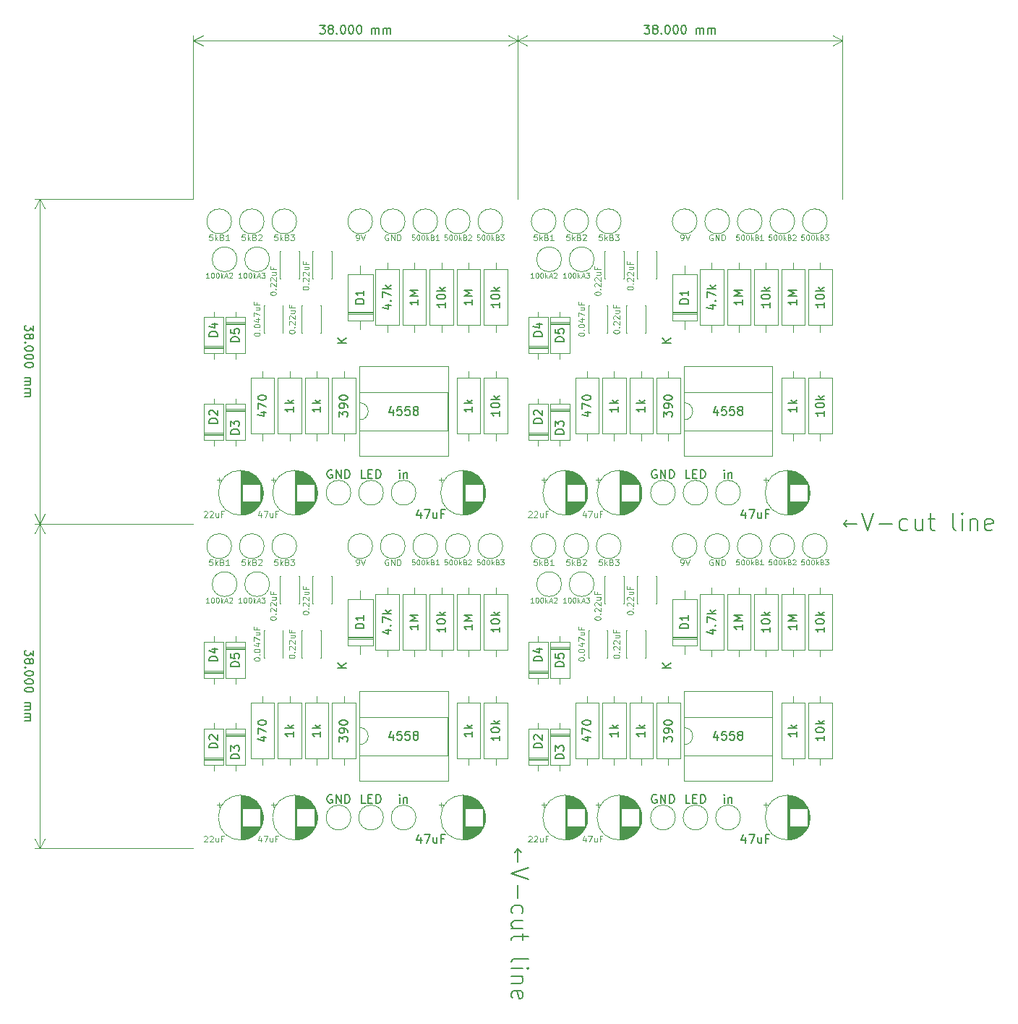
<source format=gto>
G04 #@! TF.GenerationSoftware,KiCad,Pcbnew,(5.1.5-0-10_14)*
G04 #@! TF.CreationDate,2021-05-05T16:20:11+09:00*
G04 #@! TF.ProjectId,Eternity,45746572-6e69-4747-992e-6b696361645f,rev?*
G04 #@! TF.SameCoordinates,Original*
G04 #@! TF.FileFunction,Legend,Top*
G04 #@! TF.FilePolarity,Positive*
%FSLAX46Y46*%
G04 Gerber Fmt 4.6, Leading zero omitted, Abs format (unit mm)*
G04 Created by KiCad (PCBNEW (5.1.5-0-10_14)) date 2021-05-05 16:20:11*
%MOMM*%
%LPD*%
G04 APERTURE LIST*
%ADD10C,0.150000*%
%ADD11C,0.120000*%
%ADD12C,0.100000*%
G04 APERTURE END LIST*
D10*
X187659523Y-123012857D02*
X186135714Y-123012857D01*
X186516666Y-123393809D02*
X186135714Y-123012857D01*
X186516666Y-122631904D01*
X188326190Y-121774761D02*
X188992857Y-123774761D01*
X189659523Y-121774761D01*
X190326190Y-123012857D02*
X191850000Y-123012857D01*
X193659523Y-123679523D02*
X193469047Y-123774761D01*
X193088095Y-123774761D01*
X192897619Y-123679523D01*
X192802380Y-123584285D01*
X192707142Y-123393809D01*
X192707142Y-122822380D01*
X192802380Y-122631904D01*
X192897619Y-122536666D01*
X193088095Y-122441428D01*
X193469047Y-122441428D01*
X193659523Y-122536666D01*
X195373809Y-122441428D02*
X195373809Y-123774761D01*
X194516666Y-122441428D02*
X194516666Y-123489047D01*
X194611904Y-123679523D01*
X194802380Y-123774761D01*
X195088095Y-123774761D01*
X195278571Y-123679523D01*
X195373809Y-123584285D01*
X196040476Y-122441428D02*
X196802380Y-122441428D01*
X196326190Y-121774761D02*
X196326190Y-123489047D01*
X196421428Y-123679523D01*
X196611904Y-123774761D01*
X196802380Y-123774761D01*
X199278571Y-123774761D02*
X199088095Y-123679523D01*
X198992857Y-123489047D01*
X198992857Y-121774761D01*
X200040476Y-123774761D02*
X200040476Y-122441428D01*
X200040476Y-121774761D02*
X199945238Y-121870000D01*
X200040476Y-121965238D01*
X200135714Y-121870000D01*
X200040476Y-121774761D01*
X200040476Y-121965238D01*
X200992857Y-122441428D02*
X200992857Y-123774761D01*
X200992857Y-122631904D02*
X201088095Y-122536666D01*
X201278571Y-122441428D01*
X201564285Y-122441428D01*
X201754761Y-122536666D01*
X201850000Y-122727142D01*
X201850000Y-123774761D01*
X203564285Y-123679523D02*
X203373809Y-123774761D01*
X202992857Y-123774761D01*
X202802380Y-123679523D01*
X202707142Y-123489047D01*
X202707142Y-122727142D01*
X202802380Y-122536666D01*
X202992857Y-122441428D01*
X203373809Y-122441428D01*
X203564285Y-122536666D01*
X203659523Y-122727142D01*
X203659523Y-122917619D01*
X202707142Y-123108095D01*
X148017142Y-162609523D02*
X148017142Y-161085714D01*
X147636190Y-161466666D02*
X148017142Y-161085714D01*
X148398095Y-161466666D01*
X149255238Y-163276190D02*
X147255238Y-163942857D01*
X149255238Y-164609523D01*
X148017142Y-165276190D02*
X148017142Y-166800000D01*
X147350476Y-168609523D02*
X147255238Y-168419047D01*
X147255238Y-168038095D01*
X147350476Y-167847619D01*
X147445714Y-167752380D01*
X147636190Y-167657142D01*
X148207619Y-167657142D01*
X148398095Y-167752380D01*
X148493333Y-167847619D01*
X148588571Y-168038095D01*
X148588571Y-168419047D01*
X148493333Y-168609523D01*
X148588571Y-170323809D02*
X147255238Y-170323809D01*
X148588571Y-169466666D02*
X147540952Y-169466666D01*
X147350476Y-169561904D01*
X147255238Y-169752380D01*
X147255238Y-170038095D01*
X147350476Y-170228571D01*
X147445714Y-170323809D01*
X148588571Y-170990476D02*
X148588571Y-171752380D01*
X149255238Y-171276190D02*
X147540952Y-171276190D01*
X147350476Y-171371428D01*
X147255238Y-171561904D01*
X147255238Y-171752380D01*
X147255238Y-174228571D02*
X147350476Y-174038095D01*
X147540952Y-173942857D01*
X149255238Y-173942857D01*
X147255238Y-174990476D02*
X148588571Y-174990476D01*
X149255238Y-174990476D02*
X149160000Y-174895238D01*
X149064761Y-174990476D01*
X149160000Y-175085714D01*
X149255238Y-174990476D01*
X149064761Y-174990476D01*
X148588571Y-175942857D02*
X147255238Y-175942857D01*
X148398095Y-175942857D02*
X148493333Y-176038095D01*
X148588571Y-176228571D01*
X148588571Y-176514285D01*
X148493333Y-176704761D01*
X148302857Y-176800000D01*
X147255238Y-176800000D01*
X147350476Y-178514285D02*
X147255238Y-178323809D01*
X147255238Y-177942857D01*
X147350476Y-177752380D01*
X147540952Y-177657142D01*
X148302857Y-177657142D01*
X148493333Y-177752380D01*
X148588571Y-177942857D01*
X148588571Y-178323809D01*
X148493333Y-178514285D01*
X148302857Y-178609523D01*
X148112380Y-178609523D01*
X147921904Y-177657142D01*
X162809523Y-64682380D02*
X163428571Y-64682380D01*
X163095238Y-65063333D01*
X163238095Y-65063333D01*
X163333333Y-65110952D01*
X163380952Y-65158571D01*
X163428571Y-65253809D01*
X163428571Y-65491904D01*
X163380952Y-65587142D01*
X163333333Y-65634761D01*
X163238095Y-65682380D01*
X162952380Y-65682380D01*
X162857142Y-65634761D01*
X162809523Y-65587142D01*
X164000000Y-65110952D02*
X163904761Y-65063333D01*
X163857142Y-65015714D01*
X163809523Y-64920476D01*
X163809523Y-64872857D01*
X163857142Y-64777619D01*
X163904761Y-64730000D01*
X164000000Y-64682380D01*
X164190476Y-64682380D01*
X164285714Y-64730000D01*
X164333333Y-64777619D01*
X164380952Y-64872857D01*
X164380952Y-64920476D01*
X164333333Y-65015714D01*
X164285714Y-65063333D01*
X164190476Y-65110952D01*
X164000000Y-65110952D01*
X163904761Y-65158571D01*
X163857142Y-65206190D01*
X163809523Y-65301428D01*
X163809523Y-65491904D01*
X163857142Y-65587142D01*
X163904761Y-65634761D01*
X164000000Y-65682380D01*
X164190476Y-65682380D01*
X164285714Y-65634761D01*
X164333333Y-65587142D01*
X164380952Y-65491904D01*
X164380952Y-65301428D01*
X164333333Y-65206190D01*
X164285714Y-65158571D01*
X164190476Y-65110952D01*
X164809523Y-65587142D02*
X164857142Y-65634761D01*
X164809523Y-65682380D01*
X164761904Y-65634761D01*
X164809523Y-65587142D01*
X164809523Y-65682380D01*
X165476190Y-64682380D02*
X165571428Y-64682380D01*
X165666666Y-64730000D01*
X165714285Y-64777619D01*
X165761904Y-64872857D01*
X165809523Y-65063333D01*
X165809523Y-65301428D01*
X165761904Y-65491904D01*
X165714285Y-65587142D01*
X165666666Y-65634761D01*
X165571428Y-65682380D01*
X165476190Y-65682380D01*
X165380952Y-65634761D01*
X165333333Y-65587142D01*
X165285714Y-65491904D01*
X165238095Y-65301428D01*
X165238095Y-65063333D01*
X165285714Y-64872857D01*
X165333333Y-64777619D01*
X165380952Y-64730000D01*
X165476190Y-64682380D01*
X166428571Y-64682380D02*
X166523809Y-64682380D01*
X166619047Y-64730000D01*
X166666666Y-64777619D01*
X166714285Y-64872857D01*
X166761904Y-65063333D01*
X166761904Y-65301428D01*
X166714285Y-65491904D01*
X166666666Y-65587142D01*
X166619047Y-65634761D01*
X166523809Y-65682380D01*
X166428571Y-65682380D01*
X166333333Y-65634761D01*
X166285714Y-65587142D01*
X166238095Y-65491904D01*
X166190476Y-65301428D01*
X166190476Y-65063333D01*
X166238095Y-64872857D01*
X166285714Y-64777619D01*
X166333333Y-64730000D01*
X166428571Y-64682380D01*
X167380952Y-64682380D02*
X167476190Y-64682380D01*
X167571428Y-64730000D01*
X167619047Y-64777619D01*
X167666666Y-64872857D01*
X167714285Y-65063333D01*
X167714285Y-65301428D01*
X167666666Y-65491904D01*
X167619047Y-65587142D01*
X167571428Y-65634761D01*
X167476190Y-65682380D01*
X167380952Y-65682380D01*
X167285714Y-65634761D01*
X167238095Y-65587142D01*
X167190476Y-65491904D01*
X167142857Y-65301428D01*
X167142857Y-65063333D01*
X167190476Y-64872857D01*
X167238095Y-64777619D01*
X167285714Y-64730000D01*
X167380952Y-64682380D01*
X168904761Y-65682380D02*
X168904761Y-65015714D01*
X168904761Y-65110952D02*
X168952380Y-65063333D01*
X169047619Y-65015714D01*
X169190476Y-65015714D01*
X169285714Y-65063333D01*
X169333333Y-65158571D01*
X169333333Y-65682380D01*
X169333333Y-65158571D02*
X169380952Y-65063333D01*
X169476190Y-65015714D01*
X169619047Y-65015714D01*
X169714285Y-65063333D01*
X169761904Y-65158571D01*
X169761904Y-65682380D01*
X170238095Y-65682380D02*
X170238095Y-65015714D01*
X170238095Y-65110952D02*
X170285714Y-65063333D01*
X170380952Y-65015714D01*
X170523809Y-65015714D01*
X170619047Y-65063333D01*
X170666666Y-65158571D01*
X170666666Y-65682380D01*
X170666666Y-65158571D02*
X170714285Y-65063333D01*
X170809523Y-65015714D01*
X170952380Y-65015714D01*
X171047619Y-65063333D01*
X171095238Y-65158571D01*
X171095238Y-65682380D01*
D11*
X148000000Y-66500000D02*
X186000000Y-66500000D01*
X148000000Y-85000000D02*
X148000000Y-65913579D01*
X186000000Y-85000000D02*
X186000000Y-65913579D01*
X186000000Y-66500000D02*
X184873496Y-67086421D01*
X186000000Y-66500000D02*
X184873496Y-65913579D01*
X148000000Y-66500000D02*
X149126504Y-67086421D01*
X148000000Y-66500000D02*
X149126504Y-65913579D01*
D10*
X91277619Y-137809523D02*
X91277619Y-138428571D01*
X90896666Y-138095238D01*
X90896666Y-138238095D01*
X90849047Y-138333333D01*
X90801428Y-138380952D01*
X90706190Y-138428571D01*
X90468095Y-138428571D01*
X90372857Y-138380952D01*
X90325238Y-138333333D01*
X90277619Y-138238095D01*
X90277619Y-137952380D01*
X90325238Y-137857142D01*
X90372857Y-137809523D01*
X90849047Y-139000000D02*
X90896666Y-138904761D01*
X90944285Y-138857142D01*
X91039523Y-138809523D01*
X91087142Y-138809523D01*
X91182380Y-138857142D01*
X91230000Y-138904761D01*
X91277619Y-139000000D01*
X91277619Y-139190476D01*
X91230000Y-139285714D01*
X91182380Y-139333333D01*
X91087142Y-139380952D01*
X91039523Y-139380952D01*
X90944285Y-139333333D01*
X90896666Y-139285714D01*
X90849047Y-139190476D01*
X90849047Y-139000000D01*
X90801428Y-138904761D01*
X90753809Y-138857142D01*
X90658571Y-138809523D01*
X90468095Y-138809523D01*
X90372857Y-138857142D01*
X90325238Y-138904761D01*
X90277619Y-139000000D01*
X90277619Y-139190476D01*
X90325238Y-139285714D01*
X90372857Y-139333333D01*
X90468095Y-139380952D01*
X90658571Y-139380952D01*
X90753809Y-139333333D01*
X90801428Y-139285714D01*
X90849047Y-139190476D01*
X90372857Y-139809523D02*
X90325238Y-139857142D01*
X90277619Y-139809523D01*
X90325238Y-139761904D01*
X90372857Y-139809523D01*
X90277619Y-139809523D01*
X91277619Y-140476190D02*
X91277619Y-140571428D01*
X91230000Y-140666666D01*
X91182380Y-140714285D01*
X91087142Y-140761904D01*
X90896666Y-140809523D01*
X90658571Y-140809523D01*
X90468095Y-140761904D01*
X90372857Y-140714285D01*
X90325238Y-140666666D01*
X90277619Y-140571428D01*
X90277619Y-140476190D01*
X90325238Y-140380952D01*
X90372857Y-140333333D01*
X90468095Y-140285714D01*
X90658571Y-140238095D01*
X90896666Y-140238095D01*
X91087142Y-140285714D01*
X91182380Y-140333333D01*
X91230000Y-140380952D01*
X91277619Y-140476190D01*
X91277619Y-141428571D02*
X91277619Y-141523809D01*
X91230000Y-141619047D01*
X91182380Y-141666666D01*
X91087142Y-141714285D01*
X90896666Y-141761904D01*
X90658571Y-141761904D01*
X90468095Y-141714285D01*
X90372857Y-141666666D01*
X90325238Y-141619047D01*
X90277619Y-141523809D01*
X90277619Y-141428571D01*
X90325238Y-141333333D01*
X90372857Y-141285714D01*
X90468095Y-141238095D01*
X90658571Y-141190476D01*
X90896666Y-141190476D01*
X91087142Y-141238095D01*
X91182380Y-141285714D01*
X91230000Y-141333333D01*
X91277619Y-141428571D01*
X91277619Y-142380952D02*
X91277619Y-142476190D01*
X91230000Y-142571428D01*
X91182380Y-142619047D01*
X91087142Y-142666666D01*
X90896666Y-142714285D01*
X90658571Y-142714285D01*
X90468095Y-142666666D01*
X90372857Y-142619047D01*
X90325238Y-142571428D01*
X90277619Y-142476190D01*
X90277619Y-142380952D01*
X90325238Y-142285714D01*
X90372857Y-142238095D01*
X90468095Y-142190476D01*
X90658571Y-142142857D01*
X90896666Y-142142857D01*
X91087142Y-142190476D01*
X91182380Y-142238095D01*
X91230000Y-142285714D01*
X91277619Y-142380952D01*
X90277619Y-143904761D02*
X90944285Y-143904761D01*
X90849047Y-143904761D02*
X90896666Y-143952380D01*
X90944285Y-144047619D01*
X90944285Y-144190476D01*
X90896666Y-144285714D01*
X90801428Y-144333333D01*
X90277619Y-144333333D01*
X90801428Y-144333333D02*
X90896666Y-144380952D01*
X90944285Y-144476190D01*
X90944285Y-144619047D01*
X90896666Y-144714285D01*
X90801428Y-144761904D01*
X90277619Y-144761904D01*
X90277619Y-145238095D02*
X90944285Y-145238095D01*
X90849047Y-145238095D02*
X90896666Y-145285714D01*
X90944285Y-145380952D01*
X90944285Y-145523809D01*
X90896666Y-145619047D01*
X90801428Y-145666666D01*
X90277619Y-145666666D01*
X90801428Y-145666666D02*
X90896666Y-145714285D01*
X90944285Y-145809523D01*
X90944285Y-145952380D01*
X90896666Y-146047619D01*
X90801428Y-146095238D01*
X90277619Y-146095238D01*
D11*
X92000000Y-123000000D02*
X92000000Y-161000000D01*
X110000000Y-123000000D02*
X91413579Y-123000000D01*
X110000000Y-161000000D02*
X91413579Y-161000000D01*
X92000000Y-161000000D02*
X91413579Y-159873496D01*
X92000000Y-161000000D02*
X92586421Y-159873496D01*
X92000000Y-123000000D02*
X91413579Y-124126504D01*
X92000000Y-123000000D02*
X92586421Y-124126504D01*
D10*
X91277619Y-99809523D02*
X91277619Y-100428571D01*
X90896666Y-100095238D01*
X90896666Y-100238095D01*
X90849047Y-100333333D01*
X90801428Y-100380952D01*
X90706190Y-100428571D01*
X90468095Y-100428571D01*
X90372857Y-100380952D01*
X90325238Y-100333333D01*
X90277619Y-100238095D01*
X90277619Y-99952380D01*
X90325238Y-99857142D01*
X90372857Y-99809523D01*
X90849047Y-101000000D02*
X90896666Y-100904761D01*
X90944285Y-100857142D01*
X91039523Y-100809523D01*
X91087142Y-100809523D01*
X91182380Y-100857142D01*
X91230000Y-100904761D01*
X91277619Y-101000000D01*
X91277619Y-101190476D01*
X91230000Y-101285714D01*
X91182380Y-101333333D01*
X91087142Y-101380952D01*
X91039523Y-101380952D01*
X90944285Y-101333333D01*
X90896666Y-101285714D01*
X90849047Y-101190476D01*
X90849047Y-101000000D01*
X90801428Y-100904761D01*
X90753809Y-100857142D01*
X90658571Y-100809523D01*
X90468095Y-100809523D01*
X90372857Y-100857142D01*
X90325238Y-100904761D01*
X90277619Y-101000000D01*
X90277619Y-101190476D01*
X90325238Y-101285714D01*
X90372857Y-101333333D01*
X90468095Y-101380952D01*
X90658571Y-101380952D01*
X90753809Y-101333333D01*
X90801428Y-101285714D01*
X90849047Y-101190476D01*
X90372857Y-101809523D02*
X90325238Y-101857142D01*
X90277619Y-101809523D01*
X90325238Y-101761904D01*
X90372857Y-101809523D01*
X90277619Y-101809523D01*
X91277619Y-102476190D02*
X91277619Y-102571428D01*
X91230000Y-102666666D01*
X91182380Y-102714285D01*
X91087142Y-102761904D01*
X90896666Y-102809523D01*
X90658571Y-102809523D01*
X90468095Y-102761904D01*
X90372857Y-102714285D01*
X90325238Y-102666666D01*
X90277619Y-102571428D01*
X90277619Y-102476190D01*
X90325238Y-102380952D01*
X90372857Y-102333333D01*
X90468095Y-102285714D01*
X90658571Y-102238095D01*
X90896666Y-102238095D01*
X91087142Y-102285714D01*
X91182380Y-102333333D01*
X91230000Y-102380952D01*
X91277619Y-102476190D01*
X91277619Y-103428571D02*
X91277619Y-103523809D01*
X91230000Y-103619047D01*
X91182380Y-103666666D01*
X91087142Y-103714285D01*
X90896666Y-103761904D01*
X90658571Y-103761904D01*
X90468095Y-103714285D01*
X90372857Y-103666666D01*
X90325238Y-103619047D01*
X90277619Y-103523809D01*
X90277619Y-103428571D01*
X90325238Y-103333333D01*
X90372857Y-103285714D01*
X90468095Y-103238095D01*
X90658571Y-103190476D01*
X90896666Y-103190476D01*
X91087142Y-103238095D01*
X91182380Y-103285714D01*
X91230000Y-103333333D01*
X91277619Y-103428571D01*
X91277619Y-104380952D02*
X91277619Y-104476190D01*
X91230000Y-104571428D01*
X91182380Y-104619047D01*
X91087142Y-104666666D01*
X90896666Y-104714285D01*
X90658571Y-104714285D01*
X90468095Y-104666666D01*
X90372857Y-104619047D01*
X90325238Y-104571428D01*
X90277619Y-104476190D01*
X90277619Y-104380952D01*
X90325238Y-104285714D01*
X90372857Y-104238095D01*
X90468095Y-104190476D01*
X90658571Y-104142857D01*
X90896666Y-104142857D01*
X91087142Y-104190476D01*
X91182380Y-104238095D01*
X91230000Y-104285714D01*
X91277619Y-104380952D01*
X90277619Y-105904761D02*
X90944285Y-105904761D01*
X90849047Y-105904761D02*
X90896666Y-105952380D01*
X90944285Y-106047619D01*
X90944285Y-106190476D01*
X90896666Y-106285714D01*
X90801428Y-106333333D01*
X90277619Y-106333333D01*
X90801428Y-106333333D02*
X90896666Y-106380952D01*
X90944285Y-106476190D01*
X90944285Y-106619047D01*
X90896666Y-106714285D01*
X90801428Y-106761904D01*
X90277619Y-106761904D01*
X90277619Y-107238095D02*
X90944285Y-107238095D01*
X90849047Y-107238095D02*
X90896666Y-107285714D01*
X90944285Y-107380952D01*
X90944285Y-107523809D01*
X90896666Y-107619047D01*
X90801428Y-107666666D01*
X90277619Y-107666666D01*
X90801428Y-107666666D02*
X90896666Y-107714285D01*
X90944285Y-107809523D01*
X90944285Y-107952380D01*
X90896666Y-108047619D01*
X90801428Y-108095238D01*
X90277619Y-108095238D01*
D11*
X92000000Y-85000000D02*
X92000000Y-123000000D01*
X110000000Y-85000000D02*
X91413579Y-85000000D01*
X110000000Y-123000000D02*
X91413579Y-123000000D01*
X92000000Y-123000000D02*
X91413579Y-121873496D01*
X92000000Y-123000000D02*
X92586421Y-121873496D01*
X92000000Y-85000000D02*
X91413579Y-86126504D01*
X92000000Y-85000000D02*
X92586421Y-86126504D01*
D10*
X124809523Y-64682380D02*
X125428571Y-64682380D01*
X125095238Y-65063333D01*
X125238095Y-65063333D01*
X125333333Y-65110952D01*
X125380952Y-65158571D01*
X125428571Y-65253809D01*
X125428571Y-65491904D01*
X125380952Y-65587142D01*
X125333333Y-65634761D01*
X125238095Y-65682380D01*
X124952380Y-65682380D01*
X124857142Y-65634761D01*
X124809523Y-65587142D01*
X126000000Y-65110952D02*
X125904761Y-65063333D01*
X125857142Y-65015714D01*
X125809523Y-64920476D01*
X125809523Y-64872857D01*
X125857142Y-64777619D01*
X125904761Y-64730000D01*
X126000000Y-64682380D01*
X126190476Y-64682380D01*
X126285714Y-64730000D01*
X126333333Y-64777619D01*
X126380952Y-64872857D01*
X126380952Y-64920476D01*
X126333333Y-65015714D01*
X126285714Y-65063333D01*
X126190476Y-65110952D01*
X126000000Y-65110952D01*
X125904761Y-65158571D01*
X125857142Y-65206190D01*
X125809523Y-65301428D01*
X125809523Y-65491904D01*
X125857142Y-65587142D01*
X125904761Y-65634761D01*
X126000000Y-65682380D01*
X126190476Y-65682380D01*
X126285714Y-65634761D01*
X126333333Y-65587142D01*
X126380952Y-65491904D01*
X126380952Y-65301428D01*
X126333333Y-65206190D01*
X126285714Y-65158571D01*
X126190476Y-65110952D01*
X126809523Y-65587142D02*
X126857142Y-65634761D01*
X126809523Y-65682380D01*
X126761904Y-65634761D01*
X126809523Y-65587142D01*
X126809523Y-65682380D01*
X127476190Y-64682380D02*
X127571428Y-64682380D01*
X127666666Y-64730000D01*
X127714285Y-64777619D01*
X127761904Y-64872857D01*
X127809523Y-65063333D01*
X127809523Y-65301428D01*
X127761904Y-65491904D01*
X127714285Y-65587142D01*
X127666666Y-65634761D01*
X127571428Y-65682380D01*
X127476190Y-65682380D01*
X127380952Y-65634761D01*
X127333333Y-65587142D01*
X127285714Y-65491904D01*
X127238095Y-65301428D01*
X127238095Y-65063333D01*
X127285714Y-64872857D01*
X127333333Y-64777619D01*
X127380952Y-64730000D01*
X127476190Y-64682380D01*
X128428571Y-64682380D02*
X128523809Y-64682380D01*
X128619047Y-64730000D01*
X128666666Y-64777619D01*
X128714285Y-64872857D01*
X128761904Y-65063333D01*
X128761904Y-65301428D01*
X128714285Y-65491904D01*
X128666666Y-65587142D01*
X128619047Y-65634761D01*
X128523809Y-65682380D01*
X128428571Y-65682380D01*
X128333333Y-65634761D01*
X128285714Y-65587142D01*
X128238095Y-65491904D01*
X128190476Y-65301428D01*
X128190476Y-65063333D01*
X128238095Y-64872857D01*
X128285714Y-64777619D01*
X128333333Y-64730000D01*
X128428571Y-64682380D01*
X129380952Y-64682380D02*
X129476190Y-64682380D01*
X129571428Y-64730000D01*
X129619047Y-64777619D01*
X129666666Y-64872857D01*
X129714285Y-65063333D01*
X129714285Y-65301428D01*
X129666666Y-65491904D01*
X129619047Y-65587142D01*
X129571428Y-65634761D01*
X129476190Y-65682380D01*
X129380952Y-65682380D01*
X129285714Y-65634761D01*
X129238095Y-65587142D01*
X129190476Y-65491904D01*
X129142857Y-65301428D01*
X129142857Y-65063333D01*
X129190476Y-64872857D01*
X129238095Y-64777619D01*
X129285714Y-64730000D01*
X129380952Y-64682380D01*
X130904761Y-65682380D02*
X130904761Y-65015714D01*
X130904761Y-65110952D02*
X130952380Y-65063333D01*
X131047619Y-65015714D01*
X131190476Y-65015714D01*
X131285714Y-65063333D01*
X131333333Y-65158571D01*
X131333333Y-65682380D01*
X131333333Y-65158571D02*
X131380952Y-65063333D01*
X131476190Y-65015714D01*
X131619047Y-65015714D01*
X131714285Y-65063333D01*
X131761904Y-65158571D01*
X131761904Y-65682380D01*
X132238095Y-65682380D02*
X132238095Y-65015714D01*
X132238095Y-65110952D02*
X132285714Y-65063333D01*
X132380952Y-65015714D01*
X132523809Y-65015714D01*
X132619047Y-65063333D01*
X132666666Y-65158571D01*
X132666666Y-65682380D01*
X132666666Y-65158571D02*
X132714285Y-65063333D01*
X132809523Y-65015714D01*
X132952380Y-65015714D01*
X133047619Y-65063333D01*
X133095238Y-65158571D01*
X133095238Y-65682380D01*
D11*
X110000000Y-66500000D02*
X148000000Y-66500000D01*
X110000000Y-85000000D02*
X110000000Y-65913579D01*
X148000000Y-85000000D02*
X148000000Y-65913579D01*
X148000000Y-66500000D02*
X146873496Y-67086421D01*
X148000000Y-66500000D02*
X146873496Y-65913579D01*
X110000000Y-66500000D02*
X111126504Y-67086421D01*
X110000000Y-66500000D02*
X111126504Y-65913579D01*
X168990000Y-125630000D02*
G75*
G03X168990000Y-125630000I-1450000J0D01*
G01*
X130990000Y-125630000D02*
G75*
G03X130990000Y-125630000I-1450000J0D01*
G01*
X168990000Y-87630000D02*
G75*
G03X168990000Y-87630000I-1450000J0D01*
G01*
X167420000Y-142605000D02*
X167420000Y-153105000D01*
X177820000Y-142605000D02*
X167420000Y-142605000D01*
X177820000Y-153105000D02*
X177820000Y-142605000D01*
X167420000Y-153105000D02*
X177820000Y-153105000D01*
X167480000Y-145605000D02*
X167480000Y-146855000D01*
X177760000Y-145605000D02*
X167480000Y-145605000D01*
X177760000Y-150105000D02*
X177760000Y-145605000D01*
X167480000Y-150105000D02*
X177760000Y-150105000D01*
X167480000Y-148855000D02*
X167480000Y-150105000D01*
X167480000Y-146855000D02*
G75*
G02X167480000Y-148855000I0J-1000000D01*
G01*
X129420000Y-142605000D02*
X129420000Y-153105000D01*
X139820000Y-142605000D02*
X129420000Y-142605000D01*
X139820000Y-153105000D02*
X139820000Y-142605000D01*
X129420000Y-153105000D02*
X139820000Y-153105000D01*
X129480000Y-145605000D02*
X129480000Y-146855000D01*
X139760000Y-145605000D02*
X129480000Y-145605000D01*
X139760000Y-150105000D02*
X139760000Y-145605000D01*
X129480000Y-150105000D02*
X139760000Y-150105000D01*
X129480000Y-148855000D02*
X129480000Y-150105000D01*
X129480000Y-146855000D02*
G75*
G02X129480000Y-148855000I0J-1000000D01*
G01*
X167420000Y-104605000D02*
X167420000Y-115105000D01*
X177820000Y-104605000D02*
X167420000Y-104605000D01*
X177820000Y-115105000D02*
X177820000Y-104605000D01*
X167420000Y-115105000D02*
X177820000Y-115105000D01*
X167480000Y-107605000D02*
X167480000Y-108855000D01*
X177760000Y-107605000D02*
X167480000Y-107605000D01*
X177760000Y-112105000D02*
X177760000Y-107605000D01*
X167480000Y-112105000D02*
X177760000Y-112105000D01*
X167480000Y-110855000D02*
X167480000Y-112105000D01*
X167480000Y-108855000D02*
G75*
G02X167480000Y-110855000I0J-1000000D01*
G01*
X169345000Y-137790000D02*
X172085000Y-137790000D01*
X172085000Y-137790000D02*
X172085000Y-131250000D01*
X172085000Y-131250000D02*
X169345000Y-131250000D01*
X169345000Y-131250000D02*
X169345000Y-137790000D01*
X170715000Y-138560000D02*
X170715000Y-137790000D01*
X170715000Y-130480000D02*
X170715000Y-131250000D01*
X131345000Y-137790000D02*
X134085000Y-137790000D01*
X134085000Y-137790000D02*
X134085000Y-131250000D01*
X134085000Y-131250000D02*
X131345000Y-131250000D01*
X131345000Y-131250000D02*
X131345000Y-137790000D01*
X132715000Y-138560000D02*
X132715000Y-137790000D01*
X132715000Y-130480000D02*
X132715000Y-131250000D01*
X169345000Y-99790000D02*
X172085000Y-99790000D01*
X172085000Y-99790000D02*
X172085000Y-93250000D01*
X172085000Y-93250000D02*
X169345000Y-93250000D01*
X169345000Y-93250000D02*
X169345000Y-99790000D01*
X170715000Y-100560000D02*
X170715000Y-99790000D01*
X170715000Y-92480000D02*
X170715000Y-93250000D01*
X156110000Y-151260000D02*
X156110000Y-150490000D01*
X156110000Y-143180000D02*
X156110000Y-143950000D01*
X157480000Y-150490000D02*
X157480000Y-143950000D01*
X154740000Y-150490000D02*
X157480000Y-150490000D01*
X154740000Y-143950000D02*
X154740000Y-150490000D01*
X157480000Y-143950000D02*
X154740000Y-143950000D01*
X118110000Y-151260000D02*
X118110000Y-150490000D01*
X118110000Y-143180000D02*
X118110000Y-143950000D01*
X119480000Y-150490000D02*
X119480000Y-143950000D01*
X116740000Y-150490000D02*
X119480000Y-150490000D01*
X116740000Y-143950000D02*
X116740000Y-150490000D01*
X119480000Y-143950000D02*
X116740000Y-143950000D01*
X156110000Y-113260000D02*
X156110000Y-112490000D01*
X156110000Y-105180000D02*
X156110000Y-105950000D01*
X157480000Y-112490000D02*
X157480000Y-105950000D01*
X154740000Y-112490000D02*
X157480000Y-112490000D01*
X154740000Y-105950000D02*
X154740000Y-112490000D01*
X157480000Y-105950000D02*
X154740000Y-105950000D01*
X160655000Y-143950000D02*
X157915000Y-143950000D01*
X157915000Y-143950000D02*
X157915000Y-150490000D01*
X157915000Y-150490000D02*
X160655000Y-150490000D01*
X160655000Y-150490000D02*
X160655000Y-143950000D01*
X159285000Y-143180000D02*
X159285000Y-143950000D01*
X159285000Y-151260000D02*
X159285000Y-150490000D01*
X122655000Y-143950000D02*
X119915000Y-143950000D01*
X119915000Y-143950000D02*
X119915000Y-150490000D01*
X119915000Y-150490000D02*
X122655000Y-150490000D01*
X122655000Y-150490000D02*
X122655000Y-143950000D01*
X121285000Y-143180000D02*
X121285000Y-143950000D01*
X121285000Y-151260000D02*
X121285000Y-150490000D01*
X160655000Y-105950000D02*
X157915000Y-105950000D01*
X157915000Y-105950000D02*
X157915000Y-112490000D01*
X157915000Y-112490000D02*
X160655000Y-112490000D01*
X160655000Y-112490000D02*
X160655000Y-105950000D01*
X159285000Y-105180000D02*
X159285000Y-105950000D01*
X159285000Y-113260000D02*
X159285000Y-112490000D01*
X180240000Y-143180000D02*
X180240000Y-143950000D01*
X180240000Y-151260000D02*
X180240000Y-150490000D01*
X178870000Y-143950000D02*
X178870000Y-150490000D01*
X181610000Y-143950000D02*
X178870000Y-143950000D01*
X181610000Y-150490000D02*
X181610000Y-143950000D01*
X178870000Y-150490000D02*
X181610000Y-150490000D01*
X142240000Y-143180000D02*
X142240000Y-143950000D01*
X142240000Y-151260000D02*
X142240000Y-150490000D01*
X140870000Y-143950000D02*
X140870000Y-150490000D01*
X143610000Y-143950000D02*
X140870000Y-143950000D01*
X143610000Y-150490000D02*
X143610000Y-143950000D01*
X140870000Y-150490000D02*
X143610000Y-150490000D01*
X180240000Y-105180000D02*
X180240000Y-105950000D01*
X180240000Y-113260000D02*
X180240000Y-112490000D01*
X178870000Y-105950000D02*
X178870000Y-112490000D01*
X181610000Y-105950000D02*
X178870000Y-105950000D01*
X181610000Y-112490000D02*
X181610000Y-105950000D01*
X178870000Y-112490000D02*
X181610000Y-112490000D01*
X173890000Y-130480000D02*
X173890000Y-131250000D01*
X173890000Y-138560000D02*
X173890000Y-137790000D01*
X172520000Y-131250000D02*
X172520000Y-137790000D01*
X175260000Y-131250000D02*
X172520000Y-131250000D01*
X175260000Y-137790000D02*
X175260000Y-131250000D01*
X172520000Y-137790000D02*
X175260000Y-137790000D01*
X135890000Y-130480000D02*
X135890000Y-131250000D01*
X135890000Y-138560000D02*
X135890000Y-137790000D01*
X134520000Y-131250000D02*
X134520000Y-137790000D01*
X137260000Y-131250000D02*
X134520000Y-131250000D01*
X137260000Y-137790000D02*
X137260000Y-131250000D01*
X134520000Y-137790000D02*
X137260000Y-137790000D01*
X173890000Y-92480000D02*
X173890000Y-93250000D01*
X173890000Y-100560000D02*
X173890000Y-99790000D01*
X172520000Y-93250000D02*
X172520000Y-99790000D01*
X175260000Y-93250000D02*
X172520000Y-93250000D01*
X175260000Y-99790000D02*
X175260000Y-93250000D01*
X172520000Y-99790000D02*
X175260000Y-99790000D01*
X175695000Y-137790000D02*
X178435000Y-137790000D01*
X178435000Y-137790000D02*
X178435000Y-131250000D01*
X178435000Y-131250000D02*
X175695000Y-131250000D01*
X175695000Y-131250000D02*
X175695000Y-137790000D01*
X177065000Y-138560000D02*
X177065000Y-137790000D01*
X177065000Y-130480000D02*
X177065000Y-131250000D01*
X137695000Y-137790000D02*
X140435000Y-137790000D01*
X140435000Y-137790000D02*
X140435000Y-131250000D01*
X140435000Y-131250000D02*
X137695000Y-131250000D01*
X137695000Y-131250000D02*
X137695000Y-137790000D01*
X139065000Y-138560000D02*
X139065000Y-137790000D01*
X139065000Y-130480000D02*
X139065000Y-131250000D01*
X175695000Y-99790000D02*
X178435000Y-99790000D01*
X178435000Y-99790000D02*
X178435000Y-93250000D01*
X178435000Y-93250000D02*
X175695000Y-93250000D01*
X175695000Y-93250000D02*
X175695000Y-99790000D01*
X177065000Y-100560000D02*
X177065000Y-99790000D01*
X177065000Y-92480000D02*
X177065000Y-93250000D01*
X162460000Y-143180000D02*
X162460000Y-143950000D01*
X162460000Y-151260000D02*
X162460000Y-150490000D01*
X161090000Y-143950000D02*
X161090000Y-150490000D01*
X163830000Y-143950000D02*
X161090000Y-143950000D01*
X163830000Y-150490000D02*
X163830000Y-143950000D01*
X161090000Y-150490000D02*
X163830000Y-150490000D01*
X124460000Y-143180000D02*
X124460000Y-143950000D01*
X124460000Y-151260000D02*
X124460000Y-150490000D01*
X123090000Y-143950000D02*
X123090000Y-150490000D01*
X125830000Y-143950000D02*
X123090000Y-143950000D01*
X125830000Y-150490000D02*
X125830000Y-143950000D01*
X123090000Y-150490000D02*
X125830000Y-150490000D01*
X162460000Y-105180000D02*
X162460000Y-105950000D01*
X162460000Y-113260000D02*
X162460000Y-112490000D01*
X161090000Y-105950000D02*
X161090000Y-112490000D01*
X163830000Y-105950000D02*
X161090000Y-105950000D01*
X163830000Y-112490000D02*
X163830000Y-105950000D01*
X161090000Y-112490000D02*
X163830000Y-112490000D01*
X178870000Y-137790000D02*
X181610000Y-137790000D01*
X181610000Y-137790000D02*
X181610000Y-131250000D01*
X181610000Y-131250000D02*
X178870000Y-131250000D01*
X178870000Y-131250000D02*
X178870000Y-137790000D01*
X180240000Y-138560000D02*
X180240000Y-137790000D01*
X180240000Y-130480000D02*
X180240000Y-131250000D01*
X140870000Y-137790000D02*
X143610000Y-137790000D01*
X143610000Y-137790000D02*
X143610000Y-131250000D01*
X143610000Y-131250000D02*
X140870000Y-131250000D01*
X140870000Y-131250000D02*
X140870000Y-137790000D01*
X142240000Y-138560000D02*
X142240000Y-137790000D01*
X142240000Y-130480000D02*
X142240000Y-131250000D01*
X178870000Y-99790000D02*
X181610000Y-99790000D01*
X181610000Y-99790000D02*
X181610000Y-93250000D01*
X181610000Y-93250000D02*
X178870000Y-93250000D01*
X178870000Y-93250000D02*
X178870000Y-99790000D01*
X180240000Y-100560000D02*
X180240000Y-99790000D01*
X180240000Y-92480000D02*
X180240000Y-93250000D01*
X183415000Y-143180000D02*
X183415000Y-143950000D01*
X183415000Y-151260000D02*
X183415000Y-150490000D01*
X182045000Y-143950000D02*
X182045000Y-150490000D01*
X184785000Y-143950000D02*
X182045000Y-143950000D01*
X184785000Y-150490000D02*
X184785000Y-143950000D01*
X182045000Y-150490000D02*
X184785000Y-150490000D01*
X145415000Y-143180000D02*
X145415000Y-143950000D01*
X145415000Y-151260000D02*
X145415000Y-150490000D01*
X144045000Y-143950000D02*
X144045000Y-150490000D01*
X146785000Y-143950000D02*
X144045000Y-143950000D01*
X146785000Y-150490000D02*
X146785000Y-143950000D01*
X144045000Y-150490000D02*
X146785000Y-150490000D01*
X183415000Y-105180000D02*
X183415000Y-105950000D01*
X183415000Y-113260000D02*
X183415000Y-112490000D01*
X182045000Y-105950000D02*
X182045000Y-112490000D01*
X184785000Y-105950000D02*
X182045000Y-105950000D01*
X184785000Y-112490000D02*
X184785000Y-105950000D01*
X182045000Y-112490000D02*
X184785000Y-112490000D01*
X182045000Y-137790000D02*
X184785000Y-137790000D01*
X184785000Y-137790000D02*
X184785000Y-131250000D01*
X184785000Y-131250000D02*
X182045000Y-131250000D01*
X182045000Y-131250000D02*
X182045000Y-137790000D01*
X183415000Y-138560000D02*
X183415000Y-137790000D01*
X183415000Y-130480000D02*
X183415000Y-131250000D01*
X144045000Y-137790000D02*
X146785000Y-137790000D01*
X146785000Y-137790000D02*
X146785000Y-131250000D01*
X146785000Y-131250000D02*
X144045000Y-131250000D01*
X144045000Y-131250000D02*
X144045000Y-137790000D01*
X145415000Y-138560000D02*
X145415000Y-137790000D01*
X145415000Y-130480000D02*
X145415000Y-131250000D01*
X182045000Y-99790000D02*
X184785000Y-99790000D01*
X184785000Y-99790000D02*
X184785000Y-93250000D01*
X184785000Y-93250000D02*
X182045000Y-93250000D01*
X182045000Y-93250000D02*
X182045000Y-99790000D01*
X183415000Y-100560000D02*
X183415000Y-99790000D01*
X183415000Y-92480000D02*
X183415000Y-93250000D01*
X165635000Y-143180000D02*
X165635000Y-143950000D01*
X165635000Y-151260000D02*
X165635000Y-150490000D01*
X164265000Y-143950000D02*
X164265000Y-150490000D01*
X167005000Y-143950000D02*
X164265000Y-143950000D01*
X167005000Y-150490000D02*
X167005000Y-143950000D01*
X164265000Y-150490000D02*
X167005000Y-150490000D01*
X127635000Y-143180000D02*
X127635000Y-143950000D01*
X127635000Y-151260000D02*
X127635000Y-150490000D01*
X126265000Y-143950000D02*
X126265000Y-150490000D01*
X129005000Y-143950000D02*
X126265000Y-143950000D01*
X129005000Y-150490000D02*
X129005000Y-143950000D01*
X126265000Y-150490000D02*
X129005000Y-150490000D01*
X165635000Y-105180000D02*
X165635000Y-105950000D01*
X165635000Y-113260000D02*
X165635000Y-112490000D01*
X164265000Y-105950000D02*
X164265000Y-112490000D01*
X167005000Y-105950000D02*
X164265000Y-105950000D01*
X167005000Y-112490000D02*
X167005000Y-105950000D01*
X164265000Y-112490000D02*
X167005000Y-112490000D01*
X172800000Y-125630000D02*
G75*
G03X172800000Y-125630000I-1450000J0D01*
G01*
X134800000Y-125630000D02*
G75*
G03X134800000Y-125630000I-1450000J0D01*
G01*
X172800000Y-87630000D02*
G75*
G03X172800000Y-87630000I-1450000J0D01*
G01*
X166450000Y-157380000D02*
G75*
G03X166450000Y-157380000I-1450000J0D01*
G01*
X128450000Y-157380000D02*
G75*
G03X128450000Y-157380000I-1450000J0D01*
G01*
X166450000Y-119380000D02*
G75*
G03X166450000Y-119380000I-1450000J0D01*
G01*
X170260000Y-157380000D02*
G75*
G03X170260000Y-157380000I-1450000J0D01*
G01*
X132260000Y-157380000D02*
G75*
G03X132260000Y-157380000I-1450000J0D01*
G01*
X170260000Y-119380000D02*
G75*
G03X170260000Y-119380000I-1450000J0D01*
G01*
X184230000Y-125630000D02*
G75*
G03X184230000Y-125630000I-1450000J0D01*
G01*
X146230000Y-125630000D02*
G75*
G03X146230000Y-125630000I-1450000J0D01*
G01*
X184230000Y-87630000D02*
G75*
G03X184230000Y-87630000I-1450000J0D01*
G01*
X180420000Y-125630000D02*
G75*
G03X180420000Y-125630000I-1450000J0D01*
G01*
X142420000Y-125630000D02*
G75*
G03X142420000Y-125630000I-1450000J0D01*
G01*
X180420000Y-87630000D02*
G75*
G03X180420000Y-87630000I-1450000J0D01*
G01*
X176610000Y-125630000D02*
G75*
G03X176610000Y-125630000I-1450000J0D01*
G01*
X138610000Y-125630000D02*
G75*
G03X138610000Y-125630000I-1450000J0D01*
G01*
X176610000Y-87630000D02*
G75*
G03X176610000Y-87630000I-1450000J0D01*
G01*
X160100000Y-125630000D02*
G75*
G03X160100000Y-125630000I-1450000J0D01*
G01*
X122100000Y-125630000D02*
G75*
G03X122100000Y-125630000I-1450000J0D01*
G01*
X160100000Y-87630000D02*
G75*
G03X160100000Y-87630000I-1450000J0D01*
G01*
X156290000Y-125630000D02*
G75*
G03X156290000Y-125630000I-1450000J0D01*
G01*
X118290000Y-125630000D02*
G75*
G03X118290000Y-125630000I-1450000J0D01*
G01*
X156290000Y-87630000D02*
G75*
G03X156290000Y-87630000I-1450000J0D01*
G01*
X152480000Y-125630000D02*
G75*
G03X152480000Y-125630000I-1450000J0D01*
G01*
X114480000Y-125630000D02*
G75*
G03X114480000Y-125630000I-1450000J0D01*
G01*
X152480000Y-87630000D02*
G75*
G03X152480000Y-87630000I-1450000J0D01*
G01*
X156925000Y-130075000D02*
G75*
G03X156925000Y-130075000I-1450000J0D01*
G01*
X118925000Y-130075000D02*
G75*
G03X118925000Y-130075000I-1450000J0D01*
G01*
X156925000Y-92075000D02*
G75*
G03X156925000Y-92075000I-1450000J0D01*
G01*
X153115000Y-130075000D02*
G75*
G03X153115000Y-130075000I-1450000J0D01*
G01*
X115115000Y-130075000D02*
G75*
G03X115115000Y-130075000I-1450000J0D01*
G01*
X153115000Y-92075000D02*
G75*
G03X153115000Y-92075000I-1450000J0D01*
G01*
X174070000Y-157380000D02*
G75*
G03X174070000Y-157380000I-1450000J0D01*
G01*
X136070000Y-157380000D02*
G75*
G03X136070000Y-157380000I-1450000J0D01*
G01*
X174070000Y-119380000D02*
G75*
G03X174070000Y-119380000I-1450000J0D01*
G01*
X154055000Y-137445000D02*
X151815000Y-137445000D01*
X154055000Y-137685000D02*
X151815000Y-137685000D01*
X154055000Y-137565000D02*
X151815000Y-137565000D01*
X152935000Y-141735000D02*
X152935000Y-141085000D01*
X152935000Y-136195000D02*
X152935000Y-136845000D01*
X154055000Y-141085000D02*
X154055000Y-136845000D01*
X151815000Y-141085000D02*
X154055000Y-141085000D01*
X151815000Y-136845000D02*
X151815000Y-141085000D01*
X154055000Y-136845000D02*
X151815000Y-136845000D01*
X116055000Y-137445000D02*
X113815000Y-137445000D01*
X116055000Y-137685000D02*
X113815000Y-137685000D01*
X116055000Y-137565000D02*
X113815000Y-137565000D01*
X114935000Y-141735000D02*
X114935000Y-141085000D01*
X114935000Y-136195000D02*
X114935000Y-136845000D01*
X116055000Y-141085000D02*
X116055000Y-136845000D01*
X113815000Y-141085000D02*
X116055000Y-141085000D01*
X113815000Y-136845000D02*
X113815000Y-141085000D01*
X116055000Y-136845000D02*
X113815000Y-136845000D01*
X154055000Y-99445000D02*
X151815000Y-99445000D01*
X154055000Y-99685000D02*
X151815000Y-99685000D01*
X154055000Y-99565000D02*
X151815000Y-99565000D01*
X152935000Y-103735000D02*
X152935000Y-103085000D01*
X152935000Y-98195000D02*
X152935000Y-98845000D01*
X154055000Y-103085000D02*
X154055000Y-98845000D01*
X151815000Y-103085000D02*
X154055000Y-103085000D01*
X151815000Y-98845000D02*
X151815000Y-103085000D01*
X154055000Y-98845000D02*
X151815000Y-98845000D01*
X149275000Y-140485000D02*
X151515000Y-140485000D01*
X149275000Y-140245000D02*
X151515000Y-140245000D01*
X149275000Y-140365000D02*
X151515000Y-140365000D01*
X150395000Y-136195000D02*
X150395000Y-136845000D01*
X150395000Y-141735000D02*
X150395000Y-141085000D01*
X149275000Y-136845000D02*
X149275000Y-141085000D01*
X151515000Y-136845000D02*
X149275000Y-136845000D01*
X151515000Y-141085000D02*
X151515000Y-136845000D01*
X149275000Y-141085000D02*
X151515000Y-141085000D01*
X111275000Y-140485000D02*
X113515000Y-140485000D01*
X111275000Y-140245000D02*
X113515000Y-140245000D01*
X111275000Y-140365000D02*
X113515000Y-140365000D01*
X112395000Y-136195000D02*
X112395000Y-136845000D01*
X112395000Y-141735000D02*
X112395000Y-141085000D01*
X111275000Y-136845000D02*
X111275000Y-141085000D01*
X113515000Y-136845000D02*
X111275000Y-136845000D01*
X113515000Y-141085000D02*
X113515000Y-136845000D01*
X111275000Y-141085000D02*
X113515000Y-141085000D01*
X149275000Y-102485000D02*
X151515000Y-102485000D01*
X149275000Y-102245000D02*
X151515000Y-102245000D01*
X149275000Y-102365000D02*
X151515000Y-102365000D01*
X150395000Y-98195000D02*
X150395000Y-98845000D01*
X150395000Y-103735000D02*
X150395000Y-103085000D01*
X149275000Y-98845000D02*
X149275000Y-103085000D01*
X151515000Y-98845000D02*
X149275000Y-98845000D01*
X151515000Y-103085000D02*
X151515000Y-98845000D01*
X149275000Y-103085000D02*
X151515000Y-103085000D01*
X154055000Y-147005000D02*
X151815000Y-147005000D01*
X151815000Y-147005000D02*
X151815000Y-151245000D01*
X151815000Y-151245000D02*
X154055000Y-151245000D01*
X154055000Y-151245000D02*
X154055000Y-147005000D01*
X152935000Y-146355000D02*
X152935000Y-147005000D01*
X152935000Y-151895000D02*
X152935000Y-151245000D01*
X154055000Y-147725000D02*
X151815000Y-147725000D01*
X154055000Y-147845000D02*
X151815000Y-147845000D01*
X154055000Y-147605000D02*
X151815000Y-147605000D01*
X116055000Y-147005000D02*
X113815000Y-147005000D01*
X113815000Y-147005000D02*
X113815000Y-151245000D01*
X113815000Y-151245000D02*
X116055000Y-151245000D01*
X116055000Y-151245000D02*
X116055000Y-147005000D01*
X114935000Y-146355000D02*
X114935000Y-147005000D01*
X114935000Y-151895000D02*
X114935000Y-151245000D01*
X116055000Y-147725000D02*
X113815000Y-147725000D01*
X116055000Y-147845000D02*
X113815000Y-147845000D01*
X116055000Y-147605000D02*
X113815000Y-147605000D01*
X154055000Y-109005000D02*
X151815000Y-109005000D01*
X151815000Y-109005000D02*
X151815000Y-113245000D01*
X151815000Y-113245000D02*
X154055000Y-113245000D01*
X154055000Y-113245000D02*
X154055000Y-109005000D01*
X152935000Y-108355000D02*
X152935000Y-109005000D01*
X152935000Y-113895000D02*
X152935000Y-113245000D01*
X154055000Y-109725000D02*
X151815000Y-109725000D01*
X154055000Y-109845000D02*
X151815000Y-109845000D01*
X154055000Y-109605000D02*
X151815000Y-109605000D01*
X149275000Y-151245000D02*
X151515000Y-151245000D01*
X151515000Y-151245000D02*
X151515000Y-147005000D01*
X151515000Y-147005000D02*
X149275000Y-147005000D01*
X149275000Y-147005000D02*
X149275000Y-151245000D01*
X150395000Y-151895000D02*
X150395000Y-151245000D01*
X150395000Y-146355000D02*
X150395000Y-147005000D01*
X149275000Y-150525000D02*
X151515000Y-150525000D01*
X149275000Y-150405000D02*
X151515000Y-150405000D01*
X149275000Y-150645000D02*
X151515000Y-150645000D01*
X111275000Y-151245000D02*
X113515000Y-151245000D01*
X113515000Y-151245000D02*
X113515000Y-147005000D01*
X113515000Y-147005000D02*
X111275000Y-147005000D01*
X111275000Y-147005000D02*
X111275000Y-151245000D01*
X112395000Y-151895000D02*
X112395000Y-151245000D01*
X112395000Y-146355000D02*
X112395000Y-147005000D01*
X111275000Y-150525000D02*
X113515000Y-150525000D01*
X111275000Y-150405000D02*
X113515000Y-150405000D01*
X111275000Y-150645000D02*
X113515000Y-150645000D01*
X149275000Y-113245000D02*
X151515000Y-113245000D01*
X151515000Y-113245000D02*
X151515000Y-109005000D01*
X151515000Y-109005000D02*
X149275000Y-109005000D01*
X149275000Y-109005000D02*
X149275000Y-113245000D01*
X150395000Y-113895000D02*
X150395000Y-113245000D01*
X150395000Y-108355000D02*
X150395000Y-109005000D01*
X149275000Y-112525000D02*
X151515000Y-112525000D01*
X149275000Y-112405000D02*
X151515000Y-112405000D01*
X149275000Y-112645000D02*
X151515000Y-112645000D01*
X166070000Y-136460000D02*
X169010000Y-136460000D01*
X166070000Y-136220000D02*
X169010000Y-136220000D01*
X166070000Y-136340000D02*
X169010000Y-136340000D01*
X167540000Y-130780000D02*
X167540000Y-131800000D01*
X167540000Y-138260000D02*
X167540000Y-137240000D01*
X166070000Y-131800000D02*
X166070000Y-137240000D01*
X169010000Y-131800000D02*
X166070000Y-131800000D01*
X169010000Y-137240000D02*
X169010000Y-131800000D01*
X166070000Y-137240000D02*
X169010000Y-137240000D01*
X128070000Y-136460000D02*
X131010000Y-136460000D01*
X128070000Y-136220000D02*
X131010000Y-136220000D01*
X128070000Y-136340000D02*
X131010000Y-136340000D01*
X129540000Y-130780000D02*
X129540000Y-131800000D01*
X129540000Y-138260000D02*
X129540000Y-137240000D01*
X128070000Y-131800000D02*
X128070000Y-137240000D01*
X131010000Y-131800000D02*
X128070000Y-131800000D01*
X131010000Y-137240000D02*
X131010000Y-131800000D01*
X128070000Y-137240000D02*
X131010000Y-137240000D01*
X166070000Y-98460000D02*
X169010000Y-98460000D01*
X166070000Y-98220000D02*
X169010000Y-98220000D01*
X166070000Y-98340000D02*
X169010000Y-98340000D01*
X167540000Y-92780000D02*
X167540000Y-93800000D01*
X167540000Y-100260000D02*
X167540000Y-99240000D01*
X166070000Y-93800000D02*
X166070000Y-99240000D01*
X169010000Y-93800000D02*
X166070000Y-93800000D01*
X169010000Y-99240000D02*
X169010000Y-93800000D01*
X166070000Y-99240000D02*
X169010000Y-99240000D01*
X164150000Y-129110000D02*
X164215000Y-129110000D01*
X161975000Y-129110000D02*
X162040000Y-129110000D01*
X164150000Y-132350000D02*
X164215000Y-132350000D01*
X161975000Y-132350000D02*
X162040000Y-132350000D01*
X164215000Y-132350000D02*
X164215000Y-129110000D01*
X161975000Y-132350000D02*
X161975000Y-129110000D01*
X126150000Y-129110000D02*
X126215000Y-129110000D01*
X123975000Y-129110000D02*
X124040000Y-129110000D01*
X126150000Y-132350000D02*
X126215000Y-132350000D01*
X123975000Y-132350000D02*
X124040000Y-132350000D01*
X126215000Y-132350000D02*
X126215000Y-129110000D01*
X123975000Y-132350000D02*
X123975000Y-129110000D01*
X164150000Y-91110000D02*
X164215000Y-91110000D01*
X161975000Y-91110000D02*
X162040000Y-91110000D01*
X164150000Y-94350000D02*
X164215000Y-94350000D01*
X161975000Y-94350000D02*
X162040000Y-94350000D01*
X164215000Y-94350000D02*
X164215000Y-91110000D01*
X161975000Y-94350000D02*
X161975000Y-91110000D01*
X150995225Y-155655000D02*
X150995225Y-156155000D01*
X150745225Y-155905000D02*
X151245225Y-155905000D01*
X156151000Y-157096000D02*
X156151000Y-157664000D01*
X156111000Y-156862000D02*
X156111000Y-157898000D01*
X156071000Y-156703000D02*
X156071000Y-158057000D01*
X156031000Y-156575000D02*
X156031000Y-158185000D01*
X155991000Y-156465000D02*
X155991000Y-158295000D01*
X155951000Y-156369000D02*
X155951000Y-158391000D01*
X155911000Y-156282000D02*
X155911000Y-158478000D01*
X155871000Y-156202000D02*
X155871000Y-158558000D01*
X155831000Y-158420000D02*
X155831000Y-158631000D01*
X155831000Y-156129000D02*
X155831000Y-156340000D01*
X155791000Y-158420000D02*
X155791000Y-158699000D01*
X155791000Y-156061000D02*
X155791000Y-156340000D01*
X155751000Y-158420000D02*
X155751000Y-158763000D01*
X155751000Y-155997000D02*
X155751000Y-156340000D01*
X155711000Y-158420000D02*
X155711000Y-158823000D01*
X155711000Y-155937000D02*
X155711000Y-156340000D01*
X155671000Y-158420000D02*
X155671000Y-158880000D01*
X155671000Y-155880000D02*
X155671000Y-156340000D01*
X155631000Y-158420000D02*
X155631000Y-158934000D01*
X155631000Y-155826000D02*
X155631000Y-156340000D01*
X155591000Y-158420000D02*
X155591000Y-158985000D01*
X155591000Y-155775000D02*
X155591000Y-156340000D01*
X155551000Y-158420000D02*
X155551000Y-159033000D01*
X155551000Y-155727000D02*
X155551000Y-156340000D01*
X155511000Y-158420000D02*
X155511000Y-159079000D01*
X155511000Y-155681000D02*
X155511000Y-156340000D01*
X155471000Y-158420000D02*
X155471000Y-159123000D01*
X155471000Y-155637000D02*
X155471000Y-156340000D01*
X155431000Y-158420000D02*
X155431000Y-159165000D01*
X155431000Y-155595000D02*
X155431000Y-156340000D01*
X155391000Y-158420000D02*
X155391000Y-159206000D01*
X155391000Y-155554000D02*
X155391000Y-156340000D01*
X155351000Y-158420000D02*
X155351000Y-159244000D01*
X155351000Y-155516000D02*
X155351000Y-156340000D01*
X155311000Y-158420000D02*
X155311000Y-159281000D01*
X155311000Y-155479000D02*
X155311000Y-156340000D01*
X155271000Y-158420000D02*
X155271000Y-159317000D01*
X155271000Y-155443000D02*
X155271000Y-156340000D01*
X155231000Y-158420000D02*
X155231000Y-159351000D01*
X155231000Y-155409000D02*
X155231000Y-156340000D01*
X155191000Y-158420000D02*
X155191000Y-159384000D01*
X155191000Y-155376000D02*
X155191000Y-156340000D01*
X155151000Y-158420000D02*
X155151000Y-159415000D01*
X155151000Y-155345000D02*
X155151000Y-156340000D01*
X155111000Y-158420000D02*
X155111000Y-159445000D01*
X155111000Y-155315000D02*
X155111000Y-156340000D01*
X155071000Y-158420000D02*
X155071000Y-159475000D01*
X155071000Y-155285000D02*
X155071000Y-156340000D01*
X155031000Y-158420000D02*
X155031000Y-159502000D01*
X155031000Y-155258000D02*
X155031000Y-156340000D01*
X154991000Y-158420000D02*
X154991000Y-159529000D01*
X154991000Y-155231000D02*
X154991000Y-156340000D01*
X154951000Y-158420000D02*
X154951000Y-159555000D01*
X154951000Y-155205000D02*
X154951000Y-156340000D01*
X154911000Y-158420000D02*
X154911000Y-159580000D01*
X154911000Y-155180000D02*
X154911000Y-156340000D01*
X154871000Y-158420000D02*
X154871000Y-159604000D01*
X154871000Y-155156000D02*
X154871000Y-156340000D01*
X154831000Y-158420000D02*
X154831000Y-159627000D01*
X154831000Y-155133000D02*
X154831000Y-156340000D01*
X154791000Y-158420000D02*
X154791000Y-159648000D01*
X154791000Y-155112000D02*
X154791000Y-156340000D01*
X154751000Y-158420000D02*
X154751000Y-159670000D01*
X154751000Y-155090000D02*
X154751000Y-156340000D01*
X154711000Y-158420000D02*
X154711000Y-159690000D01*
X154711000Y-155070000D02*
X154711000Y-156340000D01*
X154671000Y-158420000D02*
X154671000Y-159709000D01*
X154671000Y-155051000D02*
X154671000Y-156340000D01*
X154631000Y-158420000D02*
X154631000Y-159728000D01*
X154631000Y-155032000D02*
X154631000Y-156340000D01*
X154591000Y-158420000D02*
X154591000Y-159745000D01*
X154591000Y-155015000D02*
X154591000Y-156340000D01*
X154551000Y-158420000D02*
X154551000Y-159762000D01*
X154551000Y-154998000D02*
X154551000Y-156340000D01*
X154511000Y-158420000D02*
X154511000Y-159778000D01*
X154511000Y-154982000D02*
X154511000Y-156340000D01*
X154471000Y-158420000D02*
X154471000Y-159794000D01*
X154471000Y-154966000D02*
X154471000Y-156340000D01*
X154431000Y-158420000D02*
X154431000Y-159808000D01*
X154431000Y-154952000D02*
X154431000Y-156340000D01*
X154391000Y-158420000D02*
X154391000Y-159822000D01*
X154391000Y-154938000D02*
X154391000Y-156340000D01*
X154351000Y-158420000D02*
X154351000Y-159835000D01*
X154351000Y-154925000D02*
X154351000Y-156340000D01*
X154311000Y-158420000D02*
X154311000Y-159848000D01*
X154311000Y-154912000D02*
X154311000Y-156340000D01*
X154271000Y-158420000D02*
X154271000Y-159860000D01*
X154271000Y-154900000D02*
X154271000Y-156340000D01*
X154230000Y-158420000D02*
X154230000Y-159871000D01*
X154230000Y-154889000D02*
X154230000Y-156340000D01*
X154190000Y-158420000D02*
X154190000Y-159881000D01*
X154190000Y-154879000D02*
X154190000Y-156340000D01*
X154150000Y-158420000D02*
X154150000Y-159891000D01*
X154150000Y-154869000D02*
X154150000Y-156340000D01*
X154110000Y-158420000D02*
X154110000Y-159900000D01*
X154110000Y-154860000D02*
X154110000Y-156340000D01*
X154070000Y-158420000D02*
X154070000Y-159908000D01*
X154070000Y-154852000D02*
X154070000Y-156340000D01*
X154030000Y-158420000D02*
X154030000Y-159916000D01*
X154030000Y-154844000D02*
X154030000Y-156340000D01*
X153990000Y-158420000D02*
X153990000Y-159923000D01*
X153990000Y-154837000D02*
X153990000Y-156340000D01*
X153950000Y-158420000D02*
X153950000Y-159930000D01*
X153950000Y-154830000D02*
X153950000Y-156340000D01*
X153910000Y-158420000D02*
X153910000Y-159936000D01*
X153910000Y-154824000D02*
X153910000Y-156340000D01*
X153870000Y-158420000D02*
X153870000Y-159941000D01*
X153870000Y-154819000D02*
X153870000Y-156340000D01*
X153830000Y-158420000D02*
X153830000Y-159945000D01*
X153830000Y-154815000D02*
X153830000Y-156340000D01*
X153790000Y-158420000D02*
X153790000Y-159949000D01*
X153790000Y-154811000D02*
X153790000Y-156340000D01*
X153750000Y-154807000D02*
X153750000Y-159953000D01*
X153710000Y-154804000D02*
X153710000Y-159956000D01*
X153670000Y-154802000D02*
X153670000Y-159958000D01*
X153630000Y-154801000D02*
X153630000Y-159959000D01*
X153590000Y-154800000D02*
X153590000Y-159960000D01*
X153550000Y-154800000D02*
X153550000Y-159960000D01*
X156170000Y-157380000D02*
G75*
G03X156170000Y-157380000I-2620000J0D01*
G01*
X112995225Y-155655000D02*
X112995225Y-156155000D01*
X112745225Y-155905000D02*
X113245225Y-155905000D01*
X118151000Y-157096000D02*
X118151000Y-157664000D01*
X118111000Y-156862000D02*
X118111000Y-157898000D01*
X118071000Y-156703000D02*
X118071000Y-158057000D01*
X118031000Y-156575000D02*
X118031000Y-158185000D01*
X117991000Y-156465000D02*
X117991000Y-158295000D01*
X117951000Y-156369000D02*
X117951000Y-158391000D01*
X117911000Y-156282000D02*
X117911000Y-158478000D01*
X117871000Y-156202000D02*
X117871000Y-158558000D01*
X117831000Y-158420000D02*
X117831000Y-158631000D01*
X117831000Y-156129000D02*
X117831000Y-156340000D01*
X117791000Y-158420000D02*
X117791000Y-158699000D01*
X117791000Y-156061000D02*
X117791000Y-156340000D01*
X117751000Y-158420000D02*
X117751000Y-158763000D01*
X117751000Y-155997000D02*
X117751000Y-156340000D01*
X117711000Y-158420000D02*
X117711000Y-158823000D01*
X117711000Y-155937000D02*
X117711000Y-156340000D01*
X117671000Y-158420000D02*
X117671000Y-158880000D01*
X117671000Y-155880000D02*
X117671000Y-156340000D01*
X117631000Y-158420000D02*
X117631000Y-158934000D01*
X117631000Y-155826000D02*
X117631000Y-156340000D01*
X117591000Y-158420000D02*
X117591000Y-158985000D01*
X117591000Y-155775000D02*
X117591000Y-156340000D01*
X117551000Y-158420000D02*
X117551000Y-159033000D01*
X117551000Y-155727000D02*
X117551000Y-156340000D01*
X117511000Y-158420000D02*
X117511000Y-159079000D01*
X117511000Y-155681000D02*
X117511000Y-156340000D01*
X117471000Y-158420000D02*
X117471000Y-159123000D01*
X117471000Y-155637000D02*
X117471000Y-156340000D01*
X117431000Y-158420000D02*
X117431000Y-159165000D01*
X117431000Y-155595000D02*
X117431000Y-156340000D01*
X117391000Y-158420000D02*
X117391000Y-159206000D01*
X117391000Y-155554000D02*
X117391000Y-156340000D01*
X117351000Y-158420000D02*
X117351000Y-159244000D01*
X117351000Y-155516000D02*
X117351000Y-156340000D01*
X117311000Y-158420000D02*
X117311000Y-159281000D01*
X117311000Y-155479000D02*
X117311000Y-156340000D01*
X117271000Y-158420000D02*
X117271000Y-159317000D01*
X117271000Y-155443000D02*
X117271000Y-156340000D01*
X117231000Y-158420000D02*
X117231000Y-159351000D01*
X117231000Y-155409000D02*
X117231000Y-156340000D01*
X117191000Y-158420000D02*
X117191000Y-159384000D01*
X117191000Y-155376000D02*
X117191000Y-156340000D01*
X117151000Y-158420000D02*
X117151000Y-159415000D01*
X117151000Y-155345000D02*
X117151000Y-156340000D01*
X117111000Y-158420000D02*
X117111000Y-159445000D01*
X117111000Y-155315000D02*
X117111000Y-156340000D01*
X117071000Y-158420000D02*
X117071000Y-159475000D01*
X117071000Y-155285000D02*
X117071000Y-156340000D01*
X117031000Y-158420000D02*
X117031000Y-159502000D01*
X117031000Y-155258000D02*
X117031000Y-156340000D01*
X116991000Y-158420000D02*
X116991000Y-159529000D01*
X116991000Y-155231000D02*
X116991000Y-156340000D01*
X116951000Y-158420000D02*
X116951000Y-159555000D01*
X116951000Y-155205000D02*
X116951000Y-156340000D01*
X116911000Y-158420000D02*
X116911000Y-159580000D01*
X116911000Y-155180000D02*
X116911000Y-156340000D01*
X116871000Y-158420000D02*
X116871000Y-159604000D01*
X116871000Y-155156000D02*
X116871000Y-156340000D01*
X116831000Y-158420000D02*
X116831000Y-159627000D01*
X116831000Y-155133000D02*
X116831000Y-156340000D01*
X116791000Y-158420000D02*
X116791000Y-159648000D01*
X116791000Y-155112000D02*
X116791000Y-156340000D01*
X116751000Y-158420000D02*
X116751000Y-159670000D01*
X116751000Y-155090000D02*
X116751000Y-156340000D01*
X116711000Y-158420000D02*
X116711000Y-159690000D01*
X116711000Y-155070000D02*
X116711000Y-156340000D01*
X116671000Y-158420000D02*
X116671000Y-159709000D01*
X116671000Y-155051000D02*
X116671000Y-156340000D01*
X116631000Y-158420000D02*
X116631000Y-159728000D01*
X116631000Y-155032000D02*
X116631000Y-156340000D01*
X116591000Y-158420000D02*
X116591000Y-159745000D01*
X116591000Y-155015000D02*
X116591000Y-156340000D01*
X116551000Y-158420000D02*
X116551000Y-159762000D01*
X116551000Y-154998000D02*
X116551000Y-156340000D01*
X116511000Y-158420000D02*
X116511000Y-159778000D01*
X116511000Y-154982000D02*
X116511000Y-156340000D01*
X116471000Y-158420000D02*
X116471000Y-159794000D01*
X116471000Y-154966000D02*
X116471000Y-156340000D01*
X116431000Y-158420000D02*
X116431000Y-159808000D01*
X116431000Y-154952000D02*
X116431000Y-156340000D01*
X116391000Y-158420000D02*
X116391000Y-159822000D01*
X116391000Y-154938000D02*
X116391000Y-156340000D01*
X116351000Y-158420000D02*
X116351000Y-159835000D01*
X116351000Y-154925000D02*
X116351000Y-156340000D01*
X116311000Y-158420000D02*
X116311000Y-159848000D01*
X116311000Y-154912000D02*
X116311000Y-156340000D01*
X116271000Y-158420000D02*
X116271000Y-159860000D01*
X116271000Y-154900000D02*
X116271000Y-156340000D01*
X116230000Y-158420000D02*
X116230000Y-159871000D01*
X116230000Y-154889000D02*
X116230000Y-156340000D01*
X116190000Y-158420000D02*
X116190000Y-159881000D01*
X116190000Y-154879000D02*
X116190000Y-156340000D01*
X116150000Y-158420000D02*
X116150000Y-159891000D01*
X116150000Y-154869000D02*
X116150000Y-156340000D01*
X116110000Y-158420000D02*
X116110000Y-159900000D01*
X116110000Y-154860000D02*
X116110000Y-156340000D01*
X116070000Y-158420000D02*
X116070000Y-159908000D01*
X116070000Y-154852000D02*
X116070000Y-156340000D01*
X116030000Y-158420000D02*
X116030000Y-159916000D01*
X116030000Y-154844000D02*
X116030000Y-156340000D01*
X115990000Y-158420000D02*
X115990000Y-159923000D01*
X115990000Y-154837000D02*
X115990000Y-156340000D01*
X115950000Y-158420000D02*
X115950000Y-159930000D01*
X115950000Y-154830000D02*
X115950000Y-156340000D01*
X115910000Y-158420000D02*
X115910000Y-159936000D01*
X115910000Y-154824000D02*
X115910000Y-156340000D01*
X115870000Y-158420000D02*
X115870000Y-159941000D01*
X115870000Y-154819000D02*
X115870000Y-156340000D01*
X115830000Y-158420000D02*
X115830000Y-159945000D01*
X115830000Y-154815000D02*
X115830000Y-156340000D01*
X115790000Y-158420000D02*
X115790000Y-159949000D01*
X115790000Y-154811000D02*
X115790000Y-156340000D01*
X115750000Y-154807000D02*
X115750000Y-159953000D01*
X115710000Y-154804000D02*
X115710000Y-159956000D01*
X115670000Y-154802000D02*
X115670000Y-159958000D01*
X115630000Y-154801000D02*
X115630000Y-159959000D01*
X115590000Y-154800000D02*
X115590000Y-159960000D01*
X115550000Y-154800000D02*
X115550000Y-159960000D01*
X118170000Y-157380000D02*
G75*
G03X118170000Y-157380000I-2620000J0D01*
G01*
X150995225Y-117655000D02*
X150995225Y-118155000D01*
X150745225Y-117905000D02*
X151245225Y-117905000D01*
X156151000Y-119096000D02*
X156151000Y-119664000D01*
X156111000Y-118862000D02*
X156111000Y-119898000D01*
X156071000Y-118703000D02*
X156071000Y-120057000D01*
X156031000Y-118575000D02*
X156031000Y-120185000D01*
X155991000Y-118465000D02*
X155991000Y-120295000D01*
X155951000Y-118369000D02*
X155951000Y-120391000D01*
X155911000Y-118282000D02*
X155911000Y-120478000D01*
X155871000Y-118202000D02*
X155871000Y-120558000D01*
X155831000Y-120420000D02*
X155831000Y-120631000D01*
X155831000Y-118129000D02*
X155831000Y-118340000D01*
X155791000Y-120420000D02*
X155791000Y-120699000D01*
X155791000Y-118061000D02*
X155791000Y-118340000D01*
X155751000Y-120420000D02*
X155751000Y-120763000D01*
X155751000Y-117997000D02*
X155751000Y-118340000D01*
X155711000Y-120420000D02*
X155711000Y-120823000D01*
X155711000Y-117937000D02*
X155711000Y-118340000D01*
X155671000Y-120420000D02*
X155671000Y-120880000D01*
X155671000Y-117880000D02*
X155671000Y-118340000D01*
X155631000Y-120420000D02*
X155631000Y-120934000D01*
X155631000Y-117826000D02*
X155631000Y-118340000D01*
X155591000Y-120420000D02*
X155591000Y-120985000D01*
X155591000Y-117775000D02*
X155591000Y-118340000D01*
X155551000Y-120420000D02*
X155551000Y-121033000D01*
X155551000Y-117727000D02*
X155551000Y-118340000D01*
X155511000Y-120420000D02*
X155511000Y-121079000D01*
X155511000Y-117681000D02*
X155511000Y-118340000D01*
X155471000Y-120420000D02*
X155471000Y-121123000D01*
X155471000Y-117637000D02*
X155471000Y-118340000D01*
X155431000Y-120420000D02*
X155431000Y-121165000D01*
X155431000Y-117595000D02*
X155431000Y-118340000D01*
X155391000Y-120420000D02*
X155391000Y-121206000D01*
X155391000Y-117554000D02*
X155391000Y-118340000D01*
X155351000Y-120420000D02*
X155351000Y-121244000D01*
X155351000Y-117516000D02*
X155351000Y-118340000D01*
X155311000Y-120420000D02*
X155311000Y-121281000D01*
X155311000Y-117479000D02*
X155311000Y-118340000D01*
X155271000Y-120420000D02*
X155271000Y-121317000D01*
X155271000Y-117443000D02*
X155271000Y-118340000D01*
X155231000Y-120420000D02*
X155231000Y-121351000D01*
X155231000Y-117409000D02*
X155231000Y-118340000D01*
X155191000Y-120420000D02*
X155191000Y-121384000D01*
X155191000Y-117376000D02*
X155191000Y-118340000D01*
X155151000Y-120420000D02*
X155151000Y-121415000D01*
X155151000Y-117345000D02*
X155151000Y-118340000D01*
X155111000Y-120420000D02*
X155111000Y-121445000D01*
X155111000Y-117315000D02*
X155111000Y-118340000D01*
X155071000Y-120420000D02*
X155071000Y-121475000D01*
X155071000Y-117285000D02*
X155071000Y-118340000D01*
X155031000Y-120420000D02*
X155031000Y-121502000D01*
X155031000Y-117258000D02*
X155031000Y-118340000D01*
X154991000Y-120420000D02*
X154991000Y-121529000D01*
X154991000Y-117231000D02*
X154991000Y-118340000D01*
X154951000Y-120420000D02*
X154951000Y-121555000D01*
X154951000Y-117205000D02*
X154951000Y-118340000D01*
X154911000Y-120420000D02*
X154911000Y-121580000D01*
X154911000Y-117180000D02*
X154911000Y-118340000D01*
X154871000Y-120420000D02*
X154871000Y-121604000D01*
X154871000Y-117156000D02*
X154871000Y-118340000D01*
X154831000Y-120420000D02*
X154831000Y-121627000D01*
X154831000Y-117133000D02*
X154831000Y-118340000D01*
X154791000Y-120420000D02*
X154791000Y-121648000D01*
X154791000Y-117112000D02*
X154791000Y-118340000D01*
X154751000Y-120420000D02*
X154751000Y-121670000D01*
X154751000Y-117090000D02*
X154751000Y-118340000D01*
X154711000Y-120420000D02*
X154711000Y-121690000D01*
X154711000Y-117070000D02*
X154711000Y-118340000D01*
X154671000Y-120420000D02*
X154671000Y-121709000D01*
X154671000Y-117051000D02*
X154671000Y-118340000D01*
X154631000Y-120420000D02*
X154631000Y-121728000D01*
X154631000Y-117032000D02*
X154631000Y-118340000D01*
X154591000Y-120420000D02*
X154591000Y-121745000D01*
X154591000Y-117015000D02*
X154591000Y-118340000D01*
X154551000Y-120420000D02*
X154551000Y-121762000D01*
X154551000Y-116998000D02*
X154551000Y-118340000D01*
X154511000Y-120420000D02*
X154511000Y-121778000D01*
X154511000Y-116982000D02*
X154511000Y-118340000D01*
X154471000Y-120420000D02*
X154471000Y-121794000D01*
X154471000Y-116966000D02*
X154471000Y-118340000D01*
X154431000Y-120420000D02*
X154431000Y-121808000D01*
X154431000Y-116952000D02*
X154431000Y-118340000D01*
X154391000Y-120420000D02*
X154391000Y-121822000D01*
X154391000Y-116938000D02*
X154391000Y-118340000D01*
X154351000Y-120420000D02*
X154351000Y-121835000D01*
X154351000Y-116925000D02*
X154351000Y-118340000D01*
X154311000Y-120420000D02*
X154311000Y-121848000D01*
X154311000Y-116912000D02*
X154311000Y-118340000D01*
X154271000Y-120420000D02*
X154271000Y-121860000D01*
X154271000Y-116900000D02*
X154271000Y-118340000D01*
X154230000Y-120420000D02*
X154230000Y-121871000D01*
X154230000Y-116889000D02*
X154230000Y-118340000D01*
X154190000Y-120420000D02*
X154190000Y-121881000D01*
X154190000Y-116879000D02*
X154190000Y-118340000D01*
X154150000Y-120420000D02*
X154150000Y-121891000D01*
X154150000Y-116869000D02*
X154150000Y-118340000D01*
X154110000Y-120420000D02*
X154110000Y-121900000D01*
X154110000Y-116860000D02*
X154110000Y-118340000D01*
X154070000Y-120420000D02*
X154070000Y-121908000D01*
X154070000Y-116852000D02*
X154070000Y-118340000D01*
X154030000Y-120420000D02*
X154030000Y-121916000D01*
X154030000Y-116844000D02*
X154030000Y-118340000D01*
X153990000Y-120420000D02*
X153990000Y-121923000D01*
X153990000Y-116837000D02*
X153990000Y-118340000D01*
X153950000Y-120420000D02*
X153950000Y-121930000D01*
X153950000Y-116830000D02*
X153950000Y-118340000D01*
X153910000Y-120420000D02*
X153910000Y-121936000D01*
X153910000Y-116824000D02*
X153910000Y-118340000D01*
X153870000Y-120420000D02*
X153870000Y-121941000D01*
X153870000Y-116819000D02*
X153870000Y-118340000D01*
X153830000Y-120420000D02*
X153830000Y-121945000D01*
X153830000Y-116815000D02*
X153830000Y-118340000D01*
X153790000Y-120420000D02*
X153790000Y-121949000D01*
X153790000Y-116811000D02*
X153790000Y-118340000D01*
X153750000Y-116807000D02*
X153750000Y-121953000D01*
X153710000Y-116804000D02*
X153710000Y-121956000D01*
X153670000Y-116802000D02*
X153670000Y-121958000D01*
X153630000Y-116801000D02*
X153630000Y-121959000D01*
X153590000Y-116800000D02*
X153590000Y-121960000D01*
X153550000Y-116800000D02*
X153550000Y-121960000D01*
X156170000Y-119380000D02*
G75*
G03X156170000Y-119380000I-2620000J0D01*
G01*
X160705000Y-138700000D02*
X160705000Y-135460000D01*
X162945000Y-138700000D02*
X162945000Y-135460000D01*
X160705000Y-138700000D02*
X160770000Y-138700000D01*
X162880000Y-138700000D02*
X162945000Y-138700000D01*
X160705000Y-135460000D02*
X160770000Y-135460000D01*
X162880000Y-135460000D02*
X162945000Y-135460000D01*
X122705000Y-138700000D02*
X122705000Y-135460000D01*
X124945000Y-138700000D02*
X124945000Y-135460000D01*
X122705000Y-138700000D02*
X122770000Y-138700000D01*
X124880000Y-138700000D02*
X124945000Y-138700000D01*
X122705000Y-135460000D02*
X122770000Y-135460000D01*
X124880000Y-135460000D02*
X124945000Y-135460000D01*
X160705000Y-100700000D02*
X160705000Y-97460000D01*
X162945000Y-100700000D02*
X162945000Y-97460000D01*
X160705000Y-100700000D02*
X160770000Y-100700000D01*
X162880000Y-100700000D02*
X162945000Y-100700000D01*
X160705000Y-97460000D02*
X160770000Y-97460000D01*
X162880000Y-97460000D02*
X162945000Y-97460000D01*
X158435000Y-135460000D02*
X158500000Y-135460000D01*
X156260000Y-135460000D02*
X156325000Y-135460000D01*
X158435000Y-138700000D02*
X158500000Y-138700000D01*
X156260000Y-138700000D02*
X156325000Y-138700000D01*
X158500000Y-138700000D02*
X158500000Y-135460000D01*
X156260000Y-138700000D02*
X156260000Y-135460000D01*
X120435000Y-135460000D02*
X120500000Y-135460000D01*
X118260000Y-135460000D02*
X118325000Y-135460000D01*
X120435000Y-138700000D02*
X120500000Y-138700000D01*
X118260000Y-138700000D02*
X118325000Y-138700000D01*
X120500000Y-138700000D02*
X120500000Y-135460000D01*
X118260000Y-138700000D02*
X118260000Y-135460000D01*
X158435000Y-97460000D02*
X158500000Y-97460000D01*
X156260000Y-97460000D02*
X156325000Y-97460000D01*
X158435000Y-100700000D02*
X158500000Y-100700000D01*
X156260000Y-100700000D02*
X156325000Y-100700000D01*
X158500000Y-100700000D02*
X158500000Y-97460000D01*
X156260000Y-100700000D02*
X156260000Y-97460000D01*
X158165000Y-132350000D02*
X158165000Y-129110000D01*
X160405000Y-132350000D02*
X160405000Y-129110000D01*
X158165000Y-132350000D02*
X158230000Y-132350000D01*
X160340000Y-132350000D02*
X160405000Y-132350000D01*
X158165000Y-129110000D02*
X158230000Y-129110000D01*
X160340000Y-129110000D02*
X160405000Y-129110000D01*
X120165000Y-132350000D02*
X120165000Y-129110000D01*
X122405000Y-132350000D02*
X122405000Y-129110000D01*
X120165000Y-132350000D02*
X120230000Y-132350000D01*
X122340000Y-132350000D02*
X122405000Y-132350000D01*
X120165000Y-129110000D02*
X120230000Y-129110000D01*
X122340000Y-129110000D02*
X122405000Y-129110000D01*
X158165000Y-94350000D02*
X158165000Y-91110000D01*
X160405000Y-94350000D02*
X160405000Y-91110000D01*
X158165000Y-94350000D02*
X158230000Y-94350000D01*
X160340000Y-94350000D02*
X160405000Y-94350000D01*
X158165000Y-91110000D02*
X158230000Y-91110000D01*
X160340000Y-91110000D02*
X160405000Y-91110000D01*
X162520000Y-157380000D02*
G75*
G03X162520000Y-157380000I-2620000J0D01*
G01*
X159900000Y-154800000D02*
X159900000Y-159960000D01*
X159940000Y-154800000D02*
X159940000Y-159960000D01*
X159980000Y-154801000D02*
X159980000Y-159959000D01*
X160020000Y-154802000D02*
X160020000Y-159958000D01*
X160060000Y-154804000D02*
X160060000Y-159956000D01*
X160100000Y-154807000D02*
X160100000Y-159953000D01*
X160140000Y-154811000D02*
X160140000Y-156340000D01*
X160140000Y-158420000D02*
X160140000Y-159949000D01*
X160180000Y-154815000D02*
X160180000Y-156340000D01*
X160180000Y-158420000D02*
X160180000Y-159945000D01*
X160220000Y-154819000D02*
X160220000Y-156340000D01*
X160220000Y-158420000D02*
X160220000Y-159941000D01*
X160260000Y-154824000D02*
X160260000Y-156340000D01*
X160260000Y-158420000D02*
X160260000Y-159936000D01*
X160300000Y-154830000D02*
X160300000Y-156340000D01*
X160300000Y-158420000D02*
X160300000Y-159930000D01*
X160340000Y-154837000D02*
X160340000Y-156340000D01*
X160340000Y-158420000D02*
X160340000Y-159923000D01*
X160380000Y-154844000D02*
X160380000Y-156340000D01*
X160380000Y-158420000D02*
X160380000Y-159916000D01*
X160420000Y-154852000D02*
X160420000Y-156340000D01*
X160420000Y-158420000D02*
X160420000Y-159908000D01*
X160460000Y-154860000D02*
X160460000Y-156340000D01*
X160460000Y-158420000D02*
X160460000Y-159900000D01*
X160500000Y-154869000D02*
X160500000Y-156340000D01*
X160500000Y-158420000D02*
X160500000Y-159891000D01*
X160540000Y-154879000D02*
X160540000Y-156340000D01*
X160540000Y-158420000D02*
X160540000Y-159881000D01*
X160580000Y-154889000D02*
X160580000Y-156340000D01*
X160580000Y-158420000D02*
X160580000Y-159871000D01*
X160621000Y-154900000D02*
X160621000Y-156340000D01*
X160621000Y-158420000D02*
X160621000Y-159860000D01*
X160661000Y-154912000D02*
X160661000Y-156340000D01*
X160661000Y-158420000D02*
X160661000Y-159848000D01*
X160701000Y-154925000D02*
X160701000Y-156340000D01*
X160701000Y-158420000D02*
X160701000Y-159835000D01*
X160741000Y-154938000D02*
X160741000Y-156340000D01*
X160741000Y-158420000D02*
X160741000Y-159822000D01*
X160781000Y-154952000D02*
X160781000Y-156340000D01*
X160781000Y-158420000D02*
X160781000Y-159808000D01*
X160821000Y-154966000D02*
X160821000Y-156340000D01*
X160821000Y-158420000D02*
X160821000Y-159794000D01*
X160861000Y-154982000D02*
X160861000Y-156340000D01*
X160861000Y-158420000D02*
X160861000Y-159778000D01*
X160901000Y-154998000D02*
X160901000Y-156340000D01*
X160901000Y-158420000D02*
X160901000Y-159762000D01*
X160941000Y-155015000D02*
X160941000Y-156340000D01*
X160941000Y-158420000D02*
X160941000Y-159745000D01*
X160981000Y-155032000D02*
X160981000Y-156340000D01*
X160981000Y-158420000D02*
X160981000Y-159728000D01*
X161021000Y-155051000D02*
X161021000Y-156340000D01*
X161021000Y-158420000D02*
X161021000Y-159709000D01*
X161061000Y-155070000D02*
X161061000Y-156340000D01*
X161061000Y-158420000D02*
X161061000Y-159690000D01*
X161101000Y-155090000D02*
X161101000Y-156340000D01*
X161101000Y-158420000D02*
X161101000Y-159670000D01*
X161141000Y-155112000D02*
X161141000Y-156340000D01*
X161141000Y-158420000D02*
X161141000Y-159648000D01*
X161181000Y-155133000D02*
X161181000Y-156340000D01*
X161181000Y-158420000D02*
X161181000Y-159627000D01*
X161221000Y-155156000D02*
X161221000Y-156340000D01*
X161221000Y-158420000D02*
X161221000Y-159604000D01*
X161261000Y-155180000D02*
X161261000Y-156340000D01*
X161261000Y-158420000D02*
X161261000Y-159580000D01*
X161301000Y-155205000D02*
X161301000Y-156340000D01*
X161301000Y-158420000D02*
X161301000Y-159555000D01*
X161341000Y-155231000D02*
X161341000Y-156340000D01*
X161341000Y-158420000D02*
X161341000Y-159529000D01*
X161381000Y-155258000D02*
X161381000Y-156340000D01*
X161381000Y-158420000D02*
X161381000Y-159502000D01*
X161421000Y-155285000D02*
X161421000Y-156340000D01*
X161421000Y-158420000D02*
X161421000Y-159475000D01*
X161461000Y-155315000D02*
X161461000Y-156340000D01*
X161461000Y-158420000D02*
X161461000Y-159445000D01*
X161501000Y-155345000D02*
X161501000Y-156340000D01*
X161501000Y-158420000D02*
X161501000Y-159415000D01*
X161541000Y-155376000D02*
X161541000Y-156340000D01*
X161541000Y-158420000D02*
X161541000Y-159384000D01*
X161581000Y-155409000D02*
X161581000Y-156340000D01*
X161581000Y-158420000D02*
X161581000Y-159351000D01*
X161621000Y-155443000D02*
X161621000Y-156340000D01*
X161621000Y-158420000D02*
X161621000Y-159317000D01*
X161661000Y-155479000D02*
X161661000Y-156340000D01*
X161661000Y-158420000D02*
X161661000Y-159281000D01*
X161701000Y-155516000D02*
X161701000Y-156340000D01*
X161701000Y-158420000D02*
X161701000Y-159244000D01*
X161741000Y-155554000D02*
X161741000Y-156340000D01*
X161741000Y-158420000D02*
X161741000Y-159206000D01*
X161781000Y-155595000D02*
X161781000Y-156340000D01*
X161781000Y-158420000D02*
X161781000Y-159165000D01*
X161821000Y-155637000D02*
X161821000Y-156340000D01*
X161821000Y-158420000D02*
X161821000Y-159123000D01*
X161861000Y-155681000D02*
X161861000Y-156340000D01*
X161861000Y-158420000D02*
X161861000Y-159079000D01*
X161901000Y-155727000D02*
X161901000Y-156340000D01*
X161901000Y-158420000D02*
X161901000Y-159033000D01*
X161941000Y-155775000D02*
X161941000Y-156340000D01*
X161941000Y-158420000D02*
X161941000Y-158985000D01*
X161981000Y-155826000D02*
X161981000Y-156340000D01*
X161981000Y-158420000D02*
X161981000Y-158934000D01*
X162021000Y-155880000D02*
X162021000Y-156340000D01*
X162021000Y-158420000D02*
X162021000Y-158880000D01*
X162061000Y-155937000D02*
X162061000Y-156340000D01*
X162061000Y-158420000D02*
X162061000Y-158823000D01*
X162101000Y-155997000D02*
X162101000Y-156340000D01*
X162101000Y-158420000D02*
X162101000Y-158763000D01*
X162141000Y-156061000D02*
X162141000Y-156340000D01*
X162141000Y-158420000D02*
X162141000Y-158699000D01*
X162181000Y-156129000D02*
X162181000Y-156340000D01*
X162181000Y-158420000D02*
X162181000Y-158631000D01*
X162221000Y-156202000D02*
X162221000Y-158558000D01*
X162261000Y-156282000D02*
X162261000Y-158478000D01*
X162301000Y-156369000D02*
X162301000Y-158391000D01*
X162341000Y-156465000D02*
X162341000Y-158295000D01*
X162381000Y-156575000D02*
X162381000Y-158185000D01*
X162421000Y-156703000D02*
X162421000Y-158057000D01*
X162461000Y-156862000D02*
X162461000Y-157898000D01*
X162501000Y-157096000D02*
X162501000Y-157664000D01*
X157095225Y-155905000D02*
X157595225Y-155905000D01*
X157345225Y-155655000D02*
X157345225Y-156155000D01*
X124520000Y-157380000D02*
G75*
G03X124520000Y-157380000I-2620000J0D01*
G01*
X121900000Y-154800000D02*
X121900000Y-159960000D01*
X121940000Y-154800000D02*
X121940000Y-159960000D01*
X121980000Y-154801000D02*
X121980000Y-159959000D01*
X122020000Y-154802000D02*
X122020000Y-159958000D01*
X122060000Y-154804000D02*
X122060000Y-159956000D01*
X122100000Y-154807000D02*
X122100000Y-159953000D01*
X122140000Y-154811000D02*
X122140000Y-156340000D01*
X122140000Y-158420000D02*
X122140000Y-159949000D01*
X122180000Y-154815000D02*
X122180000Y-156340000D01*
X122180000Y-158420000D02*
X122180000Y-159945000D01*
X122220000Y-154819000D02*
X122220000Y-156340000D01*
X122220000Y-158420000D02*
X122220000Y-159941000D01*
X122260000Y-154824000D02*
X122260000Y-156340000D01*
X122260000Y-158420000D02*
X122260000Y-159936000D01*
X122300000Y-154830000D02*
X122300000Y-156340000D01*
X122300000Y-158420000D02*
X122300000Y-159930000D01*
X122340000Y-154837000D02*
X122340000Y-156340000D01*
X122340000Y-158420000D02*
X122340000Y-159923000D01*
X122380000Y-154844000D02*
X122380000Y-156340000D01*
X122380000Y-158420000D02*
X122380000Y-159916000D01*
X122420000Y-154852000D02*
X122420000Y-156340000D01*
X122420000Y-158420000D02*
X122420000Y-159908000D01*
X122460000Y-154860000D02*
X122460000Y-156340000D01*
X122460000Y-158420000D02*
X122460000Y-159900000D01*
X122500000Y-154869000D02*
X122500000Y-156340000D01*
X122500000Y-158420000D02*
X122500000Y-159891000D01*
X122540000Y-154879000D02*
X122540000Y-156340000D01*
X122540000Y-158420000D02*
X122540000Y-159881000D01*
X122580000Y-154889000D02*
X122580000Y-156340000D01*
X122580000Y-158420000D02*
X122580000Y-159871000D01*
X122621000Y-154900000D02*
X122621000Y-156340000D01*
X122621000Y-158420000D02*
X122621000Y-159860000D01*
X122661000Y-154912000D02*
X122661000Y-156340000D01*
X122661000Y-158420000D02*
X122661000Y-159848000D01*
X122701000Y-154925000D02*
X122701000Y-156340000D01*
X122701000Y-158420000D02*
X122701000Y-159835000D01*
X122741000Y-154938000D02*
X122741000Y-156340000D01*
X122741000Y-158420000D02*
X122741000Y-159822000D01*
X122781000Y-154952000D02*
X122781000Y-156340000D01*
X122781000Y-158420000D02*
X122781000Y-159808000D01*
X122821000Y-154966000D02*
X122821000Y-156340000D01*
X122821000Y-158420000D02*
X122821000Y-159794000D01*
X122861000Y-154982000D02*
X122861000Y-156340000D01*
X122861000Y-158420000D02*
X122861000Y-159778000D01*
X122901000Y-154998000D02*
X122901000Y-156340000D01*
X122901000Y-158420000D02*
X122901000Y-159762000D01*
X122941000Y-155015000D02*
X122941000Y-156340000D01*
X122941000Y-158420000D02*
X122941000Y-159745000D01*
X122981000Y-155032000D02*
X122981000Y-156340000D01*
X122981000Y-158420000D02*
X122981000Y-159728000D01*
X123021000Y-155051000D02*
X123021000Y-156340000D01*
X123021000Y-158420000D02*
X123021000Y-159709000D01*
X123061000Y-155070000D02*
X123061000Y-156340000D01*
X123061000Y-158420000D02*
X123061000Y-159690000D01*
X123101000Y-155090000D02*
X123101000Y-156340000D01*
X123101000Y-158420000D02*
X123101000Y-159670000D01*
X123141000Y-155112000D02*
X123141000Y-156340000D01*
X123141000Y-158420000D02*
X123141000Y-159648000D01*
X123181000Y-155133000D02*
X123181000Y-156340000D01*
X123181000Y-158420000D02*
X123181000Y-159627000D01*
X123221000Y-155156000D02*
X123221000Y-156340000D01*
X123221000Y-158420000D02*
X123221000Y-159604000D01*
X123261000Y-155180000D02*
X123261000Y-156340000D01*
X123261000Y-158420000D02*
X123261000Y-159580000D01*
X123301000Y-155205000D02*
X123301000Y-156340000D01*
X123301000Y-158420000D02*
X123301000Y-159555000D01*
X123341000Y-155231000D02*
X123341000Y-156340000D01*
X123341000Y-158420000D02*
X123341000Y-159529000D01*
X123381000Y-155258000D02*
X123381000Y-156340000D01*
X123381000Y-158420000D02*
X123381000Y-159502000D01*
X123421000Y-155285000D02*
X123421000Y-156340000D01*
X123421000Y-158420000D02*
X123421000Y-159475000D01*
X123461000Y-155315000D02*
X123461000Y-156340000D01*
X123461000Y-158420000D02*
X123461000Y-159445000D01*
X123501000Y-155345000D02*
X123501000Y-156340000D01*
X123501000Y-158420000D02*
X123501000Y-159415000D01*
X123541000Y-155376000D02*
X123541000Y-156340000D01*
X123541000Y-158420000D02*
X123541000Y-159384000D01*
X123581000Y-155409000D02*
X123581000Y-156340000D01*
X123581000Y-158420000D02*
X123581000Y-159351000D01*
X123621000Y-155443000D02*
X123621000Y-156340000D01*
X123621000Y-158420000D02*
X123621000Y-159317000D01*
X123661000Y-155479000D02*
X123661000Y-156340000D01*
X123661000Y-158420000D02*
X123661000Y-159281000D01*
X123701000Y-155516000D02*
X123701000Y-156340000D01*
X123701000Y-158420000D02*
X123701000Y-159244000D01*
X123741000Y-155554000D02*
X123741000Y-156340000D01*
X123741000Y-158420000D02*
X123741000Y-159206000D01*
X123781000Y-155595000D02*
X123781000Y-156340000D01*
X123781000Y-158420000D02*
X123781000Y-159165000D01*
X123821000Y-155637000D02*
X123821000Y-156340000D01*
X123821000Y-158420000D02*
X123821000Y-159123000D01*
X123861000Y-155681000D02*
X123861000Y-156340000D01*
X123861000Y-158420000D02*
X123861000Y-159079000D01*
X123901000Y-155727000D02*
X123901000Y-156340000D01*
X123901000Y-158420000D02*
X123901000Y-159033000D01*
X123941000Y-155775000D02*
X123941000Y-156340000D01*
X123941000Y-158420000D02*
X123941000Y-158985000D01*
X123981000Y-155826000D02*
X123981000Y-156340000D01*
X123981000Y-158420000D02*
X123981000Y-158934000D01*
X124021000Y-155880000D02*
X124021000Y-156340000D01*
X124021000Y-158420000D02*
X124021000Y-158880000D01*
X124061000Y-155937000D02*
X124061000Y-156340000D01*
X124061000Y-158420000D02*
X124061000Y-158823000D01*
X124101000Y-155997000D02*
X124101000Y-156340000D01*
X124101000Y-158420000D02*
X124101000Y-158763000D01*
X124141000Y-156061000D02*
X124141000Y-156340000D01*
X124141000Y-158420000D02*
X124141000Y-158699000D01*
X124181000Y-156129000D02*
X124181000Y-156340000D01*
X124181000Y-158420000D02*
X124181000Y-158631000D01*
X124221000Y-156202000D02*
X124221000Y-158558000D01*
X124261000Y-156282000D02*
X124261000Y-158478000D01*
X124301000Y-156369000D02*
X124301000Y-158391000D01*
X124341000Y-156465000D02*
X124341000Y-158295000D01*
X124381000Y-156575000D02*
X124381000Y-158185000D01*
X124421000Y-156703000D02*
X124421000Y-158057000D01*
X124461000Y-156862000D02*
X124461000Y-157898000D01*
X124501000Y-157096000D02*
X124501000Y-157664000D01*
X119095225Y-155905000D02*
X119595225Y-155905000D01*
X119345225Y-155655000D02*
X119345225Y-156155000D01*
X162520000Y-119380000D02*
G75*
G03X162520000Y-119380000I-2620000J0D01*
G01*
X159900000Y-116800000D02*
X159900000Y-121960000D01*
X159940000Y-116800000D02*
X159940000Y-121960000D01*
X159980000Y-116801000D02*
X159980000Y-121959000D01*
X160020000Y-116802000D02*
X160020000Y-121958000D01*
X160060000Y-116804000D02*
X160060000Y-121956000D01*
X160100000Y-116807000D02*
X160100000Y-121953000D01*
X160140000Y-116811000D02*
X160140000Y-118340000D01*
X160140000Y-120420000D02*
X160140000Y-121949000D01*
X160180000Y-116815000D02*
X160180000Y-118340000D01*
X160180000Y-120420000D02*
X160180000Y-121945000D01*
X160220000Y-116819000D02*
X160220000Y-118340000D01*
X160220000Y-120420000D02*
X160220000Y-121941000D01*
X160260000Y-116824000D02*
X160260000Y-118340000D01*
X160260000Y-120420000D02*
X160260000Y-121936000D01*
X160300000Y-116830000D02*
X160300000Y-118340000D01*
X160300000Y-120420000D02*
X160300000Y-121930000D01*
X160340000Y-116837000D02*
X160340000Y-118340000D01*
X160340000Y-120420000D02*
X160340000Y-121923000D01*
X160380000Y-116844000D02*
X160380000Y-118340000D01*
X160380000Y-120420000D02*
X160380000Y-121916000D01*
X160420000Y-116852000D02*
X160420000Y-118340000D01*
X160420000Y-120420000D02*
X160420000Y-121908000D01*
X160460000Y-116860000D02*
X160460000Y-118340000D01*
X160460000Y-120420000D02*
X160460000Y-121900000D01*
X160500000Y-116869000D02*
X160500000Y-118340000D01*
X160500000Y-120420000D02*
X160500000Y-121891000D01*
X160540000Y-116879000D02*
X160540000Y-118340000D01*
X160540000Y-120420000D02*
X160540000Y-121881000D01*
X160580000Y-116889000D02*
X160580000Y-118340000D01*
X160580000Y-120420000D02*
X160580000Y-121871000D01*
X160621000Y-116900000D02*
X160621000Y-118340000D01*
X160621000Y-120420000D02*
X160621000Y-121860000D01*
X160661000Y-116912000D02*
X160661000Y-118340000D01*
X160661000Y-120420000D02*
X160661000Y-121848000D01*
X160701000Y-116925000D02*
X160701000Y-118340000D01*
X160701000Y-120420000D02*
X160701000Y-121835000D01*
X160741000Y-116938000D02*
X160741000Y-118340000D01*
X160741000Y-120420000D02*
X160741000Y-121822000D01*
X160781000Y-116952000D02*
X160781000Y-118340000D01*
X160781000Y-120420000D02*
X160781000Y-121808000D01*
X160821000Y-116966000D02*
X160821000Y-118340000D01*
X160821000Y-120420000D02*
X160821000Y-121794000D01*
X160861000Y-116982000D02*
X160861000Y-118340000D01*
X160861000Y-120420000D02*
X160861000Y-121778000D01*
X160901000Y-116998000D02*
X160901000Y-118340000D01*
X160901000Y-120420000D02*
X160901000Y-121762000D01*
X160941000Y-117015000D02*
X160941000Y-118340000D01*
X160941000Y-120420000D02*
X160941000Y-121745000D01*
X160981000Y-117032000D02*
X160981000Y-118340000D01*
X160981000Y-120420000D02*
X160981000Y-121728000D01*
X161021000Y-117051000D02*
X161021000Y-118340000D01*
X161021000Y-120420000D02*
X161021000Y-121709000D01*
X161061000Y-117070000D02*
X161061000Y-118340000D01*
X161061000Y-120420000D02*
X161061000Y-121690000D01*
X161101000Y-117090000D02*
X161101000Y-118340000D01*
X161101000Y-120420000D02*
X161101000Y-121670000D01*
X161141000Y-117112000D02*
X161141000Y-118340000D01*
X161141000Y-120420000D02*
X161141000Y-121648000D01*
X161181000Y-117133000D02*
X161181000Y-118340000D01*
X161181000Y-120420000D02*
X161181000Y-121627000D01*
X161221000Y-117156000D02*
X161221000Y-118340000D01*
X161221000Y-120420000D02*
X161221000Y-121604000D01*
X161261000Y-117180000D02*
X161261000Y-118340000D01*
X161261000Y-120420000D02*
X161261000Y-121580000D01*
X161301000Y-117205000D02*
X161301000Y-118340000D01*
X161301000Y-120420000D02*
X161301000Y-121555000D01*
X161341000Y-117231000D02*
X161341000Y-118340000D01*
X161341000Y-120420000D02*
X161341000Y-121529000D01*
X161381000Y-117258000D02*
X161381000Y-118340000D01*
X161381000Y-120420000D02*
X161381000Y-121502000D01*
X161421000Y-117285000D02*
X161421000Y-118340000D01*
X161421000Y-120420000D02*
X161421000Y-121475000D01*
X161461000Y-117315000D02*
X161461000Y-118340000D01*
X161461000Y-120420000D02*
X161461000Y-121445000D01*
X161501000Y-117345000D02*
X161501000Y-118340000D01*
X161501000Y-120420000D02*
X161501000Y-121415000D01*
X161541000Y-117376000D02*
X161541000Y-118340000D01*
X161541000Y-120420000D02*
X161541000Y-121384000D01*
X161581000Y-117409000D02*
X161581000Y-118340000D01*
X161581000Y-120420000D02*
X161581000Y-121351000D01*
X161621000Y-117443000D02*
X161621000Y-118340000D01*
X161621000Y-120420000D02*
X161621000Y-121317000D01*
X161661000Y-117479000D02*
X161661000Y-118340000D01*
X161661000Y-120420000D02*
X161661000Y-121281000D01*
X161701000Y-117516000D02*
X161701000Y-118340000D01*
X161701000Y-120420000D02*
X161701000Y-121244000D01*
X161741000Y-117554000D02*
X161741000Y-118340000D01*
X161741000Y-120420000D02*
X161741000Y-121206000D01*
X161781000Y-117595000D02*
X161781000Y-118340000D01*
X161781000Y-120420000D02*
X161781000Y-121165000D01*
X161821000Y-117637000D02*
X161821000Y-118340000D01*
X161821000Y-120420000D02*
X161821000Y-121123000D01*
X161861000Y-117681000D02*
X161861000Y-118340000D01*
X161861000Y-120420000D02*
X161861000Y-121079000D01*
X161901000Y-117727000D02*
X161901000Y-118340000D01*
X161901000Y-120420000D02*
X161901000Y-121033000D01*
X161941000Y-117775000D02*
X161941000Y-118340000D01*
X161941000Y-120420000D02*
X161941000Y-120985000D01*
X161981000Y-117826000D02*
X161981000Y-118340000D01*
X161981000Y-120420000D02*
X161981000Y-120934000D01*
X162021000Y-117880000D02*
X162021000Y-118340000D01*
X162021000Y-120420000D02*
X162021000Y-120880000D01*
X162061000Y-117937000D02*
X162061000Y-118340000D01*
X162061000Y-120420000D02*
X162061000Y-120823000D01*
X162101000Y-117997000D02*
X162101000Y-118340000D01*
X162101000Y-120420000D02*
X162101000Y-120763000D01*
X162141000Y-118061000D02*
X162141000Y-118340000D01*
X162141000Y-120420000D02*
X162141000Y-120699000D01*
X162181000Y-118129000D02*
X162181000Y-118340000D01*
X162181000Y-120420000D02*
X162181000Y-120631000D01*
X162221000Y-118202000D02*
X162221000Y-120558000D01*
X162261000Y-118282000D02*
X162261000Y-120478000D01*
X162301000Y-118369000D02*
X162301000Y-120391000D01*
X162341000Y-118465000D02*
X162341000Y-120295000D01*
X162381000Y-118575000D02*
X162381000Y-120185000D01*
X162421000Y-118703000D02*
X162421000Y-120057000D01*
X162461000Y-118862000D02*
X162461000Y-119898000D01*
X162501000Y-119096000D02*
X162501000Y-119664000D01*
X157095225Y-117905000D02*
X157595225Y-117905000D01*
X157345225Y-117655000D02*
X157345225Y-118155000D01*
X177030225Y-155655000D02*
X177030225Y-156155000D01*
X176780225Y-155905000D02*
X177280225Y-155905000D01*
X182186000Y-157096000D02*
X182186000Y-157664000D01*
X182146000Y-156862000D02*
X182146000Y-157898000D01*
X182106000Y-156703000D02*
X182106000Y-158057000D01*
X182066000Y-156575000D02*
X182066000Y-158185000D01*
X182026000Y-156465000D02*
X182026000Y-158295000D01*
X181986000Y-156369000D02*
X181986000Y-158391000D01*
X181946000Y-156282000D02*
X181946000Y-158478000D01*
X181906000Y-156202000D02*
X181906000Y-158558000D01*
X181866000Y-158420000D02*
X181866000Y-158631000D01*
X181866000Y-156129000D02*
X181866000Y-156340000D01*
X181826000Y-158420000D02*
X181826000Y-158699000D01*
X181826000Y-156061000D02*
X181826000Y-156340000D01*
X181786000Y-158420000D02*
X181786000Y-158763000D01*
X181786000Y-155997000D02*
X181786000Y-156340000D01*
X181746000Y-158420000D02*
X181746000Y-158823000D01*
X181746000Y-155937000D02*
X181746000Y-156340000D01*
X181706000Y-158420000D02*
X181706000Y-158880000D01*
X181706000Y-155880000D02*
X181706000Y-156340000D01*
X181666000Y-158420000D02*
X181666000Y-158934000D01*
X181666000Y-155826000D02*
X181666000Y-156340000D01*
X181626000Y-158420000D02*
X181626000Y-158985000D01*
X181626000Y-155775000D02*
X181626000Y-156340000D01*
X181586000Y-158420000D02*
X181586000Y-159033000D01*
X181586000Y-155727000D02*
X181586000Y-156340000D01*
X181546000Y-158420000D02*
X181546000Y-159079000D01*
X181546000Y-155681000D02*
X181546000Y-156340000D01*
X181506000Y-158420000D02*
X181506000Y-159123000D01*
X181506000Y-155637000D02*
X181506000Y-156340000D01*
X181466000Y-158420000D02*
X181466000Y-159165000D01*
X181466000Y-155595000D02*
X181466000Y-156340000D01*
X181426000Y-158420000D02*
X181426000Y-159206000D01*
X181426000Y-155554000D02*
X181426000Y-156340000D01*
X181386000Y-158420000D02*
X181386000Y-159244000D01*
X181386000Y-155516000D02*
X181386000Y-156340000D01*
X181346000Y-158420000D02*
X181346000Y-159281000D01*
X181346000Y-155479000D02*
X181346000Y-156340000D01*
X181306000Y-158420000D02*
X181306000Y-159317000D01*
X181306000Y-155443000D02*
X181306000Y-156340000D01*
X181266000Y-158420000D02*
X181266000Y-159351000D01*
X181266000Y-155409000D02*
X181266000Y-156340000D01*
X181226000Y-158420000D02*
X181226000Y-159384000D01*
X181226000Y-155376000D02*
X181226000Y-156340000D01*
X181186000Y-158420000D02*
X181186000Y-159415000D01*
X181186000Y-155345000D02*
X181186000Y-156340000D01*
X181146000Y-158420000D02*
X181146000Y-159445000D01*
X181146000Y-155315000D02*
X181146000Y-156340000D01*
X181106000Y-158420000D02*
X181106000Y-159475000D01*
X181106000Y-155285000D02*
X181106000Y-156340000D01*
X181066000Y-158420000D02*
X181066000Y-159502000D01*
X181066000Y-155258000D02*
X181066000Y-156340000D01*
X181026000Y-158420000D02*
X181026000Y-159529000D01*
X181026000Y-155231000D02*
X181026000Y-156340000D01*
X180986000Y-158420000D02*
X180986000Y-159555000D01*
X180986000Y-155205000D02*
X180986000Y-156340000D01*
X180946000Y-158420000D02*
X180946000Y-159580000D01*
X180946000Y-155180000D02*
X180946000Y-156340000D01*
X180906000Y-158420000D02*
X180906000Y-159604000D01*
X180906000Y-155156000D02*
X180906000Y-156340000D01*
X180866000Y-158420000D02*
X180866000Y-159627000D01*
X180866000Y-155133000D02*
X180866000Y-156340000D01*
X180826000Y-158420000D02*
X180826000Y-159648000D01*
X180826000Y-155112000D02*
X180826000Y-156340000D01*
X180786000Y-158420000D02*
X180786000Y-159670000D01*
X180786000Y-155090000D02*
X180786000Y-156340000D01*
X180746000Y-158420000D02*
X180746000Y-159690000D01*
X180746000Y-155070000D02*
X180746000Y-156340000D01*
X180706000Y-158420000D02*
X180706000Y-159709000D01*
X180706000Y-155051000D02*
X180706000Y-156340000D01*
X180666000Y-158420000D02*
X180666000Y-159728000D01*
X180666000Y-155032000D02*
X180666000Y-156340000D01*
X180626000Y-158420000D02*
X180626000Y-159745000D01*
X180626000Y-155015000D02*
X180626000Y-156340000D01*
X180586000Y-158420000D02*
X180586000Y-159762000D01*
X180586000Y-154998000D02*
X180586000Y-156340000D01*
X180546000Y-158420000D02*
X180546000Y-159778000D01*
X180546000Y-154982000D02*
X180546000Y-156340000D01*
X180506000Y-158420000D02*
X180506000Y-159794000D01*
X180506000Y-154966000D02*
X180506000Y-156340000D01*
X180466000Y-158420000D02*
X180466000Y-159808000D01*
X180466000Y-154952000D02*
X180466000Y-156340000D01*
X180426000Y-158420000D02*
X180426000Y-159822000D01*
X180426000Y-154938000D02*
X180426000Y-156340000D01*
X180386000Y-158420000D02*
X180386000Y-159835000D01*
X180386000Y-154925000D02*
X180386000Y-156340000D01*
X180346000Y-158420000D02*
X180346000Y-159848000D01*
X180346000Y-154912000D02*
X180346000Y-156340000D01*
X180306000Y-158420000D02*
X180306000Y-159860000D01*
X180306000Y-154900000D02*
X180306000Y-156340000D01*
X180265000Y-158420000D02*
X180265000Y-159871000D01*
X180265000Y-154889000D02*
X180265000Y-156340000D01*
X180225000Y-158420000D02*
X180225000Y-159881000D01*
X180225000Y-154879000D02*
X180225000Y-156340000D01*
X180185000Y-158420000D02*
X180185000Y-159891000D01*
X180185000Y-154869000D02*
X180185000Y-156340000D01*
X180145000Y-158420000D02*
X180145000Y-159900000D01*
X180145000Y-154860000D02*
X180145000Y-156340000D01*
X180105000Y-158420000D02*
X180105000Y-159908000D01*
X180105000Y-154852000D02*
X180105000Y-156340000D01*
X180065000Y-158420000D02*
X180065000Y-159916000D01*
X180065000Y-154844000D02*
X180065000Y-156340000D01*
X180025000Y-158420000D02*
X180025000Y-159923000D01*
X180025000Y-154837000D02*
X180025000Y-156340000D01*
X179985000Y-158420000D02*
X179985000Y-159930000D01*
X179985000Y-154830000D02*
X179985000Y-156340000D01*
X179945000Y-158420000D02*
X179945000Y-159936000D01*
X179945000Y-154824000D02*
X179945000Y-156340000D01*
X179905000Y-158420000D02*
X179905000Y-159941000D01*
X179905000Y-154819000D02*
X179905000Y-156340000D01*
X179865000Y-158420000D02*
X179865000Y-159945000D01*
X179865000Y-154815000D02*
X179865000Y-156340000D01*
X179825000Y-158420000D02*
X179825000Y-159949000D01*
X179825000Y-154811000D02*
X179825000Y-156340000D01*
X179785000Y-154807000D02*
X179785000Y-159953000D01*
X179745000Y-154804000D02*
X179745000Y-159956000D01*
X179705000Y-154802000D02*
X179705000Y-159958000D01*
X179665000Y-154801000D02*
X179665000Y-159959000D01*
X179625000Y-154800000D02*
X179625000Y-159960000D01*
X179585000Y-154800000D02*
X179585000Y-159960000D01*
X182205000Y-157380000D02*
G75*
G03X182205000Y-157380000I-2620000J0D01*
G01*
X139030225Y-155655000D02*
X139030225Y-156155000D01*
X138780225Y-155905000D02*
X139280225Y-155905000D01*
X144186000Y-157096000D02*
X144186000Y-157664000D01*
X144146000Y-156862000D02*
X144146000Y-157898000D01*
X144106000Y-156703000D02*
X144106000Y-158057000D01*
X144066000Y-156575000D02*
X144066000Y-158185000D01*
X144026000Y-156465000D02*
X144026000Y-158295000D01*
X143986000Y-156369000D02*
X143986000Y-158391000D01*
X143946000Y-156282000D02*
X143946000Y-158478000D01*
X143906000Y-156202000D02*
X143906000Y-158558000D01*
X143866000Y-158420000D02*
X143866000Y-158631000D01*
X143866000Y-156129000D02*
X143866000Y-156340000D01*
X143826000Y-158420000D02*
X143826000Y-158699000D01*
X143826000Y-156061000D02*
X143826000Y-156340000D01*
X143786000Y-158420000D02*
X143786000Y-158763000D01*
X143786000Y-155997000D02*
X143786000Y-156340000D01*
X143746000Y-158420000D02*
X143746000Y-158823000D01*
X143746000Y-155937000D02*
X143746000Y-156340000D01*
X143706000Y-158420000D02*
X143706000Y-158880000D01*
X143706000Y-155880000D02*
X143706000Y-156340000D01*
X143666000Y-158420000D02*
X143666000Y-158934000D01*
X143666000Y-155826000D02*
X143666000Y-156340000D01*
X143626000Y-158420000D02*
X143626000Y-158985000D01*
X143626000Y-155775000D02*
X143626000Y-156340000D01*
X143586000Y-158420000D02*
X143586000Y-159033000D01*
X143586000Y-155727000D02*
X143586000Y-156340000D01*
X143546000Y-158420000D02*
X143546000Y-159079000D01*
X143546000Y-155681000D02*
X143546000Y-156340000D01*
X143506000Y-158420000D02*
X143506000Y-159123000D01*
X143506000Y-155637000D02*
X143506000Y-156340000D01*
X143466000Y-158420000D02*
X143466000Y-159165000D01*
X143466000Y-155595000D02*
X143466000Y-156340000D01*
X143426000Y-158420000D02*
X143426000Y-159206000D01*
X143426000Y-155554000D02*
X143426000Y-156340000D01*
X143386000Y-158420000D02*
X143386000Y-159244000D01*
X143386000Y-155516000D02*
X143386000Y-156340000D01*
X143346000Y-158420000D02*
X143346000Y-159281000D01*
X143346000Y-155479000D02*
X143346000Y-156340000D01*
X143306000Y-158420000D02*
X143306000Y-159317000D01*
X143306000Y-155443000D02*
X143306000Y-156340000D01*
X143266000Y-158420000D02*
X143266000Y-159351000D01*
X143266000Y-155409000D02*
X143266000Y-156340000D01*
X143226000Y-158420000D02*
X143226000Y-159384000D01*
X143226000Y-155376000D02*
X143226000Y-156340000D01*
X143186000Y-158420000D02*
X143186000Y-159415000D01*
X143186000Y-155345000D02*
X143186000Y-156340000D01*
X143146000Y-158420000D02*
X143146000Y-159445000D01*
X143146000Y-155315000D02*
X143146000Y-156340000D01*
X143106000Y-158420000D02*
X143106000Y-159475000D01*
X143106000Y-155285000D02*
X143106000Y-156340000D01*
X143066000Y-158420000D02*
X143066000Y-159502000D01*
X143066000Y-155258000D02*
X143066000Y-156340000D01*
X143026000Y-158420000D02*
X143026000Y-159529000D01*
X143026000Y-155231000D02*
X143026000Y-156340000D01*
X142986000Y-158420000D02*
X142986000Y-159555000D01*
X142986000Y-155205000D02*
X142986000Y-156340000D01*
X142946000Y-158420000D02*
X142946000Y-159580000D01*
X142946000Y-155180000D02*
X142946000Y-156340000D01*
X142906000Y-158420000D02*
X142906000Y-159604000D01*
X142906000Y-155156000D02*
X142906000Y-156340000D01*
X142866000Y-158420000D02*
X142866000Y-159627000D01*
X142866000Y-155133000D02*
X142866000Y-156340000D01*
X142826000Y-158420000D02*
X142826000Y-159648000D01*
X142826000Y-155112000D02*
X142826000Y-156340000D01*
X142786000Y-158420000D02*
X142786000Y-159670000D01*
X142786000Y-155090000D02*
X142786000Y-156340000D01*
X142746000Y-158420000D02*
X142746000Y-159690000D01*
X142746000Y-155070000D02*
X142746000Y-156340000D01*
X142706000Y-158420000D02*
X142706000Y-159709000D01*
X142706000Y-155051000D02*
X142706000Y-156340000D01*
X142666000Y-158420000D02*
X142666000Y-159728000D01*
X142666000Y-155032000D02*
X142666000Y-156340000D01*
X142626000Y-158420000D02*
X142626000Y-159745000D01*
X142626000Y-155015000D02*
X142626000Y-156340000D01*
X142586000Y-158420000D02*
X142586000Y-159762000D01*
X142586000Y-154998000D02*
X142586000Y-156340000D01*
X142546000Y-158420000D02*
X142546000Y-159778000D01*
X142546000Y-154982000D02*
X142546000Y-156340000D01*
X142506000Y-158420000D02*
X142506000Y-159794000D01*
X142506000Y-154966000D02*
X142506000Y-156340000D01*
X142466000Y-158420000D02*
X142466000Y-159808000D01*
X142466000Y-154952000D02*
X142466000Y-156340000D01*
X142426000Y-158420000D02*
X142426000Y-159822000D01*
X142426000Y-154938000D02*
X142426000Y-156340000D01*
X142386000Y-158420000D02*
X142386000Y-159835000D01*
X142386000Y-154925000D02*
X142386000Y-156340000D01*
X142346000Y-158420000D02*
X142346000Y-159848000D01*
X142346000Y-154912000D02*
X142346000Y-156340000D01*
X142306000Y-158420000D02*
X142306000Y-159860000D01*
X142306000Y-154900000D02*
X142306000Y-156340000D01*
X142265000Y-158420000D02*
X142265000Y-159871000D01*
X142265000Y-154889000D02*
X142265000Y-156340000D01*
X142225000Y-158420000D02*
X142225000Y-159881000D01*
X142225000Y-154879000D02*
X142225000Y-156340000D01*
X142185000Y-158420000D02*
X142185000Y-159891000D01*
X142185000Y-154869000D02*
X142185000Y-156340000D01*
X142145000Y-158420000D02*
X142145000Y-159900000D01*
X142145000Y-154860000D02*
X142145000Y-156340000D01*
X142105000Y-158420000D02*
X142105000Y-159908000D01*
X142105000Y-154852000D02*
X142105000Y-156340000D01*
X142065000Y-158420000D02*
X142065000Y-159916000D01*
X142065000Y-154844000D02*
X142065000Y-156340000D01*
X142025000Y-158420000D02*
X142025000Y-159923000D01*
X142025000Y-154837000D02*
X142025000Y-156340000D01*
X141985000Y-158420000D02*
X141985000Y-159930000D01*
X141985000Y-154830000D02*
X141985000Y-156340000D01*
X141945000Y-158420000D02*
X141945000Y-159936000D01*
X141945000Y-154824000D02*
X141945000Y-156340000D01*
X141905000Y-158420000D02*
X141905000Y-159941000D01*
X141905000Y-154819000D02*
X141905000Y-156340000D01*
X141865000Y-158420000D02*
X141865000Y-159945000D01*
X141865000Y-154815000D02*
X141865000Y-156340000D01*
X141825000Y-158420000D02*
X141825000Y-159949000D01*
X141825000Y-154811000D02*
X141825000Y-156340000D01*
X141785000Y-154807000D02*
X141785000Y-159953000D01*
X141745000Y-154804000D02*
X141745000Y-159956000D01*
X141705000Y-154802000D02*
X141705000Y-159958000D01*
X141665000Y-154801000D02*
X141665000Y-159959000D01*
X141625000Y-154800000D02*
X141625000Y-159960000D01*
X141585000Y-154800000D02*
X141585000Y-159960000D01*
X144205000Y-157380000D02*
G75*
G03X144205000Y-157380000I-2620000J0D01*
G01*
X177030225Y-117655000D02*
X177030225Y-118155000D01*
X176780225Y-117905000D02*
X177280225Y-117905000D01*
X182186000Y-119096000D02*
X182186000Y-119664000D01*
X182146000Y-118862000D02*
X182146000Y-119898000D01*
X182106000Y-118703000D02*
X182106000Y-120057000D01*
X182066000Y-118575000D02*
X182066000Y-120185000D01*
X182026000Y-118465000D02*
X182026000Y-120295000D01*
X181986000Y-118369000D02*
X181986000Y-120391000D01*
X181946000Y-118282000D02*
X181946000Y-120478000D01*
X181906000Y-118202000D02*
X181906000Y-120558000D01*
X181866000Y-120420000D02*
X181866000Y-120631000D01*
X181866000Y-118129000D02*
X181866000Y-118340000D01*
X181826000Y-120420000D02*
X181826000Y-120699000D01*
X181826000Y-118061000D02*
X181826000Y-118340000D01*
X181786000Y-120420000D02*
X181786000Y-120763000D01*
X181786000Y-117997000D02*
X181786000Y-118340000D01*
X181746000Y-120420000D02*
X181746000Y-120823000D01*
X181746000Y-117937000D02*
X181746000Y-118340000D01*
X181706000Y-120420000D02*
X181706000Y-120880000D01*
X181706000Y-117880000D02*
X181706000Y-118340000D01*
X181666000Y-120420000D02*
X181666000Y-120934000D01*
X181666000Y-117826000D02*
X181666000Y-118340000D01*
X181626000Y-120420000D02*
X181626000Y-120985000D01*
X181626000Y-117775000D02*
X181626000Y-118340000D01*
X181586000Y-120420000D02*
X181586000Y-121033000D01*
X181586000Y-117727000D02*
X181586000Y-118340000D01*
X181546000Y-120420000D02*
X181546000Y-121079000D01*
X181546000Y-117681000D02*
X181546000Y-118340000D01*
X181506000Y-120420000D02*
X181506000Y-121123000D01*
X181506000Y-117637000D02*
X181506000Y-118340000D01*
X181466000Y-120420000D02*
X181466000Y-121165000D01*
X181466000Y-117595000D02*
X181466000Y-118340000D01*
X181426000Y-120420000D02*
X181426000Y-121206000D01*
X181426000Y-117554000D02*
X181426000Y-118340000D01*
X181386000Y-120420000D02*
X181386000Y-121244000D01*
X181386000Y-117516000D02*
X181386000Y-118340000D01*
X181346000Y-120420000D02*
X181346000Y-121281000D01*
X181346000Y-117479000D02*
X181346000Y-118340000D01*
X181306000Y-120420000D02*
X181306000Y-121317000D01*
X181306000Y-117443000D02*
X181306000Y-118340000D01*
X181266000Y-120420000D02*
X181266000Y-121351000D01*
X181266000Y-117409000D02*
X181266000Y-118340000D01*
X181226000Y-120420000D02*
X181226000Y-121384000D01*
X181226000Y-117376000D02*
X181226000Y-118340000D01*
X181186000Y-120420000D02*
X181186000Y-121415000D01*
X181186000Y-117345000D02*
X181186000Y-118340000D01*
X181146000Y-120420000D02*
X181146000Y-121445000D01*
X181146000Y-117315000D02*
X181146000Y-118340000D01*
X181106000Y-120420000D02*
X181106000Y-121475000D01*
X181106000Y-117285000D02*
X181106000Y-118340000D01*
X181066000Y-120420000D02*
X181066000Y-121502000D01*
X181066000Y-117258000D02*
X181066000Y-118340000D01*
X181026000Y-120420000D02*
X181026000Y-121529000D01*
X181026000Y-117231000D02*
X181026000Y-118340000D01*
X180986000Y-120420000D02*
X180986000Y-121555000D01*
X180986000Y-117205000D02*
X180986000Y-118340000D01*
X180946000Y-120420000D02*
X180946000Y-121580000D01*
X180946000Y-117180000D02*
X180946000Y-118340000D01*
X180906000Y-120420000D02*
X180906000Y-121604000D01*
X180906000Y-117156000D02*
X180906000Y-118340000D01*
X180866000Y-120420000D02*
X180866000Y-121627000D01*
X180866000Y-117133000D02*
X180866000Y-118340000D01*
X180826000Y-120420000D02*
X180826000Y-121648000D01*
X180826000Y-117112000D02*
X180826000Y-118340000D01*
X180786000Y-120420000D02*
X180786000Y-121670000D01*
X180786000Y-117090000D02*
X180786000Y-118340000D01*
X180746000Y-120420000D02*
X180746000Y-121690000D01*
X180746000Y-117070000D02*
X180746000Y-118340000D01*
X180706000Y-120420000D02*
X180706000Y-121709000D01*
X180706000Y-117051000D02*
X180706000Y-118340000D01*
X180666000Y-120420000D02*
X180666000Y-121728000D01*
X180666000Y-117032000D02*
X180666000Y-118340000D01*
X180626000Y-120420000D02*
X180626000Y-121745000D01*
X180626000Y-117015000D02*
X180626000Y-118340000D01*
X180586000Y-120420000D02*
X180586000Y-121762000D01*
X180586000Y-116998000D02*
X180586000Y-118340000D01*
X180546000Y-120420000D02*
X180546000Y-121778000D01*
X180546000Y-116982000D02*
X180546000Y-118340000D01*
X180506000Y-120420000D02*
X180506000Y-121794000D01*
X180506000Y-116966000D02*
X180506000Y-118340000D01*
X180466000Y-120420000D02*
X180466000Y-121808000D01*
X180466000Y-116952000D02*
X180466000Y-118340000D01*
X180426000Y-120420000D02*
X180426000Y-121822000D01*
X180426000Y-116938000D02*
X180426000Y-118340000D01*
X180386000Y-120420000D02*
X180386000Y-121835000D01*
X180386000Y-116925000D02*
X180386000Y-118340000D01*
X180346000Y-120420000D02*
X180346000Y-121848000D01*
X180346000Y-116912000D02*
X180346000Y-118340000D01*
X180306000Y-120420000D02*
X180306000Y-121860000D01*
X180306000Y-116900000D02*
X180306000Y-118340000D01*
X180265000Y-120420000D02*
X180265000Y-121871000D01*
X180265000Y-116889000D02*
X180265000Y-118340000D01*
X180225000Y-120420000D02*
X180225000Y-121881000D01*
X180225000Y-116879000D02*
X180225000Y-118340000D01*
X180185000Y-120420000D02*
X180185000Y-121891000D01*
X180185000Y-116869000D02*
X180185000Y-118340000D01*
X180145000Y-120420000D02*
X180145000Y-121900000D01*
X180145000Y-116860000D02*
X180145000Y-118340000D01*
X180105000Y-120420000D02*
X180105000Y-121908000D01*
X180105000Y-116852000D02*
X180105000Y-118340000D01*
X180065000Y-120420000D02*
X180065000Y-121916000D01*
X180065000Y-116844000D02*
X180065000Y-118340000D01*
X180025000Y-120420000D02*
X180025000Y-121923000D01*
X180025000Y-116837000D02*
X180025000Y-118340000D01*
X179985000Y-120420000D02*
X179985000Y-121930000D01*
X179985000Y-116830000D02*
X179985000Y-118340000D01*
X179945000Y-120420000D02*
X179945000Y-121936000D01*
X179945000Y-116824000D02*
X179945000Y-118340000D01*
X179905000Y-120420000D02*
X179905000Y-121941000D01*
X179905000Y-116819000D02*
X179905000Y-118340000D01*
X179865000Y-120420000D02*
X179865000Y-121945000D01*
X179865000Y-116815000D02*
X179865000Y-118340000D01*
X179825000Y-120420000D02*
X179825000Y-121949000D01*
X179825000Y-116811000D02*
X179825000Y-118340000D01*
X179785000Y-116807000D02*
X179785000Y-121953000D01*
X179745000Y-116804000D02*
X179745000Y-121956000D01*
X179705000Y-116802000D02*
X179705000Y-121958000D01*
X179665000Y-116801000D02*
X179665000Y-121959000D01*
X179625000Y-116800000D02*
X179625000Y-121960000D01*
X179585000Y-116800000D02*
X179585000Y-121960000D01*
X182205000Y-119380000D02*
G75*
G03X182205000Y-119380000I-2620000J0D01*
G01*
X130990000Y-87630000D02*
G75*
G03X130990000Y-87630000I-1450000J0D01*
G01*
X144205000Y-119380000D02*
G75*
G03X144205000Y-119380000I-2620000J0D01*
G01*
X141585000Y-116800000D02*
X141585000Y-121960000D01*
X141625000Y-116800000D02*
X141625000Y-121960000D01*
X141665000Y-116801000D02*
X141665000Y-121959000D01*
X141705000Y-116802000D02*
X141705000Y-121958000D01*
X141745000Y-116804000D02*
X141745000Y-121956000D01*
X141785000Y-116807000D02*
X141785000Y-121953000D01*
X141825000Y-116811000D02*
X141825000Y-118340000D01*
X141825000Y-120420000D02*
X141825000Y-121949000D01*
X141865000Y-116815000D02*
X141865000Y-118340000D01*
X141865000Y-120420000D02*
X141865000Y-121945000D01*
X141905000Y-116819000D02*
X141905000Y-118340000D01*
X141905000Y-120420000D02*
X141905000Y-121941000D01*
X141945000Y-116824000D02*
X141945000Y-118340000D01*
X141945000Y-120420000D02*
X141945000Y-121936000D01*
X141985000Y-116830000D02*
X141985000Y-118340000D01*
X141985000Y-120420000D02*
X141985000Y-121930000D01*
X142025000Y-116837000D02*
X142025000Y-118340000D01*
X142025000Y-120420000D02*
X142025000Y-121923000D01*
X142065000Y-116844000D02*
X142065000Y-118340000D01*
X142065000Y-120420000D02*
X142065000Y-121916000D01*
X142105000Y-116852000D02*
X142105000Y-118340000D01*
X142105000Y-120420000D02*
X142105000Y-121908000D01*
X142145000Y-116860000D02*
X142145000Y-118340000D01*
X142145000Y-120420000D02*
X142145000Y-121900000D01*
X142185000Y-116869000D02*
X142185000Y-118340000D01*
X142185000Y-120420000D02*
X142185000Y-121891000D01*
X142225000Y-116879000D02*
X142225000Y-118340000D01*
X142225000Y-120420000D02*
X142225000Y-121881000D01*
X142265000Y-116889000D02*
X142265000Y-118340000D01*
X142265000Y-120420000D02*
X142265000Y-121871000D01*
X142306000Y-116900000D02*
X142306000Y-118340000D01*
X142306000Y-120420000D02*
X142306000Y-121860000D01*
X142346000Y-116912000D02*
X142346000Y-118340000D01*
X142346000Y-120420000D02*
X142346000Y-121848000D01*
X142386000Y-116925000D02*
X142386000Y-118340000D01*
X142386000Y-120420000D02*
X142386000Y-121835000D01*
X142426000Y-116938000D02*
X142426000Y-118340000D01*
X142426000Y-120420000D02*
X142426000Y-121822000D01*
X142466000Y-116952000D02*
X142466000Y-118340000D01*
X142466000Y-120420000D02*
X142466000Y-121808000D01*
X142506000Y-116966000D02*
X142506000Y-118340000D01*
X142506000Y-120420000D02*
X142506000Y-121794000D01*
X142546000Y-116982000D02*
X142546000Y-118340000D01*
X142546000Y-120420000D02*
X142546000Y-121778000D01*
X142586000Y-116998000D02*
X142586000Y-118340000D01*
X142586000Y-120420000D02*
X142586000Y-121762000D01*
X142626000Y-117015000D02*
X142626000Y-118340000D01*
X142626000Y-120420000D02*
X142626000Y-121745000D01*
X142666000Y-117032000D02*
X142666000Y-118340000D01*
X142666000Y-120420000D02*
X142666000Y-121728000D01*
X142706000Y-117051000D02*
X142706000Y-118340000D01*
X142706000Y-120420000D02*
X142706000Y-121709000D01*
X142746000Y-117070000D02*
X142746000Y-118340000D01*
X142746000Y-120420000D02*
X142746000Y-121690000D01*
X142786000Y-117090000D02*
X142786000Y-118340000D01*
X142786000Y-120420000D02*
X142786000Y-121670000D01*
X142826000Y-117112000D02*
X142826000Y-118340000D01*
X142826000Y-120420000D02*
X142826000Y-121648000D01*
X142866000Y-117133000D02*
X142866000Y-118340000D01*
X142866000Y-120420000D02*
X142866000Y-121627000D01*
X142906000Y-117156000D02*
X142906000Y-118340000D01*
X142906000Y-120420000D02*
X142906000Y-121604000D01*
X142946000Y-117180000D02*
X142946000Y-118340000D01*
X142946000Y-120420000D02*
X142946000Y-121580000D01*
X142986000Y-117205000D02*
X142986000Y-118340000D01*
X142986000Y-120420000D02*
X142986000Y-121555000D01*
X143026000Y-117231000D02*
X143026000Y-118340000D01*
X143026000Y-120420000D02*
X143026000Y-121529000D01*
X143066000Y-117258000D02*
X143066000Y-118340000D01*
X143066000Y-120420000D02*
X143066000Y-121502000D01*
X143106000Y-117285000D02*
X143106000Y-118340000D01*
X143106000Y-120420000D02*
X143106000Y-121475000D01*
X143146000Y-117315000D02*
X143146000Y-118340000D01*
X143146000Y-120420000D02*
X143146000Y-121445000D01*
X143186000Y-117345000D02*
X143186000Y-118340000D01*
X143186000Y-120420000D02*
X143186000Y-121415000D01*
X143226000Y-117376000D02*
X143226000Y-118340000D01*
X143226000Y-120420000D02*
X143226000Y-121384000D01*
X143266000Y-117409000D02*
X143266000Y-118340000D01*
X143266000Y-120420000D02*
X143266000Y-121351000D01*
X143306000Y-117443000D02*
X143306000Y-118340000D01*
X143306000Y-120420000D02*
X143306000Y-121317000D01*
X143346000Y-117479000D02*
X143346000Y-118340000D01*
X143346000Y-120420000D02*
X143346000Y-121281000D01*
X143386000Y-117516000D02*
X143386000Y-118340000D01*
X143386000Y-120420000D02*
X143386000Y-121244000D01*
X143426000Y-117554000D02*
X143426000Y-118340000D01*
X143426000Y-120420000D02*
X143426000Y-121206000D01*
X143466000Y-117595000D02*
X143466000Y-118340000D01*
X143466000Y-120420000D02*
X143466000Y-121165000D01*
X143506000Y-117637000D02*
X143506000Y-118340000D01*
X143506000Y-120420000D02*
X143506000Y-121123000D01*
X143546000Y-117681000D02*
X143546000Y-118340000D01*
X143546000Y-120420000D02*
X143546000Y-121079000D01*
X143586000Y-117727000D02*
X143586000Y-118340000D01*
X143586000Y-120420000D02*
X143586000Y-121033000D01*
X143626000Y-117775000D02*
X143626000Y-118340000D01*
X143626000Y-120420000D02*
X143626000Y-120985000D01*
X143666000Y-117826000D02*
X143666000Y-118340000D01*
X143666000Y-120420000D02*
X143666000Y-120934000D01*
X143706000Y-117880000D02*
X143706000Y-118340000D01*
X143706000Y-120420000D02*
X143706000Y-120880000D01*
X143746000Y-117937000D02*
X143746000Y-118340000D01*
X143746000Y-120420000D02*
X143746000Y-120823000D01*
X143786000Y-117997000D02*
X143786000Y-118340000D01*
X143786000Y-120420000D02*
X143786000Y-120763000D01*
X143826000Y-118061000D02*
X143826000Y-118340000D01*
X143826000Y-120420000D02*
X143826000Y-120699000D01*
X143866000Y-118129000D02*
X143866000Y-118340000D01*
X143866000Y-120420000D02*
X143866000Y-120631000D01*
X143906000Y-118202000D02*
X143906000Y-120558000D01*
X143946000Y-118282000D02*
X143946000Y-120478000D01*
X143986000Y-118369000D02*
X143986000Y-120391000D01*
X144026000Y-118465000D02*
X144026000Y-120295000D01*
X144066000Y-118575000D02*
X144066000Y-120185000D01*
X144106000Y-118703000D02*
X144106000Y-120057000D01*
X144146000Y-118862000D02*
X144146000Y-119898000D01*
X144186000Y-119096000D02*
X144186000Y-119664000D01*
X138780225Y-117905000D02*
X139280225Y-117905000D01*
X139030225Y-117655000D02*
X139030225Y-118155000D01*
X119345225Y-117655000D02*
X119345225Y-118155000D01*
X119095225Y-117905000D02*
X119595225Y-117905000D01*
X124501000Y-119096000D02*
X124501000Y-119664000D01*
X124461000Y-118862000D02*
X124461000Y-119898000D01*
X124421000Y-118703000D02*
X124421000Y-120057000D01*
X124381000Y-118575000D02*
X124381000Y-120185000D01*
X124341000Y-118465000D02*
X124341000Y-120295000D01*
X124301000Y-118369000D02*
X124301000Y-120391000D01*
X124261000Y-118282000D02*
X124261000Y-120478000D01*
X124221000Y-118202000D02*
X124221000Y-120558000D01*
X124181000Y-120420000D02*
X124181000Y-120631000D01*
X124181000Y-118129000D02*
X124181000Y-118340000D01*
X124141000Y-120420000D02*
X124141000Y-120699000D01*
X124141000Y-118061000D02*
X124141000Y-118340000D01*
X124101000Y-120420000D02*
X124101000Y-120763000D01*
X124101000Y-117997000D02*
X124101000Y-118340000D01*
X124061000Y-120420000D02*
X124061000Y-120823000D01*
X124061000Y-117937000D02*
X124061000Y-118340000D01*
X124021000Y-120420000D02*
X124021000Y-120880000D01*
X124021000Y-117880000D02*
X124021000Y-118340000D01*
X123981000Y-120420000D02*
X123981000Y-120934000D01*
X123981000Y-117826000D02*
X123981000Y-118340000D01*
X123941000Y-120420000D02*
X123941000Y-120985000D01*
X123941000Y-117775000D02*
X123941000Y-118340000D01*
X123901000Y-120420000D02*
X123901000Y-121033000D01*
X123901000Y-117727000D02*
X123901000Y-118340000D01*
X123861000Y-120420000D02*
X123861000Y-121079000D01*
X123861000Y-117681000D02*
X123861000Y-118340000D01*
X123821000Y-120420000D02*
X123821000Y-121123000D01*
X123821000Y-117637000D02*
X123821000Y-118340000D01*
X123781000Y-120420000D02*
X123781000Y-121165000D01*
X123781000Y-117595000D02*
X123781000Y-118340000D01*
X123741000Y-120420000D02*
X123741000Y-121206000D01*
X123741000Y-117554000D02*
X123741000Y-118340000D01*
X123701000Y-120420000D02*
X123701000Y-121244000D01*
X123701000Y-117516000D02*
X123701000Y-118340000D01*
X123661000Y-120420000D02*
X123661000Y-121281000D01*
X123661000Y-117479000D02*
X123661000Y-118340000D01*
X123621000Y-120420000D02*
X123621000Y-121317000D01*
X123621000Y-117443000D02*
X123621000Y-118340000D01*
X123581000Y-120420000D02*
X123581000Y-121351000D01*
X123581000Y-117409000D02*
X123581000Y-118340000D01*
X123541000Y-120420000D02*
X123541000Y-121384000D01*
X123541000Y-117376000D02*
X123541000Y-118340000D01*
X123501000Y-120420000D02*
X123501000Y-121415000D01*
X123501000Y-117345000D02*
X123501000Y-118340000D01*
X123461000Y-120420000D02*
X123461000Y-121445000D01*
X123461000Y-117315000D02*
X123461000Y-118340000D01*
X123421000Y-120420000D02*
X123421000Y-121475000D01*
X123421000Y-117285000D02*
X123421000Y-118340000D01*
X123381000Y-120420000D02*
X123381000Y-121502000D01*
X123381000Y-117258000D02*
X123381000Y-118340000D01*
X123341000Y-120420000D02*
X123341000Y-121529000D01*
X123341000Y-117231000D02*
X123341000Y-118340000D01*
X123301000Y-120420000D02*
X123301000Y-121555000D01*
X123301000Y-117205000D02*
X123301000Y-118340000D01*
X123261000Y-120420000D02*
X123261000Y-121580000D01*
X123261000Y-117180000D02*
X123261000Y-118340000D01*
X123221000Y-120420000D02*
X123221000Y-121604000D01*
X123221000Y-117156000D02*
X123221000Y-118340000D01*
X123181000Y-120420000D02*
X123181000Y-121627000D01*
X123181000Y-117133000D02*
X123181000Y-118340000D01*
X123141000Y-120420000D02*
X123141000Y-121648000D01*
X123141000Y-117112000D02*
X123141000Y-118340000D01*
X123101000Y-120420000D02*
X123101000Y-121670000D01*
X123101000Y-117090000D02*
X123101000Y-118340000D01*
X123061000Y-120420000D02*
X123061000Y-121690000D01*
X123061000Y-117070000D02*
X123061000Y-118340000D01*
X123021000Y-120420000D02*
X123021000Y-121709000D01*
X123021000Y-117051000D02*
X123021000Y-118340000D01*
X122981000Y-120420000D02*
X122981000Y-121728000D01*
X122981000Y-117032000D02*
X122981000Y-118340000D01*
X122941000Y-120420000D02*
X122941000Y-121745000D01*
X122941000Y-117015000D02*
X122941000Y-118340000D01*
X122901000Y-120420000D02*
X122901000Y-121762000D01*
X122901000Y-116998000D02*
X122901000Y-118340000D01*
X122861000Y-120420000D02*
X122861000Y-121778000D01*
X122861000Y-116982000D02*
X122861000Y-118340000D01*
X122821000Y-120420000D02*
X122821000Y-121794000D01*
X122821000Y-116966000D02*
X122821000Y-118340000D01*
X122781000Y-120420000D02*
X122781000Y-121808000D01*
X122781000Y-116952000D02*
X122781000Y-118340000D01*
X122741000Y-120420000D02*
X122741000Y-121822000D01*
X122741000Y-116938000D02*
X122741000Y-118340000D01*
X122701000Y-120420000D02*
X122701000Y-121835000D01*
X122701000Y-116925000D02*
X122701000Y-118340000D01*
X122661000Y-120420000D02*
X122661000Y-121848000D01*
X122661000Y-116912000D02*
X122661000Y-118340000D01*
X122621000Y-120420000D02*
X122621000Y-121860000D01*
X122621000Y-116900000D02*
X122621000Y-118340000D01*
X122580000Y-120420000D02*
X122580000Y-121871000D01*
X122580000Y-116889000D02*
X122580000Y-118340000D01*
X122540000Y-120420000D02*
X122540000Y-121881000D01*
X122540000Y-116879000D02*
X122540000Y-118340000D01*
X122500000Y-120420000D02*
X122500000Y-121891000D01*
X122500000Y-116869000D02*
X122500000Y-118340000D01*
X122460000Y-120420000D02*
X122460000Y-121900000D01*
X122460000Y-116860000D02*
X122460000Y-118340000D01*
X122420000Y-120420000D02*
X122420000Y-121908000D01*
X122420000Y-116852000D02*
X122420000Y-118340000D01*
X122380000Y-120420000D02*
X122380000Y-121916000D01*
X122380000Y-116844000D02*
X122380000Y-118340000D01*
X122340000Y-120420000D02*
X122340000Y-121923000D01*
X122340000Y-116837000D02*
X122340000Y-118340000D01*
X122300000Y-120420000D02*
X122300000Y-121930000D01*
X122300000Y-116830000D02*
X122300000Y-118340000D01*
X122260000Y-120420000D02*
X122260000Y-121936000D01*
X122260000Y-116824000D02*
X122260000Y-118340000D01*
X122220000Y-120420000D02*
X122220000Y-121941000D01*
X122220000Y-116819000D02*
X122220000Y-118340000D01*
X122180000Y-120420000D02*
X122180000Y-121945000D01*
X122180000Y-116815000D02*
X122180000Y-118340000D01*
X122140000Y-120420000D02*
X122140000Y-121949000D01*
X122140000Y-116811000D02*
X122140000Y-118340000D01*
X122100000Y-116807000D02*
X122100000Y-121953000D01*
X122060000Y-116804000D02*
X122060000Y-121956000D01*
X122020000Y-116802000D02*
X122020000Y-121958000D01*
X121980000Y-116801000D02*
X121980000Y-121959000D01*
X121940000Y-116800000D02*
X121940000Y-121960000D01*
X121900000Y-116800000D02*
X121900000Y-121960000D01*
X124520000Y-119380000D02*
G75*
G03X124520000Y-119380000I-2620000J0D01*
G01*
X122340000Y-91110000D02*
X122405000Y-91110000D01*
X120165000Y-91110000D02*
X120230000Y-91110000D01*
X122340000Y-94350000D02*
X122405000Y-94350000D01*
X120165000Y-94350000D02*
X120230000Y-94350000D01*
X122405000Y-94350000D02*
X122405000Y-91110000D01*
X120165000Y-94350000D02*
X120165000Y-91110000D01*
X118260000Y-100700000D02*
X118260000Y-97460000D01*
X120500000Y-100700000D02*
X120500000Y-97460000D01*
X118260000Y-100700000D02*
X118325000Y-100700000D01*
X120435000Y-100700000D02*
X120500000Y-100700000D01*
X118260000Y-97460000D02*
X118325000Y-97460000D01*
X120435000Y-97460000D02*
X120500000Y-97460000D01*
X124880000Y-97460000D02*
X124945000Y-97460000D01*
X122705000Y-97460000D02*
X122770000Y-97460000D01*
X124880000Y-100700000D02*
X124945000Y-100700000D01*
X122705000Y-100700000D02*
X122770000Y-100700000D01*
X124945000Y-100700000D02*
X124945000Y-97460000D01*
X122705000Y-100700000D02*
X122705000Y-97460000D01*
X118170000Y-119380000D02*
G75*
G03X118170000Y-119380000I-2620000J0D01*
G01*
X115550000Y-116800000D02*
X115550000Y-121960000D01*
X115590000Y-116800000D02*
X115590000Y-121960000D01*
X115630000Y-116801000D02*
X115630000Y-121959000D01*
X115670000Y-116802000D02*
X115670000Y-121958000D01*
X115710000Y-116804000D02*
X115710000Y-121956000D01*
X115750000Y-116807000D02*
X115750000Y-121953000D01*
X115790000Y-116811000D02*
X115790000Y-118340000D01*
X115790000Y-120420000D02*
X115790000Y-121949000D01*
X115830000Y-116815000D02*
X115830000Y-118340000D01*
X115830000Y-120420000D02*
X115830000Y-121945000D01*
X115870000Y-116819000D02*
X115870000Y-118340000D01*
X115870000Y-120420000D02*
X115870000Y-121941000D01*
X115910000Y-116824000D02*
X115910000Y-118340000D01*
X115910000Y-120420000D02*
X115910000Y-121936000D01*
X115950000Y-116830000D02*
X115950000Y-118340000D01*
X115950000Y-120420000D02*
X115950000Y-121930000D01*
X115990000Y-116837000D02*
X115990000Y-118340000D01*
X115990000Y-120420000D02*
X115990000Y-121923000D01*
X116030000Y-116844000D02*
X116030000Y-118340000D01*
X116030000Y-120420000D02*
X116030000Y-121916000D01*
X116070000Y-116852000D02*
X116070000Y-118340000D01*
X116070000Y-120420000D02*
X116070000Y-121908000D01*
X116110000Y-116860000D02*
X116110000Y-118340000D01*
X116110000Y-120420000D02*
X116110000Y-121900000D01*
X116150000Y-116869000D02*
X116150000Y-118340000D01*
X116150000Y-120420000D02*
X116150000Y-121891000D01*
X116190000Y-116879000D02*
X116190000Y-118340000D01*
X116190000Y-120420000D02*
X116190000Y-121881000D01*
X116230000Y-116889000D02*
X116230000Y-118340000D01*
X116230000Y-120420000D02*
X116230000Y-121871000D01*
X116271000Y-116900000D02*
X116271000Y-118340000D01*
X116271000Y-120420000D02*
X116271000Y-121860000D01*
X116311000Y-116912000D02*
X116311000Y-118340000D01*
X116311000Y-120420000D02*
X116311000Y-121848000D01*
X116351000Y-116925000D02*
X116351000Y-118340000D01*
X116351000Y-120420000D02*
X116351000Y-121835000D01*
X116391000Y-116938000D02*
X116391000Y-118340000D01*
X116391000Y-120420000D02*
X116391000Y-121822000D01*
X116431000Y-116952000D02*
X116431000Y-118340000D01*
X116431000Y-120420000D02*
X116431000Y-121808000D01*
X116471000Y-116966000D02*
X116471000Y-118340000D01*
X116471000Y-120420000D02*
X116471000Y-121794000D01*
X116511000Y-116982000D02*
X116511000Y-118340000D01*
X116511000Y-120420000D02*
X116511000Y-121778000D01*
X116551000Y-116998000D02*
X116551000Y-118340000D01*
X116551000Y-120420000D02*
X116551000Y-121762000D01*
X116591000Y-117015000D02*
X116591000Y-118340000D01*
X116591000Y-120420000D02*
X116591000Y-121745000D01*
X116631000Y-117032000D02*
X116631000Y-118340000D01*
X116631000Y-120420000D02*
X116631000Y-121728000D01*
X116671000Y-117051000D02*
X116671000Y-118340000D01*
X116671000Y-120420000D02*
X116671000Y-121709000D01*
X116711000Y-117070000D02*
X116711000Y-118340000D01*
X116711000Y-120420000D02*
X116711000Y-121690000D01*
X116751000Y-117090000D02*
X116751000Y-118340000D01*
X116751000Y-120420000D02*
X116751000Y-121670000D01*
X116791000Y-117112000D02*
X116791000Y-118340000D01*
X116791000Y-120420000D02*
X116791000Y-121648000D01*
X116831000Y-117133000D02*
X116831000Y-118340000D01*
X116831000Y-120420000D02*
X116831000Y-121627000D01*
X116871000Y-117156000D02*
X116871000Y-118340000D01*
X116871000Y-120420000D02*
X116871000Y-121604000D01*
X116911000Y-117180000D02*
X116911000Y-118340000D01*
X116911000Y-120420000D02*
X116911000Y-121580000D01*
X116951000Y-117205000D02*
X116951000Y-118340000D01*
X116951000Y-120420000D02*
X116951000Y-121555000D01*
X116991000Y-117231000D02*
X116991000Y-118340000D01*
X116991000Y-120420000D02*
X116991000Y-121529000D01*
X117031000Y-117258000D02*
X117031000Y-118340000D01*
X117031000Y-120420000D02*
X117031000Y-121502000D01*
X117071000Y-117285000D02*
X117071000Y-118340000D01*
X117071000Y-120420000D02*
X117071000Y-121475000D01*
X117111000Y-117315000D02*
X117111000Y-118340000D01*
X117111000Y-120420000D02*
X117111000Y-121445000D01*
X117151000Y-117345000D02*
X117151000Y-118340000D01*
X117151000Y-120420000D02*
X117151000Y-121415000D01*
X117191000Y-117376000D02*
X117191000Y-118340000D01*
X117191000Y-120420000D02*
X117191000Y-121384000D01*
X117231000Y-117409000D02*
X117231000Y-118340000D01*
X117231000Y-120420000D02*
X117231000Y-121351000D01*
X117271000Y-117443000D02*
X117271000Y-118340000D01*
X117271000Y-120420000D02*
X117271000Y-121317000D01*
X117311000Y-117479000D02*
X117311000Y-118340000D01*
X117311000Y-120420000D02*
X117311000Y-121281000D01*
X117351000Y-117516000D02*
X117351000Y-118340000D01*
X117351000Y-120420000D02*
X117351000Y-121244000D01*
X117391000Y-117554000D02*
X117391000Y-118340000D01*
X117391000Y-120420000D02*
X117391000Y-121206000D01*
X117431000Y-117595000D02*
X117431000Y-118340000D01*
X117431000Y-120420000D02*
X117431000Y-121165000D01*
X117471000Y-117637000D02*
X117471000Y-118340000D01*
X117471000Y-120420000D02*
X117471000Y-121123000D01*
X117511000Y-117681000D02*
X117511000Y-118340000D01*
X117511000Y-120420000D02*
X117511000Y-121079000D01*
X117551000Y-117727000D02*
X117551000Y-118340000D01*
X117551000Y-120420000D02*
X117551000Y-121033000D01*
X117591000Y-117775000D02*
X117591000Y-118340000D01*
X117591000Y-120420000D02*
X117591000Y-120985000D01*
X117631000Y-117826000D02*
X117631000Y-118340000D01*
X117631000Y-120420000D02*
X117631000Y-120934000D01*
X117671000Y-117880000D02*
X117671000Y-118340000D01*
X117671000Y-120420000D02*
X117671000Y-120880000D01*
X117711000Y-117937000D02*
X117711000Y-118340000D01*
X117711000Y-120420000D02*
X117711000Y-120823000D01*
X117751000Y-117997000D02*
X117751000Y-118340000D01*
X117751000Y-120420000D02*
X117751000Y-120763000D01*
X117791000Y-118061000D02*
X117791000Y-118340000D01*
X117791000Y-120420000D02*
X117791000Y-120699000D01*
X117831000Y-118129000D02*
X117831000Y-118340000D01*
X117831000Y-120420000D02*
X117831000Y-120631000D01*
X117871000Y-118202000D02*
X117871000Y-120558000D01*
X117911000Y-118282000D02*
X117911000Y-120478000D01*
X117951000Y-118369000D02*
X117951000Y-120391000D01*
X117991000Y-118465000D02*
X117991000Y-120295000D01*
X118031000Y-118575000D02*
X118031000Y-120185000D01*
X118071000Y-118703000D02*
X118071000Y-120057000D01*
X118111000Y-118862000D02*
X118111000Y-119898000D01*
X118151000Y-119096000D02*
X118151000Y-119664000D01*
X112745225Y-117905000D02*
X113245225Y-117905000D01*
X112995225Y-117655000D02*
X112995225Y-118155000D01*
X123975000Y-94350000D02*
X123975000Y-91110000D01*
X126215000Y-94350000D02*
X126215000Y-91110000D01*
X123975000Y-94350000D02*
X124040000Y-94350000D01*
X126150000Y-94350000D02*
X126215000Y-94350000D01*
X123975000Y-91110000D02*
X124040000Y-91110000D01*
X126150000Y-91110000D02*
X126215000Y-91110000D01*
X128070000Y-99240000D02*
X131010000Y-99240000D01*
X131010000Y-99240000D02*
X131010000Y-93800000D01*
X131010000Y-93800000D02*
X128070000Y-93800000D01*
X128070000Y-93800000D02*
X128070000Y-99240000D01*
X129540000Y-100260000D02*
X129540000Y-99240000D01*
X129540000Y-92780000D02*
X129540000Y-93800000D01*
X128070000Y-98340000D02*
X131010000Y-98340000D01*
X128070000Y-98220000D02*
X131010000Y-98220000D01*
X128070000Y-98460000D02*
X131010000Y-98460000D01*
X111275000Y-112645000D02*
X113515000Y-112645000D01*
X111275000Y-112405000D02*
X113515000Y-112405000D01*
X111275000Y-112525000D02*
X113515000Y-112525000D01*
X112395000Y-108355000D02*
X112395000Y-109005000D01*
X112395000Y-113895000D02*
X112395000Y-113245000D01*
X111275000Y-109005000D02*
X111275000Y-113245000D01*
X113515000Y-109005000D02*
X111275000Y-109005000D01*
X113515000Y-113245000D02*
X113515000Y-109005000D01*
X111275000Y-113245000D02*
X113515000Y-113245000D01*
X116055000Y-109605000D02*
X113815000Y-109605000D01*
X116055000Y-109845000D02*
X113815000Y-109845000D01*
X116055000Y-109725000D02*
X113815000Y-109725000D01*
X114935000Y-113895000D02*
X114935000Y-113245000D01*
X114935000Y-108355000D02*
X114935000Y-109005000D01*
X116055000Y-113245000D02*
X116055000Y-109005000D01*
X113815000Y-113245000D02*
X116055000Y-113245000D01*
X113815000Y-109005000D02*
X113815000Y-113245000D01*
X116055000Y-109005000D02*
X113815000Y-109005000D01*
X111275000Y-103085000D02*
X113515000Y-103085000D01*
X113515000Y-103085000D02*
X113515000Y-98845000D01*
X113515000Y-98845000D02*
X111275000Y-98845000D01*
X111275000Y-98845000D02*
X111275000Y-103085000D01*
X112395000Y-103735000D02*
X112395000Y-103085000D01*
X112395000Y-98195000D02*
X112395000Y-98845000D01*
X111275000Y-102365000D02*
X113515000Y-102365000D01*
X111275000Y-102245000D02*
X113515000Y-102245000D01*
X111275000Y-102485000D02*
X113515000Y-102485000D01*
X116055000Y-98845000D02*
X113815000Y-98845000D01*
X113815000Y-98845000D02*
X113815000Y-103085000D01*
X113815000Y-103085000D02*
X116055000Y-103085000D01*
X116055000Y-103085000D02*
X116055000Y-98845000D01*
X114935000Y-98195000D02*
X114935000Y-98845000D01*
X114935000Y-103735000D02*
X114935000Y-103085000D01*
X116055000Y-99565000D02*
X113815000Y-99565000D01*
X116055000Y-99685000D02*
X113815000Y-99685000D01*
X116055000Y-99445000D02*
X113815000Y-99445000D01*
X136070000Y-119380000D02*
G75*
G03X136070000Y-119380000I-1450000J0D01*
G01*
X115115000Y-92075000D02*
G75*
G03X115115000Y-92075000I-1450000J0D01*
G01*
X118925000Y-92075000D02*
G75*
G03X118925000Y-92075000I-1450000J0D01*
G01*
X114480000Y-87630000D02*
G75*
G03X114480000Y-87630000I-1450000J0D01*
G01*
X118290000Y-87630000D02*
G75*
G03X118290000Y-87630000I-1450000J0D01*
G01*
X122100000Y-87630000D02*
G75*
G03X122100000Y-87630000I-1450000J0D01*
G01*
X138610000Y-87630000D02*
G75*
G03X138610000Y-87630000I-1450000J0D01*
G01*
X142420000Y-87630000D02*
G75*
G03X142420000Y-87630000I-1450000J0D01*
G01*
X146230000Y-87630000D02*
G75*
G03X146230000Y-87630000I-1450000J0D01*
G01*
X132260000Y-119380000D02*
G75*
G03X132260000Y-119380000I-1450000J0D01*
G01*
X128450000Y-119380000D02*
G75*
G03X128450000Y-119380000I-1450000J0D01*
G01*
X134800000Y-87630000D02*
G75*
G03X134800000Y-87630000I-1450000J0D01*
G01*
X126265000Y-112490000D02*
X129005000Y-112490000D01*
X129005000Y-112490000D02*
X129005000Y-105950000D01*
X129005000Y-105950000D02*
X126265000Y-105950000D01*
X126265000Y-105950000D02*
X126265000Y-112490000D01*
X127635000Y-113260000D02*
X127635000Y-112490000D01*
X127635000Y-105180000D02*
X127635000Y-105950000D01*
X145415000Y-92480000D02*
X145415000Y-93250000D01*
X145415000Y-100560000D02*
X145415000Y-99790000D01*
X144045000Y-93250000D02*
X144045000Y-99790000D01*
X146785000Y-93250000D02*
X144045000Y-93250000D01*
X146785000Y-99790000D02*
X146785000Y-93250000D01*
X144045000Y-99790000D02*
X146785000Y-99790000D01*
X144045000Y-112490000D02*
X146785000Y-112490000D01*
X146785000Y-112490000D02*
X146785000Y-105950000D01*
X146785000Y-105950000D02*
X144045000Y-105950000D01*
X144045000Y-105950000D02*
X144045000Y-112490000D01*
X145415000Y-113260000D02*
X145415000Y-112490000D01*
X145415000Y-105180000D02*
X145415000Y-105950000D01*
X142240000Y-92480000D02*
X142240000Y-93250000D01*
X142240000Y-100560000D02*
X142240000Y-99790000D01*
X140870000Y-93250000D02*
X140870000Y-99790000D01*
X143610000Y-93250000D02*
X140870000Y-93250000D01*
X143610000Y-99790000D02*
X143610000Y-93250000D01*
X140870000Y-99790000D02*
X143610000Y-99790000D01*
X123090000Y-112490000D02*
X125830000Y-112490000D01*
X125830000Y-112490000D02*
X125830000Y-105950000D01*
X125830000Y-105950000D02*
X123090000Y-105950000D01*
X123090000Y-105950000D02*
X123090000Y-112490000D01*
X124460000Y-113260000D02*
X124460000Y-112490000D01*
X124460000Y-105180000D02*
X124460000Y-105950000D01*
X139065000Y-92480000D02*
X139065000Y-93250000D01*
X139065000Y-100560000D02*
X139065000Y-99790000D01*
X137695000Y-93250000D02*
X137695000Y-99790000D01*
X140435000Y-93250000D02*
X137695000Y-93250000D01*
X140435000Y-99790000D02*
X140435000Y-93250000D01*
X137695000Y-99790000D02*
X140435000Y-99790000D01*
X134520000Y-99790000D02*
X137260000Y-99790000D01*
X137260000Y-99790000D02*
X137260000Y-93250000D01*
X137260000Y-93250000D02*
X134520000Y-93250000D01*
X134520000Y-93250000D02*
X134520000Y-99790000D01*
X135890000Y-100560000D02*
X135890000Y-99790000D01*
X135890000Y-92480000D02*
X135890000Y-93250000D01*
X140870000Y-112490000D02*
X143610000Y-112490000D01*
X143610000Y-112490000D02*
X143610000Y-105950000D01*
X143610000Y-105950000D02*
X140870000Y-105950000D01*
X140870000Y-105950000D02*
X140870000Y-112490000D01*
X142240000Y-113260000D02*
X142240000Y-112490000D01*
X142240000Y-105180000D02*
X142240000Y-105950000D01*
X121285000Y-113260000D02*
X121285000Y-112490000D01*
X121285000Y-105180000D02*
X121285000Y-105950000D01*
X122655000Y-112490000D02*
X122655000Y-105950000D01*
X119915000Y-112490000D02*
X122655000Y-112490000D01*
X119915000Y-105950000D02*
X119915000Y-112490000D01*
X122655000Y-105950000D02*
X119915000Y-105950000D01*
X119480000Y-105950000D02*
X116740000Y-105950000D01*
X116740000Y-105950000D02*
X116740000Y-112490000D01*
X116740000Y-112490000D02*
X119480000Y-112490000D01*
X119480000Y-112490000D02*
X119480000Y-105950000D01*
X118110000Y-105180000D02*
X118110000Y-105950000D01*
X118110000Y-113260000D02*
X118110000Y-112490000D01*
X132715000Y-92480000D02*
X132715000Y-93250000D01*
X132715000Y-100560000D02*
X132715000Y-99790000D01*
X131345000Y-93250000D02*
X131345000Y-99790000D01*
X134085000Y-93250000D02*
X131345000Y-93250000D01*
X134085000Y-99790000D02*
X134085000Y-93250000D01*
X131345000Y-99790000D02*
X134085000Y-99790000D01*
X129480000Y-108855000D02*
G75*
G02X129480000Y-110855000I0J-1000000D01*
G01*
X129480000Y-110855000D02*
X129480000Y-112105000D01*
X129480000Y-112105000D02*
X139760000Y-112105000D01*
X139760000Y-112105000D02*
X139760000Y-107605000D01*
X139760000Y-107605000D02*
X129480000Y-107605000D01*
X129480000Y-107605000D02*
X129480000Y-108855000D01*
X129420000Y-115105000D02*
X139820000Y-115105000D01*
X139820000Y-115105000D02*
X139820000Y-104605000D01*
X139820000Y-104605000D02*
X129420000Y-104605000D01*
X129420000Y-104605000D02*
X129420000Y-115105000D01*
D12*
X167106666Y-127851666D02*
X167240000Y-127851666D01*
X167306666Y-127818333D01*
X167340000Y-127785000D01*
X167406666Y-127685000D01*
X167440000Y-127551666D01*
X167440000Y-127285000D01*
X167406666Y-127218333D01*
X167373333Y-127185000D01*
X167306666Y-127151666D01*
X167173333Y-127151666D01*
X167106666Y-127185000D01*
X167073333Y-127218333D01*
X167040000Y-127285000D01*
X167040000Y-127451666D01*
X167073333Y-127518333D01*
X167106666Y-127551666D01*
X167173333Y-127585000D01*
X167306666Y-127585000D01*
X167373333Y-127551666D01*
X167406666Y-127518333D01*
X167440000Y-127451666D01*
X167640000Y-127151666D02*
X167873333Y-127851666D01*
X168106666Y-127151666D01*
X129106666Y-127851666D02*
X129240000Y-127851666D01*
X129306666Y-127818333D01*
X129340000Y-127785000D01*
X129406666Y-127685000D01*
X129440000Y-127551666D01*
X129440000Y-127285000D01*
X129406666Y-127218333D01*
X129373333Y-127185000D01*
X129306666Y-127151666D01*
X129173333Y-127151666D01*
X129106666Y-127185000D01*
X129073333Y-127218333D01*
X129040000Y-127285000D01*
X129040000Y-127451666D01*
X129073333Y-127518333D01*
X129106666Y-127551666D01*
X129173333Y-127585000D01*
X129306666Y-127585000D01*
X129373333Y-127551666D01*
X129406666Y-127518333D01*
X129440000Y-127451666D01*
X129640000Y-127151666D02*
X129873333Y-127851666D01*
X130106666Y-127151666D01*
X167106666Y-89851666D02*
X167240000Y-89851666D01*
X167306666Y-89818333D01*
X167340000Y-89785000D01*
X167406666Y-89685000D01*
X167440000Y-89551666D01*
X167440000Y-89285000D01*
X167406666Y-89218333D01*
X167373333Y-89185000D01*
X167306666Y-89151666D01*
X167173333Y-89151666D01*
X167106666Y-89185000D01*
X167073333Y-89218333D01*
X167040000Y-89285000D01*
X167040000Y-89451666D01*
X167073333Y-89518333D01*
X167106666Y-89551666D01*
X167173333Y-89585000D01*
X167306666Y-89585000D01*
X167373333Y-89551666D01*
X167406666Y-89518333D01*
X167440000Y-89451666D01*
X167640000Y-89151666D02*
X167873333Y-89851666D01*
X168106666Y-89151666D01*
D10*
X171381904Y-147640714D02*
X171381904Y-148307380D01*
X171143809Y-147259761D02*
X170905714Y-147974047D01*
X171524761Y-147974047D01*
X172381904Y-147307380D02*
X171905714Y-147307380D01*
X171858095Y-147783571D01*
X171905714Y-147735952D01*
X172000952Y-147688333D01*
X172239047Y-147688333D01*
X172334285Y-147735952D01*
X172381904Y-147783571D01*
X172429523Y-147878809D01*
X172429523Y-148116904D01*
X172381904Y-148212142D01*
X172334285Y-148259761D01*
X172239047Y-148307380D01*
X172000952Y-148307380D01*
X171905714Y-148259761D01*
X171858095Y-148212142D01*
X173334285Y-147307380D02*
X172858095Y-147307380D01*
X172810476Y-147783571D01*
X172858095Y-147735952D01*
X172953333Y-147688333D01*
X173191428Y-147688333D01*
X173286666Y-147735952D01*
X173334285Y-147783571D01*
X173381904Y-147878809D01*
X173381904Y-148116904D01*
X173334285Y-148212142D01*
X173286666Y-148259761D01*
X173191428Y-148307380D01*
X172953333Y-148307380D01*
X172858095Y-148259761D01*
X172810476Y-148212142D01*
X173953333Y-147735952D02*
X173858095Y-147688333D01*
X173810476Y-147640714D01*
X173762857Y-147545476D01*
X173762857Y-147497857D01*
X173810476Y-147402619D01*
X173858095Y-147355000D01*
X173953333Y-147307380D01*
X174143809Y-147307380D01*
X174239047Y-147355000D01*
X174286666Y-147402619D01*
X174334285Y-147497857D01*
X174334285Y-147545476D01*
X174286666Y-147640714D01*
X174239047Y-147688333D01*
X174143809Y-147735952D01*
X173953333Y-147735952D01*
X173858095Y-147783571D01*
X173810476Y-147831190D01*
X173762857Y-147926428D01*
X173762857Y-148116904D01*
X173810476Y-148212142D01*
X173858095Y-148259761D01*
X173953333Y-148307380D01*
X174143809Y-148307380D01*
X174239047Y-148259761D01*
X174286666Y-148212142D01*
X174334285Y-148116904D01*
X174334285Y-147926428D01*
X174286666Y-147831190D01*
X174239047Y-147783571D01*
X174143809Y-147735952D01*
X133381904Y-147640714D02*
X133381904Y-148307380D01*
X133143809Y-147259761D02*
X132905714Y-147974047D01*
X133524761Y-147974047D01*
X134381904Y-147307380D02*
X133905714Y-147307380D01*
X133858095Y-147783571D01*
X133905714Y-147735952D01*
X134000952Y-147688333D01*
X134239047Y-147688333D01*
X134334285Y-147735952D01*
X134381904Y-147783571D01*
X134429523Y-147878809D01*
X134429523Y-148116904D01*
X134381904Y-148212142D01*
X134334285Y-148259761D01*
X134239047Y-148307380D01*
X134000952Y-148307380D01*
X133905714Y-148259761D01*
X133858095Y-148212142D01*
X135334285Y-147307380D02*
X134858095Y-147307380D01*
X134810476Y-147783571D01*
X134858095Y-147735952D01*
X134953333Y-147688333D01*
X135191428Y-147688333D01*
X135286666Y-147735952D01*
X135334285Y-147783571D01*
X135381904Y-147878809D01*
X135381904Y-148116904D01*
X135334285Y-148212142D01*
X135286666Y-148259761D01*
X135191428Y-148307380D01*
X134953333Y-148307380D01*
X134858095Y-148259761D01*
X134810476Y-148212142D01*
X135953333Y-147735952D02*
X135858095Y-147688333D01*
X135810476Y-147640714D01*
X135762857Y-147545476D01*
X135762857Y-147497857D01*
X135810476Y-147402619D01*
X135858095Y-147355000D01*
X135953333Y-147307380D01*
X136143809Y-147307380D01*
X136239047Y-147355000D01*
X136286666Y-147402619D01*
X136334285Y-147497857D01*
X136334285Y-147545476D01*
X136286666Y-147640714D01*
X136239047Y-147688333D01*
X136143809Y-147735952D01*
X135953333Y-147735952D01*
X135858095Y-147783571D01*
X135810476Y-147831190D01*
X135762857Y-147926428D01*
X135762857Y-148116904D01*
X135810476Y-148212142D01*
X135858095Y-148259761D01*
X135953333Y-148307380D01*
X136143809Y-148307380D01*
X136239047Y-148259761D01*
X136286666Y-148212142D01*
X136334285Y-148116904D01*
X136334285Y-147926428D01*
X136286666Y-147831190D01*
X136239047Y-147783571D01*
X136143809Y-147735952D01*
X171381904Y-109640714D02*
X171381904Y-110307380D01*
X171143809Y-109259761D02*
X170905714Y-109974047D01*
X171524761Y-109974047D01*
X172381904Y-109307380D02*
X171905714Y-109307380D01*
X171858095Y-109783571D01*
X171905714Y-109735952D01*
X172000952Y-109688333D01*
X172239047Y-109688333D01*
X172334285Y-109735952D01*
X172381904Y-109783571D01*
X172429523Y-109878809D01*
X172429523Y-110116904D01*
X172381904Y-110212142D01*
X172334285Y-110259761D01*
X172239047Y-110307380D01*
X172000952Y-110307380D01*
X171905714Y-110259761D01*
X171858095Y-110212142D01*
X173334285Y-109307380D02*
X172858095Y-109307380D01*
X172810476Y-109783571D01*
X172858095Y-109735952D01*
X172953333Y-109688333D01*
X173191428Y-109688333D01*
X173286666Y-109735952D01*
X173334285Y-109783571D01*
X173381904Y-109878809D01*
X173381904Y-110116904D01*
X173334285Y-110212142D01*
X173286666Y-110259761D01*
X173191428Y-110307380D01*
X172953333Y-110307380D01*
X172858095Y-110259761D01*
X172810476Y-110212142D01*
X173953333Y-109735952D02*
X173858095Y-109688333D01*
X173810476Y-109640714D01*
X173762857Y-109545476D01*
X173762857Y-109497857D01*
X173810476Y-109402619D01*
X173858095Y-109355000D01*
X173953333Y-109307380D01*
X174143809Y-109307380D01*
X174239047Y-109355000D01*
X174286666Y-109402619D01*
X174334285Y-109497857D01*
X174334285Y-109545476D01*
X174286666Y-109640714D01*
X174239047Y-109688333D01*
X174143809Y-109735952D01*
X173953333Y-109735952D01*
X173858095Y-109783571D01*
X173810476Y-109831190D01*
X173762857Y-109926428D01*
X173762857Y-110116904D01*
X173810476Y-110212142D01*
X173858095Y-110259761D01*
X173953333Y-110307380D01*
X174143809Y-110307380D01*
X174239047Y-110259761D01*
X174286666Y-110212142D01*
X174334285Y-110116904D01*
X174334285Y-109926428D01*
X174286666Y-109831190D01*
X174239047Y-109783571D01*
X174143809Y-109735952D01*
X170500714Y-135448571D02*
X171167380Y-135448571D01*
X170119761Y-135686666D02*
X170834047Y-135924761D01*
X170834047Y-135305714D01*
X171072142Y-134924761D02*
X171119761Y-134877142D01*
X171167380Y-134924761D01*
X171119761Y-134972380D01*
X171072142Y-134924761D01*
X171167380Y-134924761D01*
X170167380Y-134543809D02*
X170167380Y-133877142D01*
X171167380Y-134305714D01*
X171167380Y-133496190D02*
X170167380Y-133496190D01*
X170786428Y-133400952D02*
X171167380Y-133115238D01*
X170500714Y-133115238D02*
X170881666Y-133496190D01*
X132500714Y-135448571D02*
X133167380Y-135448571D01*
X132119761Y-135686666D02*
X132834047Y-135924761D01*
X132834047Y-135305714D01*
X133072142Y-134924761D02*
X133119761Y-134877142D01*
X133167380Y-134924761D01*
X133119761Y-134972380D01*
X133072142Y-134924761D01*
X133167380Y-134924761D01*
X132167380Y-134543809D02*
X132167380Y-133877142D01*
X133167380Y-134305714D01*
X133167380Y-133496190D02*
X132167380Y-133496190D01*
X132786428Y-133400952D02*
X133167380Y-133115238D01*
X132500714Y-133115238D02*
X132881666Y-133496190D01*
X170500714Y-97448571D02*
X171167380Y-97448571D01*
X170119761Y-97686666D02*
X170834047Y-97924761D01*
X170834047Y-97305714D01*
X171072142Y-96924761D02*
X171119761Y-96877142D01*
X171167380Y-96924761D01*
X171119761Y-96972380D01*
X171072142Y-96924761D01*
X171167380Y-96924761D01*
X170167380Y-96543809D02*
X170167380Y-95877142D01*
X171167380Y-96305714D01*
X171167380Y-95496190D02*
X170167380Y-95496190D01*
X170786428Y-95400952D02*
X171167380Y-95115238D01*
X170500714Y-95115238D02*
X170881666Y-95496190D01*
X155895714Y-147981904D02*
X156562380Y-147981904D01*
X155514761Y-148220000D02*
X156229047Y-148458095D01*
X156229047Y-147839047D01*
X155562380Y-147553333D02*
X155562380Y-146886666D01*
X156562380Y-147315238D01*
X155562380Y-146315238D02*
X155562380Y-146220000D01*
X155610000Y-146124761D01*
X155657619Y-146077142D01*
X155752857Y-146029523D01*
X155943333Y-145981904D01*
X156181428Y-145981904D01*
X156371904Y-146029523D01*
X156467142Y-146077142D01*
X156514761Y-146124761D01*
X156562380Y-146220000D01*
X156562380Y-146315238D01*
X156514761Y-146410476D01*
X156467142Y-146458095D01*
X156371904Y-146505714D01*
X156181428Y-146553333D01*
X155943333Y-146553333D01*
X155752857Y-146505714D01*
X155657619Y-146458095D01*
X155610000Y-146410476D01*
X155562380Y-146315238D01*
X117895714Y-147981904D02*
X118562380Y-147981904D01*
X117514761Y-148220000D02*
X118229047Y-148458095D01*
X118229047Y-147839047D01*
X117562380Y-147553333D02*
X117562380Y-146886666D01*
X118562380Y-147315238D01*
X117562380Y-146315238D02*
X117562380Y-146220000D01*
X117610000Y-146124761D01*
X117657619Y-146077142D01*
X117752857Y-146029523D01*
X117943333Y-145981904D01*
X118181428Y-145981904D01*
X118371904Y-146029523D01*
X118467142Y-146077142D01*
X118514761Y-146124761D01*
X118562380Y-146220000D01*
X118562380Y-146315238D01*
X118514761Y-146410476D01*
X118467142Y-146458095D01*
X118371904Y-146505714D01*
X118181428Y-146553333D01*
X117943333Y-146553333D01*
X117752857Y-146505714D01*
X117657619Y-146458095D01*
X117610000Y-146410476D01*
X117562380Y-146315238D01*
X155895714Y-109981904D02*
X156562380Y-109981904D01*
X155514761Y-110220000D02*
X156229047Y-110458095D01*
X156229047Y-109839047D01*
X155562380Y-109553333D02*
X155562380Y-108886666D01*
X156562380Y-109315238D01*
X155562380Y-108315238D02*
X155562380Y-108220000D01*
X155610000Y-108124761D01*
X155657619Y-108077142D01*
X155752857Y-108029523D01*
X155943333Y-107981904D01*
X156181428Y-107981904D01*
X156371904Y-108029523D01*
X156467142Y-108077142D01*
X156514761Y-108124761D01*
X156562380Y-108220000D01*
X156562380Y-108315238D01*
X156514761Y-108410476D01*
X156467142Y-108458095D01*
X156371904Y-108505714D01*
X156181428Y-108553333D01*
X155943333Y-108553333D01*
X155752857Y-108505714D01*
X155657619Y-108458095D01*
X155610000Y-108410476D01*
X155562380Y-108315238D01*
X159737380Y-147339047D02*
X159737380Y-147910476D01*
X159737380Y-147624761D02*
X158737380Y-147624761D01*
X158880238Y-147720000D01*
X158975476Y-147815238D01*
X159023095Y-147910476D01*
X159737380Y-146910476D02*
X158737380Y-146910476D01*
X159356428Y-146815238D02*
X159737380Y-146529523D01*
X159070714Y-146529523D02*
X159451666Y-146910476D01*
X121737380Y-147339047D02*
X121737380Y-147910476D01*
X121737380Y-147624761D02*
X120737380Y-147624761D01*
X120880238Y-147720000D01*
X120975476Y-147815238D01*
X121023095Y-147910476D01*
X121737380Y-146910476D02*
X120737380Y-146910476D01*
X121356428Y-146815238D02*
X121737380Y-146529523D01*
X121070714Y-146529523D02*
X121451666Y-146910476D01*
X159737380Y-109339047D02*
X159737380Y-109910476D01*
X159737380Y-109624761D02*
X158737380Y-109624761D01*
X158880238Y-109720000D01*
X158975476Y-109815238D01*
X159023095Y-109910476D01*
X159737380Y-108910476D02*
X158737380Y-108910476D01*
X159356428Y-108815238D02*
X159737380Y-108529523D01*
X159070714Y-108529523D02*
X159451666Y-108910476D01*
X180692380Y-147339047D02*
X180692380Y-147910476D01*
X180692380Y-147624761D02*
X179692380Y-147624761D01*
X179835238Y-147720000D01*
X179930476Y-147815238D01*
X179978095Y-147910476D01*
X180692380Y-146910476D02*
X179692380Y-146910476D01*
X180311428Y-146815238D02*
X180692380Y-146529523D01*
X180025714Y-146529523D02*
X180406666Y-146910476D01*
X142692380Y-147339047D02*
X142692380Y-147910476D01*
X142692380Y-147624761D02*
X141692380Y-147624761D01*
X141835238Y-147720000D01*
X141930476Y-147815238D01*
X141978095Y-147910476D01*
X142692380Y-146910476D02*
X141692380Y-146910476D01*
X142311428Y-146815238D02*
X142692380Y-146529523D01*
X142025714Y-146529523D02*
X142406666Y-146910476D01*
X180692380Y-109339047D02*
X180692380Y-109910476D01*
X180692380Y-109624761D02*
X179692380Y-109624761D01*
X179835238Y-109720000D01*
X179930476Y-109815238D01*
X179978095Y-109910476D01*
X180692380Y-108910476D02*
X179692380Y-108910476D01*
X180311428Y-108815238D02*
X180692380Y-108529523D01*
X180025714Y-108529523D02*
X180406666Y-108910476D01*
X174342380Y-134805714D02*
X174342380Y-135377142D01*
X174342380Y-135091428D02*
X173342380Y-135091428D01*
X173485238Y-135186666D01*
X173580476Y-135281904D01*
X173628095Y-135377142D01*
X174342380Y-134377142D02*
X173342380Y-134377142D01*
X174056666Y-134043809D01*
X173342380Y-133710476D01*
X174342380Y-133710476D01*
X136342380Y-134805714D02*
X136342380Y-135377142D01*
X136342380Y-135091428D02*
X135342380Y-135091428D01*
X135485238Y-135186666D01*
X135580476Y-135281904D01*
X135628095Y-135377142D01*
X136342380Y-134377142D02*
X135342380Y-134377142D01*
X136056666Y-134043809D01*
X135342380Y-133710476D01*
X136342380Y-133710476D01*
X174342380Y-96805714D02*
X174342380Y-97377142D01*
X174342380Y-97091428D02*
X173342380Y-97091428D01*
X173485238Y-97186666D01*
X173580476Y-97281904D01*
X173628095Y-97377142D01*
X174342380Y-96377142D02*
X173342380Y-96377142D01*
X174056666Y-96043809D01*
X173342380Y-95710476D01*
X174342380Y-95710476D01*
X177517380Y-135115238D02*
X177517380Y-135686666D01*
X177517380Y-135400952D02*
X176517380Y-135400952D01*
X176660238Y-135496190D01*
X176755476Y-135591428D01*
X176803095Y-135686666D01*
X176517380Y-134496190D02*
X176517380Y-134400952D01*
X176565000Y-134305714D01*
X176612619Y-134258095D01*
X176707857Y-134210476D01*
X176898333Y-134162857D01*
X177136428Y-134162857D01*
X177326904Y-134210476D01*
X177422142Y-134258095D01*
X177469761Y-134305714D01*
X177517380Y-134400952D01*
X177517380Y-134496190D01*
X177469761Y-134591428D01*
X177422142Y-134639047D01*
X177326904Y-134686666D01*
X177136428Y-134734285D01*
X176898333Y-134734285D01*
X176707857Y-134686666D01*
X176612619Y-134639047D01*
X176565000Y-134591428D01*
X176517380Y-134496190D01*
X177517380Y-133734285D02*
X176517380Y-133734285D01*
X177136428Y-133639047D02*
X177517380Y-133353333D01*
X176850714Y-133353333D02*
X177231666Y-133734285D01*
X139517380Y-135115238D02*
X139517380Y-135686666D01*
X139517380Y-135400952D02*
X138517380Y-135400952D01*
X138660238Y-135496190D01*
X138755476Y-135591428D01*
X138803095Y-135686666D01*
X138517380Y-134496190D02*
X138517380Y-134400952D01*
X138565000Y-134305714D01*
X138612619Y-134258095D01*
X138707857Y-134210476D01*
X138898333Y-134162857D01*
X139136428Y-134162857D01*
X139326904Y-134210476D01*
X139422142Y-134258095D01*
X139469761Y-134305714D01*
X139517380Y-134400952D01*
X139517380Y-134496190D01*
X139469761Y-134591428D01*
X139422142Y-134639047D01*
X139326904Y-134686666D01*
X139136428Y-134734285D01*
X138898333Y-134734285D01*
X138707857Y-134686666D01*
X138612619Y-134639047D01*
X138565000Y-134591428D01*
X138517380Y-134496190D01*
X139517380Y-133734285D02*
X138517380Y-133734285D01*
X139136428Y-133639047D02*
X139517380Y-133353333D01*
X138850714Y-133353333D02*
X139231666Y-133734285D01*
X177517380Y-97115238D02*
X177517380Y-97686666D01*
X177517380Y-97400952D02*
X176517380Y-97400952D01*
X176660238Y-97496190D01*
X176755476Y-97591428D01*
X176803095Y-97686666D01*
X176517380Y-96496190D02*
X176517380Y-96400952D01*
X176565000Y-96305714D01*
X176612619Y-96258095D01*
X176707857Y-96210476D01*
X176898333Y-96162857D01*
X177136428Y-96162857D01*
X177326904Y-96210476D01*
X177422142Y-96258095D01*
X177469761Y-96305714D01*
X177517380Y-96400952D01*
X177517380Y-96496190D01*
X177469761Y-96591428D01*
X177422142Y-96639047D01*
X177326904Y-96686666D01*
X177136428Y-96734285D01*
X176898333Y-96734285D01*
X176707857Y-96686666D01*
X176612619Y-96639047D01*
X176565000Y-96591428D01*
X176517380Y-96496190D01*
X177517380Y-95734285D02*
X176517380Y-95734285D01*
X177136428Y-95639047D02*
X177517380Y-95353333D01*
X176850714Y-95353333D02*
X177231666Y-95734285D01*
X162912380Y-147339047D02*
X162912380Y-147910476D01*
X162912380Y-147624761D02*
X161912380Y-147624761D01*
X162055238Y-147720000D01*
X162150476Y-147815238D01*
X162198095Y-147910476D01*
X162912380Y-146910476D02*
X161912380Y-146910476D01*
X162531428Y-146815238D02*
X162912380Y-146529523D01*
X162245714Y-146529523D02*
X162626666Y-146910476D01*
X124912380Y-147339047D02*
X124912380Y-147910476D01*
X124912380Y-147624761D02*
X123912380Y-147624761D01*
X124055238Y-147720000D01*
X124150476Y-147815238D01*
X124198095Y-147910476D01*
X124912380Y-146910476D02*
X123912380Y-146910476D01*
X124531428Y-146815238D02*
X124912380Y-146529523D01*
X124245714Y-146529523D02*
X124626666Y-146910476D01*
X162912380Y-109339047D02*
X162912380Y-109910476D01*
X162912380Y-109624761D02*
X161912380Y-109624761D01*
X162055238Y-109720000D01*
X162150476Y-109815238D01*
X162198095Y-109910476D01*
X162912380Y-108910476D02*
X161912380Y-108910476D01*
X162531428Y-108815238D02*
X162912380Y-108529523D01*
X162245714Y-108529523D02*
X162626666Y-108910476D01*
X180692380Y-134805714D02*
X180692380Y-135377142D01*
X180692380Y-135091428D02*
X179692380Y-135091428D01*
X179835238Y-135186666D01*
X179930476Y-135281904D01*
X179978095Y-135377142D01*
X180692380Y-134377142D02*
X179692380Y-134377142D01*
X180406666Y-134043809D01*
X179692380Y-133710476D01*
X180692380Y-133710476D01*
X142692380Y-134805714D02*
X142692380Y-135377142D01*
X142692380Y-135091428D02*
X141692380Y-135091428D01*
X141835238Y-135186666D01*
X141930476Y-135281904D01*
X141978095Y-135377142D01*
X142692380Y-134377142D02*
X141692380Y-134377142D01*
X142406666Y-134043809D01*
X141692380Y-133710476D01*
X142692380Y-133710476D01*
X180692380Y-96805714D02*
X180692380Y-97377142D01*
X180692380Y-97091428D02*
X179692380Y-97091428D01*
X179835238Y-97186666D01*
X179930476Y-97281904D01*
X179978095Y-97377142D01*
X180692380Y-96377142D02*
X179692380Y-96377142D01*
X180406666Y-96043809D01*
X179692380Y-95710476D01*
X180692380Y-95710476D01*
X183867380Y-147815238D02*
X183867380Y-148386666D01*
X183867380Y-148100952D02*
X182867380Y-148100952D01*
X183010238Y-148196190D01*
X183105476Y-148291428D01*
X183153095Y-148386666D01*
X182867380Y-147196190D02*
X182867380Y-147100952D01*
X182915000Y-147005714D01*
X182962619Y-146958095D01*
X183057857Y-146910476D01*
X183248333Y-146862857D01*
X183486428Y-146862857D01*
X183676904Y-146910476D01*
X183772142Y-146958095D01*
X183819761Y-147005714D01*
X183867380Y-147100952D01*
X183867380Y-147196190D01*
X183819761Y-147291428D01*
X183772142Y-147339047D01*
X183676904Y-147386666D01*
X183486428Y-147434285D01*
X183248333Y-147434285D01*
X183057857Y-147386666D01*
X182962619Y-147339047D01*
X182915000Y-147291428D01*
X182867380Y-147196190D01*
X183867380Y-146434285D02*
X182867380Y-146434285D01*
X183486428Y-146339047D02*
X183867380Y-146053333D01*
X183200714Y-146053333D02*
X183581666Y-146434285D01*
X145867380Y-147815238D02*
X145867380Y-148386666D01*
X145867380Y-148100952D02*
X144867380Y-148100952D01*
X145010238Y-148196190D01*
X145105476Y-148291428D01*
X145153095Y-148386666D01*
X144867380Y-147196190D02*
X144867380Y-147100952D01*
X144915000Y-147005714D01*
X144962619Y-146958095D01*
X145057857Y-146910476D01*
X145248333Y-146862857D01*
X145486428Y-146862857D01*
X145676904Y-146910476D01*
X145772142Y-146958095D01*
X145819761Y-147005714D01*
X145867380Y-147100952D01*
X145867380Y-147196190D01*
X145819761Y-147291428D01*
X145772142Y-147339047D01*
X145676904Y-147386666D01*
X145486428Y-147434285D01*
X145248333Y-147434285D01*
X145057857Y-147386666D01*
X144962619Y-147339047D01*
X144915000Y-147291428D01*
X144867380Y-147196190D01*
X145867380Y-146434285D02*
X144867380Y-146434285D01*
X145486428Y-146339047D02*
X145867380Y-146053333D01*
X145200714Y-146053333D02*
X145581666Y-146434285D01*
X183867380Y-109815238D02*
X183867380Y-110386666D01*
X183867380Y-110100952D02*
X182867380Y-110100952D01*
X183010238Y-110196190D01*
X183105476Y-110291428D01*
X183153095Y-110386666D01*
X182867380Y-109196190D02*
X182867380Y-109100952D01*
X182915000Y-109005714D01*
X182962619Y-108958095D01*
X183057857Y-108910476D01*
X183248333Y-108862857D01*
X183486428Y-108862857D01*
X183676904Y-108910476D01*
X183772142Y-108958095D01*
X183819761Y-109005714D01*
X183867380Y-109100952D01*
X183867380Y-109196190D01*
X183819761Y-109291428D01*
X183772142Y-109339047D01*
X183676904Y-109386666D01*
X183486428Y-109434285D01*
X183248333Y-109434285D01*
X183057857Y-109386666D01*
X182962619Y-109339047D01*
X182915000Y-109291428D01*
X182867380Y-109196190D01*
X183867380Y-108434285D02*
X182867380Y-108434285D01*
X183486428Y-108339047D02*
X183867380Y-108053333D01*
X183200714Y-108053333D02*
X183581666Y-108434285D01*
X183867380Y-135115238D02*
X183867380Y-135686666D01*
X183867380Y-135400952D02*
X182867380Y-135400952D01*
X183010238Y-135496190D01*
X183105476Y-135591428D01*
X183153095Y-135686666D01*
X182867380Y-134496190D02*
X182867380Y-134400952D01*
X182915000Y-134305714D01*
X182962619Y-134258095D01*
X183057857Y-134210476D01*
X183248333Y-134162857D01*
X183486428Y-134162857D01*
X183676904Y-134210476D01*
X183772142Y-134258095D01*
X183819761Y-134305714D01*
X183867380Y-134400952D01*
X183867380Y-134496190D01*
X183819761Y-134591428D01*
X183772142Y-134639047D01*
X183676904Y-134686666D01*
X183486428Y-134734285D01*
X183248333Y-134734285D01*
X183057857Y-134686666D01*
X182962619Y-134639047D01*
X182915000Y-134591428D01*
X182867380Y-134496190D01*
X183867380Y-133734285D02*
X182867380Y-133734285D01*
X183486428Y-133639047D02*
X183867380Y-133353333D01*
X183200714Y-133353333D02*
X183581666Y-133734285D01*
X145867380Y-135115238D02*
X145867380Y-135686666D01*
X145867380Y-135400952D02*
X144867380Y-135400952D01*
X145010238Y-135496190D01*
X145105476Y-135591428D01*
X145153095Y-135686666D01*
X144867380Y-134496190D02*
X144867380Y-134400952D01*
X144915000Y-134305714D01*
X144962619Y-134258095D01*
X145057857Y-134210476D01*
X145248333Y-134162857D01*
X145486428Y-134162857D01*
X145676904Y-134210476D01*
X145772142Y-134258095D01*
X145819761Y-134305714D01*
X145867380Y-134400952D01*
X145867380Y-134496190D01*
X145819761Y-134591428D01*
X145772142Y-134639047D01*
X145676904Y-134686666D01*
X145486428Y-134734285D01*
X145248333Y-134734285D01*
X145057857Y-134686666D01*
X144962619Y-134639047D01*
X144915000Y-134591428D01*
X144867380Y-134496190D01*
X145867380Y-133734285D02*
X144867380Y-133734285D01*
X145486428Y-133639047D02*
X145867380Y-133353333D01*
X145200714Y-133353333D02*
X145581666Y-133734285D01*
X183867380Y-97115238D02*
X183867380Y-97686666D01*
X183867380Y-97400952D02*
X182867380Y-97400952D01*
X183010238Y-97496190D01*
X183105476Y-97591428D01*
X183153095Y-97686666D01*
X182867380Y-96496190D02*
X182867380Y-96400952D01*
X182915000Y-96305714D01*
X182962619Y-96258095D01*
X183057857Y-96210476D01*
X183248333Y-96162857D01*
X183486428Y-96162857D01*
X183676904Y-96210476D01*
X183772142Y-96258095D01*
X183819761Y-96305714D01*
X183867380Y-96400952D01*
X183867380Y-96496190D01*
X183819761Y-96591428D01*
X183772142Y-96639047D01*
X183676904Y-96686666D01*
X183486428Y-96734285D01*
X183248333Y-96734285D01*
X183057857Y-96686666D01*
X182962619Y-96639047D01*
X182915000Y-96591428D01*
X182867380Y-96496190D01*
X183867380Y-95734285D02*
X182867380Y-95734285D01*
X183486428Y-95639047D02*
X183867380Y-95353333D01*
X183200714Y-95353333D02*
X183581666Y-95734285D01*
X165087380Y-148505714D02*
X165087380Y-147886666D01*
X165468333Y-148220000D01*
X165468333Y-148077142D01*
X165515952Y-147981904D01*
X165563571Y-147934285D01*
X165658809Y-147886666D01*
X165896904Y-147886666D01*
X165992142Y-147934285D01*
X166039761Y-147981904D01*
X166087380Y-148077142D01*
X166087380Y-148362857D01*
X166039761Y-148458095D01*
X165992142Y-148505714D01*
X166087380Y-147410476D02*
X166087380Y-147220000D01*
X166039761Y-147124761D01*
X165992142Y-147077142D01*
X165849285Y-146981904D01*
X165658809Y-146934285D01*
X165277857Y-146934285D01*
X165182619Y-146981904D01*
X165135000Y-147029523D01*
X165087380Y-147124761D01*
X165087380Y-147315238D01*
X165135000Y-147410476D01*
X165182619Y-147458095D01*
X165277857Y-147505714D01*
X165515952Y-147505714D01*
X165611190Y-147458095D01*
X165658809Y-147410476D01*
X165706428Y-147315238D01*
X165706428Y-147124761D01*
X165658809Y-147029523D01*
X165611190Y-146981904D01*
X165515952Y-146934285D01*
X165087380Y-146315238D02*
X165087380Y-146220000D01*
X165135000Y-146124761D01*
X165182619Y-146077142D01*
X165277857Y-146029523D01*
X165468333Y-145981904D01*
X165706428Y-145981904D01*
X165896904Y-146029523D01*
X165992142Y-146077142D01*
X166039761Y-146124761D01*
X166087380Y-146220000D01*
X166087380Y-146315238D01*
X166039761Y-146410476D01*
X165992142Y-146458095D01*
X165896904Y-146505714D01*
X165706428Y-146553333D01*
X165468333Y-146553333D01*
X165277857Y-146505714D01*
X165182619Y-146458095D01*
X165135000Y-146410476D01*
X165087380Y-146315238D01*
X127087380Y-148505714D02*
X127087380Y-147886666D01*
X127468333Y-148220000D01*
X127468333Y-148077142D01*
X127515952Y-147981904D01*
X127563571Y-147934285D01*
X127658809Y-147886666D01*
X127896904Y-147886666D01*
X127992142Y-147934285D01*
X128039761Y-147981904D01*
X128087380Y-148077142D01*
X128087380Y-148362857D01*
X128039761Y-148458095D01*
X127992142Y-148505714D01*
X128087380Y-147410476D02*
X128087380Y-147220000D01*
X128039761Y-147124761D01*
X127992142Y-147077142D01*
X127849285Y-146981904D01*
X127658809Y-146934285D01*
X127277857Y-146934285D01*
X127182619Y-146981904D01*
X127135000Y-147029523D01*
X127087380Y-147124761D01*
X127087380Y-147315238D01*
X127135000Y-147410476D01*
X127182619Y-147458095D01*
X127277857Y-147505714D01*
X127515952Y-147505714D01*
X127611190Y-147458095D01*
X127658809Y-147410476D01*
X127706428Y-147315238D01*
X127706428Y-147124761D01*
X127658809Y-147029523D01*
X127611190Y-146981904D01*
X127515952Y-146934285D01*
X127087380Y-146315238D02*
X127087380Y-146220000D01*
X127135000Y-146124761D01*
X127182619Y-146077142D01*
X127277857Y-146029523D01*
X127468333Y-145981904D01*
X127706428Y-145981904D01*
X127896904Y-146029523D01*
X127992142Y-146077142D01*
X128039761Y-146124761D01*
X128087380Y-146220000D01*
X128087380Y-146315238D01*
X128039761Y-146410476D01*
X127992142Y-146458095D01*
X127896904Y-146505714D01*
X127706428Y-146553333D01*
X127468333Y-146553333D01*
X127277857Y-146505714D01*
X127182619Y-146458095D01*
X127135000Y-146410476D01*
X127087380Y-146315238D01*
X165087380Y-110505714D02*
X165087380Y-109886666D01*
X165468333Y-110220000D01*
X165468333Y-110077142D01*
X165515952Y-109981904D01*
X165563571Y-109934285D01*
X165658809Y-109886666D01*
X165896904Y-109886666D01*
X165992142Y-109934285D01*
X166039761Y-109981904D01*
X166087380Y-110077142D01*
X166087380Y-110362857D01*
X166039761Y-110458095D01*
X165992142Y-110505714D01*
X166087380Y-109410476D02*
X166087380Y-109220000D01*
X166039761Y-109124761D01*
X165992142Y-109077142D01*
X165849285Y-108981904D01*
X165658809Y-108934285D01*
X165277857Y-108934285D01*
X165182619Y-108981904D01*
X165135000Y-109029523D01*
X165087380Y-109124761D01*
X165087380Y-109315238D01*
X165135000Y-109410476D01*
X165182619Y-109458095D01*
X165277857Y-109505714D01*
X165515952Y-109505714D01*
X165611190Y-109458095D01*
X165658809Y-109410476D01*
X165706428Y-109315238D01*
X165706428Y-109124761D01*
X165658809Y-109029523D01*
X165611190Y-108981904D01*
X165515952Y-108934285D01*
X165087380Y-108315238D02*
X165087380Y-108220000D01*
X165135000Y-108124761D01*
X165182619Y-108077142D01*
X165277857Y-108029523D01*
X165468333Y-107981904D01*
X165706428Y-107981904D01*
X165896904Y-108029523D01*
X165992142Y-108077142D01*
X166039761Y-108124761D01*
X166087380Y-108220000D01*
X166087380Y-108315238D01*
X166039761Y-108410476D01*
X165992142Y-108458095D01*
X165896904Y-108505714D01*
X165706428Y-108553333D01*
X165468333Y-108553333D01*
X165277857Y-108505714D01*
X165182619Y-108458095D01*
X165135000Y-108410476D01*
X165087380Y-108315238D01*
D12*
X170816666Y-127185000D02*
X170750000Y-127151666D01*
X170650000Y-127151666D01*
X170550000Y-127185000D01*
X170483333Y-127251666D01*
X170450000Y-127318333D01*
X170416666Y-127451666D01*
X170416666Y-127551666D01*
X170450000Y-127685000D01*
X170483333Y-127751666D01*
X170550000Y-127818333D01*
X170650000Y-127851666D01*
X170716666Y-127851666D01*
X170816666Y-127818333D01*
X170850000Y-127785000D01*
X170850000Y-127551666D01*
X170716666Y-127551666D01*
X171150000Y-127851666D02*
X171150000Y-127151666D01*
X171550000Y-127851666D01*
X171550000Y-127151666D01*
X171883333Y-127851666D02*
X171883333Y-127151666D01*
X172050000Y-127151666D01*
X172150000Y-127185000D01*
X172216666Y-127251666D01*
X172250000Y-127318333D01*
X172283333Y-127451666D01*
X172283333Y-127551666D01*
X172250000Y-127685000D01*
X172216666Y-127751666D01*
X172150000Y-127818333D01*
X172050000Y-127851666D01*
X171883333Y-127851666D01*
X132816666Y-127185000D02*
X132750000Y-127151666D01*
X132650000Y-127151666D01*
X132550000Y-127185000D01*
X132483333Y-127251666D01*
X132450000Y-127318333D01*
X132416666Y-127451666D01*
X132416666Y-127551666D01*
X132450000Y-127685000D01*
X132483333Y-127751666D01*
X132550000Y-127818333D01*
X132650000Y-127851666D01*
X132716666Y-127851666D01*
X132816666Y-127818333D01*
X132850000Y-127785000D01*
X132850000Y-127551666D01*
X132716666Y-127551666D01*
X133150000Y-127851666D02*
X133150000Y-127151666D01*
X133550000Y-127851666D01*
X133550000Y-127151666D01*
X133883333Y-127851666D02*
X133883333Y-127151666D01*
X134050000Y-127151666D01*
X134150000Y-127185000D01*
X134216666Y-127251666D01*
X134250000Y-127318333D01*
X134283333Y-127451666D01*
X134283333Y-127551666D01*
X134250000Y-127685000D01*
X134216666Y-127751666D01*
X134150000Y-127818333D01*
X134050000Y-127851666D01*
X133883333Y-127851666D01*
X170816666Y-89185000D02*
X170750000Y-89151666D01*
X170650000Y-89151666D01*
X170550000Y-89185000D01*
X170483333Y-89251666D01*
X170450000Y-89318333D01*
X170416666Y-89451666D01*
X170416666Y-89551666D01*
X170450000Y-89685000D01*
X170483333Y-89751666D01*
X170550000Y-89818333D01*
X170650000Y-89851666D01*
X170716666Y-89851666D01*
X170816666Y-89818333D01*
X170850000Y-89785000D01*
X170850000Y-89551666D01*
X170716666Y-89551666D01*
X171150000Y-89851666D02*
X171150000Y-89151666D01*
X171550000Y-89851666D01*
X171550000Y-89151666D01*
X171883333Y-89851666D02*
X171883333Y-89151666D01*
X172050000Y-89151666D01*
X172150000Y-89185000D01*
X172216666Y-89251666D01*
X172250000Y-89318333D01*
X172283333Y-89451666D01*
X172283333Y-89551666D01*
X172250000Y-89685000D01*
X172216666Y-89751666D01*
X172150000Y-89818333D01*
X172050000Y-89851666D01*
X171883333Y-89851666D01*
D10*
X164238095Y-154732000D02*
X164142857Y-154684380D01*
X164000000Y-154684380D01*
X163857142Y-154732000D01*
X163761904Y-154827238D01*
X163714285Y-154922476D01*
X163666666Y-155112952D01*
X163666666Y-155255809D01*
X163714285Y-155446285D01*
X163761904Y-155541523D01*
X163857142Y-155636761D01*
X164000000Y-155684380D01*
X164095238Y-155684380D01*
X164238095Y-155636761D01*
X164285714Y-155589142D01*
X164285714Y-155255809D01*
X164095238Y-155255809D01*
X164714285Y-155684380D02*
X164714285Y-154684380D01*
X165285714Y-155684380D01*
X165285714Y-154684380D01*
X165761904Y-155684380D02*
X165761904Y-154684380D01*
X166000000Y-154684380D01*
X166142857Y-154732000D01*
X166238095Y-154827238D01*
X166285714Y-154922476D01*
X166333333Y-155112952D01*
X166333333Y-155255809D01*
X166285714Y-155446285D01*
X166238095Y-155541523D01*
X166142857Y-155636761D01*
X166000000Y-155684380D01*
X165761904Y-155684380D01*
X126238095Y-154732000D02*
X126142857Y-154684380D01*
X126000000Y-154684380D01*
X125857142Y-154732000D01*
X125761904Y-154827238D01*
X125714285Y-154922476D01*
X125666666Y-155112952D01*
X125666666Y-155255809D01*
X125714285Y-155446285D01*
X125761904Y-155541523D01*
X125857142Y-155636761D01*
X126000000Y-155684380D01*
X126095238Y-155684380D01*
X126238095Y-155636761D01*
X126285714Y-155589142D01*
X126285714Y-155255809D01*
X126095238Y-155255809D01*
X126714285Y-155684380D02*
X126714285Y-154684380D01*
X127285714Y-155684380D01*
X127285714Y-154684380D01*
X127761904Y-155684380D02*
X127761904Y-154684380D01*
X128000000Y-154684380D01*
X128142857Y-154732000D01*
X128238095Y-154827238D01*
X128285714Y-154922476D01*
X128333333Y-155112952D01*
X128333333Y-155255809D01*
X128285714Y-155446285D01*
X128238095Y-155541523D01*
X128142857Y-155636761D01*
X128000000Y-155684380D01*
X127761904Y-155684380D01*
X164238095Y-116732000D02*
X164142857Y-116684380D01*
X164000000Y-116684380D01*
X163857142Y-116732000D01*
X163761904Y-116827238D01*
X163714285Y-116922476D01*
X163666666Y-117112952D01*
X163666666Y-117255809D01*
X163714285Y-117446285D01*
X163761904Y-117541523D01*
X163857142Y-117636761D01*
X164000000Y-117684380D01*
X164095238Y-117684380D01*
X164238095Y-117636761D01*
X164285714Y-117589142D01*
X164285714Y-117255809D01*
X164095238Y-117255809D01*
X164714285Y-117684380D02*
X164714285Y-116684380D01*
X165285714Y-117684380D01*
X165285714Y-116684380D01*
X165761904Y-117684380D02*
X165761904Y-116684380D01*
X166000000Y-116684380D01*
X166142857Y-116732000D01*
X166238095Y-116827238D01*
X166285714Y-116922476D01*
X166333333Y-117112952D01*
X166333333Y-117255809D01*
X166285714Y-117446285D01*
X166238095Y-117541523D01*
X166142857Y-117636761D01*
X166000000Y-117684380D01*
X165761904Y-117684380D01*
X168167142Y-155684380D02*
X167690952Y-155684380D01*
X167690952Y-154684380D01*
X168500476Y-155160571D02*
X168833809Y-155160571D01*
X168976666Y-155684380D02*
X168500476Y-155684380D01*
X168500476Y-154684380D01*
X168976666Y-154684380D01*
X169405238Y-155684380D02*
X169405238Y-154684380D01*
X169643333Y-154684380D01*
X169786190Y-154732000D01*
X169881428Y-154827238D01*
X169929047Y-154922476D01*
X169976666Y-155112952D01*
X169976666Y-155255809D01*
X169929047Y-155446285D01*
X169881428Y-155541523D01*
X169786190Y-155636761D01*
X169643333Y-155684380D01*
X169405238Y-155684380D01*
X130167142Y-155684380D02*
X129690952Y-155684380D01*
X129690952Y-154684380D01*
X130500476Y-155160571D02*
X130833809Y-155160571D01*
X130976666Y-155684380D02*
X130500476Y-155684380D01*
X130500476Y-154684380D01*
X130976666Y-154684380D01*
X131405238Y-155684380D02*
X131405238Y-154684380D01*
X131643333Y-154684380D01*
X131786190Y-154732000D01*
X131881428Y-154827238D01*
X131929047Y-154922476D01*
X131976666Y-155112952D01*
X131976666Y-155255809D01*
X131929047Y-155446285D01*
X131881428Y-155541523D01*
X131786190Y-155636761D01*
X131643333Y-155684380D01*
X131405238Y-155684380D01*
X168167142Y-117684380D02*
X167690952Y-117684380D01*
X167690952Y-116684380D01*
X168500476Y-117160571D02*
X168833809Y-117160571D01*
X168976666Y-117684380D02*
X168500476Y-117684380D01*
X168500476Y-116684380D01*
X168976666Y-116684380D01*
X169405238Y-117684380D02*
X169405238Y-116684380D01*
X169643333Y-116684380D01*
X169786190Y-116732000D01*
X169881428Y-116827238D01*
X169929047Y-116922476D01*
X169976666Y-117112952D01*
X169976666Y-117255809D01*
X169929047Y-117446285D01*
X169881428Y-117541523D01*
X169786190Y-117636761D01*
X169643333Y-117684380D01*
X169405238Y-117684380D01*
D12*
X181522857Y-127206428D02*
X181237142Y-127206428D01*
X181208571Y-127492142D01*
X181237142Y-127463571D01*
X181294285Y-127435000D01*
X181437142Y-127435000D01*
X181494285Y-127463571D01*
X181522857Y-127492142D01*
X181551428Y-127549285D01*
X181551428Y-127692142D01*
X181522857Y-127749285D01*
X181494285Y-127777857D01*
X181437142Y-127806428D01*
X181294285Y-127806428D01*
X181237142Y-127777857D01*
X181208571Y-127749285D01*
X181922857Y-127206428D02*
X181980000Y-127206428D01*
X182037142Y-127235000D01*
X182065714Y-127263571D01*
X182094285Y-127320714D01*
X182122857Y-127435000D01*
X182122857Y-127577857D01*
X182094285Y-127692142D01*
X182065714Y-127749285D01*
X182037142Y-127777857D01*
X181980000Y-127806428D01*
X181922857Y-127806428D01*
X181865714Y-127777857D01*
X181837142Y-127749285D01*
X181808571Y-127692142D01*
X181780000Y-127577857D01*
X181780000Y-127435000D01*
X181808571Y-127320714D01*
X181837142Y-127263571D01*
X181865714Y-127235000D01*
X181922857Y-127206428D01*
X182494285Y-127206428D02*
X182551428Y-127206428D01*
X182608571Y-127235000D01*
X182637142Y-127263571D01*
X182665714Y-127320714D01*
X182694285Y-127435000D01*
X182694285Y-127577857D01*
X182665714Y-127692142D01*
X182637142Y-127749285D01*
X182608571Y-127777857D01*
X182551428Y-127806428D01*
X182494285Y-127806428D01*
X182437142Y-127777857D01*
X182408571Y-127749285D01*
X182380000Y-127692142D01*
X182351428Y-127577857D01*
X182351428Y-127435000D01*
X182380000Y-127320714D01*
X182408571Y-127263571D01*
X182437142Y-127235000D01*
X182494285Y-127206428D01*
X182951428Y-127806428D02*
X182951428Y-127206428D01*
X183008571Y-127577857D02*
X183180000Y-127806428D01*
X183180000Y-127406428D02*
X182951428Y-127635000D01*
X183637142Y-127492142D02*
X183722857Y-127520714D01*
X183751428Y-127549285D01*
X183780000Y-127606428D01*
X183780000Y-127692142D01*
X183751428Y-127749285D01*
X183722857Y-127777857D01*
X183665714Y-127806428D01*
X183437142Y-127806428D01*
X183437142Y-127206428D01*
X183637142Y-127206428D01*
X183694285Y-127235000D01*
X183722857Y-127263571D01*
X183751428Y-127320714D01*
X183751428Y-127377857D01*
X183722857Y-127435000D01*
X183694285Y-127463571D01*
X183637142Y-127492142D01*
X183437142Y-127492142D01*
X183980000Y-127206428D02*
X184351428Y-127206428D01*
X184151428Y-127435000D01*
X184237142Y-127435000D01*
X184294285Y-127463571D01*
X184322857Y-127492142D01*
X184351428Y-127549285D01*
X184351428Y-127692142D01*
X184322857Y-127749285D01*
X184294285Y-127777857D01*
X184237142Y-127806428D01*
X184065714Y-127806428D01*
X184008571Y-127777857D01*
X183980000Y-127749285D01*
X143522857Y-127206428D02*
X143237142Y-127206428D01*
X143208571Y-127492142D01*
X143237142Y-127463571D01*
X143294285Y-127435000D01*
X143437142Y-127435000D01*
X143494285Y-127463571D01*
X143522857Y-127492142D01*
X143551428Y-127549285D01*
X143551428Y-127692142D01*
X143522857Y-127749285D01*
X143494285Y-127777857D01*
X143437142Y-127806428D01*
X143294285Y-127806428D01*
X143237142Y-127777857D01*
X143208571Y-127749285D01*
X143922857Y-127206428D02*
X143980000Y-127206428D01*
X144037142Y-127235000D01*
X144065714Y-127263571D01*
X144094285Y-127320714D01*
X144122857Y-127435000D01*
X144122857Y-127577857D01*
X144094285Y-127692142D01*
X144065714Y-127749285D01*
X144037142Y-127777857D01*
X143980000Y-127806428D01*
X143922857Y-127806428D01*
X143865714Y-127777857D01*
X143837142Y-127749285D01*
X143808571Y-127692142D01*
X143780000Y-127577857D01*
X143780000Y-127435000D01*
X143808571Y-127320714D01*
X143837142Y-127263571D01*
X143865714Y-127235000D01*
X143922857Y-127206428D01*
X144494285Y-127206428D02*
X144551428Y-127206428D01*
X144608571Y-127235000D01*
X144637142Y-127263571D01*
X144665714Y-127320714D01*
X144694285Y-127435000D01*
X144694285Y-127577857D01*
X144665714Y-127692142D01*
X144637142Y-127749285D01*
X144608571Y-127777857D01*
X144551428Y-127806428D01*
X144494285Y-127806428D01*
X144437142Y-127777857D01*
X144408571Y-127749285D01*
X144380000Y-127692142D01*
X144351428Y-127577857D01*
X144351428Y-127435000D01*
X144380000Y-127320714D01*
X144408571Y-127263571D01*
X144437142Y-127235000D01*
X144494285Y-127206428D01*
X144951428Y-127806428D02*
X144951428Y-127206428D01*
X145008571Y-127577857D02*
X145180000Y-127806428D01*
X145180000Y-127406428D02*
X144951428Y-127635000D01*
X145637142Y-127492142D02*
X145722857Y-127520714D01*
X145751428Y-127549285D01*
X145780000Y-127606428D01*
X145780000Y-127692142D01*
X145751428Y-127749285D01*
X145722857Y-127777857D01*
X145665714Y-127806428D01*
X145437142Y-127806428D01*
X145437142Y-127206428D01*
X145637142Y-127206428D01*
X145694285Y-127235000D01*
X145722857Y-127263571D01*
X145751428Y-127320714D01*
X145751428Y-127377857D01*
X145722857Y-127435000D01*
X145694285Y-127463571D01*
X145637142Y-127492142D01*
X145437142Y-127492142D01*
X145980000Y-127206428D02*
X146351428Y-127206428D01*
X146151428Y-127435000D01*
X146237142Y-127435000D01*
X146294285Y-127463571D01*
X146322857Y-127492142D01*
X146351428Y-127549285D01*
X146351428Y-127692142D01*
X146322857Y-127749285D01*
X146294285Y-127777857D01*
X146237142Y-127806428D01*
X146065714Y-127806428D01*
X146008571Y-127777857D01*
X145980000Y-127749285D01*
X181522857Y-89206428D02*
X181237142Y-89206428D01*
X181208571Y-89492142D01*
X181237142Y-89463571D01*
X181294285Y-89435000D01*
X181437142Y-89435000D01*
X181494285Y-89463571D01*
X181522857Y-89492142D01*
X181551428Y-89549285D01*
X181551428Y-89692142D01*
X181522857Y-89749285D01*
X181494285Y-89777857D01*
X181437142Y-89806428D01*
X181294285Y-89806428D01*
X181237142Y-89777857D01*
X181208571Y-89749285D01*
X181922857Y-89206428D02*
X181980000Y-89206428D01*
X182037142Y-89235000D01*
X182065714Y-89263571D01*
X182094285Y-89320714D01*
X182122857Y-89435000D01*
X182122857Y-89577857D01*
X182094285Y-89692142D01*
X182065714Y-89749285D01*
X182037142Y-89777857D01*
X181980000Y-89806428D01*
X181922857Y-89806428D01*
X181865714Y-89777857D01*
X181837142Y-89749285D01*
X181808571Y-89692142D01*
X181780000Y-89577857D01*
X181780000Y-89435000D01*
X181808571Y-89320714D01*
X181837142Y-89263571D01*
X181865714Y-89235000D01*
X181922857Y-89206428D01*
X182494285Y-89206428D02*
X182551428Y-89206428D01*
X182608571Y-89235000D01*
X182637142Y-89263571D01*
X182665714Y-89320714D01*
X182694285Y-89435000D01*
X182694285Y-89577857D01*
X182665714Y-89692142D01*
X182637142Y-89749285D01*
X182608571Y-89777857D01*
X182551428Y-89806428D01*
X182494285Y-89806428D01*
X182437142Y-89777857D01*
X182408571Y-89749285D01*
X182380000Y-89692142D01*
X182351428Y-89577857D01*
X182351428Y-89435000D01*
X182380000Y-89320714D01*
X182408571Y-89263571D01*
X182437142Y-89235000D01*
X182494285Y-89206428D01*
X182951428Y-89806428D02*
X182951428Y-89206428D01*
X183008571Y-89577857D02*
X183180000Y-89806428D01*
X183180000Y-89406428D02*
X182951428Y-89635000D01*
X183637142Y-89492142D02*
X183722857Y-89520714D01*
X183751428Y-89549285D01*
X183780000Y-89606428D01*
X183780000Y-89692142D01*
X183751428Y-89749285D01*
X183722857Y-89777857D01*
X183665714Y-89806428D01*
X183437142Y-89806428D01*
X183437142Y-89206428D01*
X183637142Y-89206428D01*
X183694285Y-89235000D01*
X183722857Y-89263571D01*
X183751428Y-89320714D01*
X183751428Y-89377857D01*
X183722857Y-89435000D01*
X183694285Y-89463571D01*
X183637142Y-89492142D01*
X183437142Y-89492142D01*
X183980000Y-89206428D02*
X184351428Y-89206428D01*
X184151428Y-89435000D01*
X184237142Y-89435000D01*
X184294285Y-89463571D01*
X184322857Y-89492142D01*
X184351428Y-89549285D01*
X184351428Y-89692142D01*
X184322857Y-89749285D01*
X184294285Y-89777857D01*
X184237142Y-89806428D01*
X184065714Y-89806428D01*
X184008571Y-89777857D01*
X183980000Y-89749285D01*
X177712857Y-127206428D02*
X177427142Y-127206428D01*
X177398571Y-127492142D01*
X177427142Y-127463571D01*
X177484285Y-127435000D01*
X177627142Y-127435000D01*
X177684285Y-127463571D01*
X177712857Y-127492142D01*
X177741428Y-127549285D01*
X177741428Y-127692142D01*
X177712857Y-127749285D01*
X177684285Y-127777857D01*
X177627142Y-127806428D01*
X177484285Y-127806428D01*
X177427142Y-127777857D01*
X177398571Y-127749285D01*
X178112857Y-127206428D02*
X178170000Y-127206428D01*
X178227142Y-127235000D01*
X178255714Y-127263571D01*
X178284285Y-127320714D01*
X178312857Y-127435000D01*
X178312857Y-127577857D01*
X178284285Y-127692142D01*
X178255714Y-127749285D01*
X178227142Y-127777857D01*
X178170000Y-127806428D01*
X178112857Y-127806428D01*
X178055714Y-127777857D01*
X178027142Y-127749285D01*
X177998571Y-127692142D01*
X177970000Y-127577857D01*
X177970000Y-127435000D01*
X177998571Y-127320714D01*
X178027142Y-127263571D01*
X178055714Y-127235000D01*
X178112857Y-127206428D01*
X178684285Y-127206428D02*
X178741428Y-127206428D01*
X178798571Y-127235000D01*
X178827142Y-127263571D01*
X178855714Y-127320714D01*
X178884285Y-127435000D01*
X178884285Y-127577857D01*
X178855714Y-127692142D01*
X178827142Y-127749285D01*
X178798571Y-127777857D01*
X178741428Y-127806428D01*
X178684285Y-127806428D01*
X178627142Y-127777857D01*
X178598571Y-127749285D01*
X178570000Y-127692142D01*
X178541428Y-127577857D01*
X178541428Y-127435000D01*
X178570000Y-127320714D01*
X178598571Y-127263571D01*
X178627142Y-127235000D01*
X178684285Y-127206428D01*
X179141428Y-127806428D02*
X179141428Y-127206428D01*
X179198571Y-127577857D02*
X179370000Y-127806428D01*
X179370000Y-127406428D02*
X179141428Y-127635000D01*
X179827142Y-127492142D02*
X179912857Y-127520714D01*
X179941428Y-127549285D01*
X179970000Y-127606428D01*
X179970000Y-127692142D01*
X179941428Y-127749285D01*
X179912857Y-127777857D01*
X179855714Y-127806428D01*
X179627142Y-127806428D01*
X179627142Y-127206428D01*
X179827142Y-127206428D01*
X179884285Y-127235000D01*
X179912857Y-127263571D01*
X179941428Y-127320714D01*
X179941428Y-127377857D01*
X179912857Y-127435000D01*
X179884285Y-127463571D01*
X179827142Y-127492142D01*
X179627142Y-127492142D01*
X180198571Y-127263571D02*
X180227142Y-127235000D01*
X180284285Y-127206428D01*
X180427142Y-127206428D01*
X180484285Y-127235000D01*
X180512857Y-127263571D01*
X180541428Y-127320714D01*
X180541428Y-127377857D01*
X180512857Y-127463571D01*
X180170000Y-127806428D01*
X180541428Y-127806428D01*
X139712857Y-127206428D02*
X139427142Y-127206428D01*
X139398571Y-127492142D01*
X139427142Y-127463571D01*
X139484285Y-127435000D01*
X139627142Y-127435000D01*
X139684285Y-127463571D01*
X139712857Y-127492142D01*
X139741428Y-127549285D01*
X139741428Y-127692142D01*
X139712857Y-127749285D01*
X139684285Y-127777857D01*
X139627142Y-127806428D01*
X139484285Y-127806428D01*
X139427142Y-127777857D01*
X139398571Y-127749285D01*
X140112857Y-127206428D02*
X140170000Y-127206428D01*
X140227142Y-127235000D01*
X140255714Y-127263571D01*
X140284285Y-127320714D01*
X140312857Y-127435000D01*
X140312857Y-127577857D01*
X140284285Y-127692142D01*
X140255714Y-127749285D01*
X140227142Y-127777857D01*
X140170000Y-127806428D01*
X140112857Y-127806428D01*
X140055714Y-127777857D01*
X140027142Y-127749285D01*
X139998571Y-127692142D01*
X139970000Y-127577857D01*
X139970000Y-127435000D01*
X139998571Y-127320714D01*
X140027142Y-127263571D01*
X140055714Y-127235000D01*
X140112857Y-127206428D01*
X140684285Y-127206428D02*
X140741428Y-127206428D01*
X140798571Y-127235000D01*
X140827142Y-127263571D01*
X140855714Y-127320714D01*
X140884285Y-127435000D01*
X140884285Y-127577857D01*
X140855714Y-127692142D01*
X140827142Y-127749285D01*
X140798571Y-127777857D01*
X140741428Y-127806428D01*
X140684285Y-127806428D01*
X140627142Y-127777857D01*
X140598571Y-127749285D01*
X140570000Y-127692142D01*
X140541428Y-127577857D01*
X140541428Y-127435000D01*
X140570000Y-127320714D01*
X140598571Y-127263571D01*
X140627142Y-127235000D01*
X140684285Y-127206428D01*
X141141428Y-127806428D02*
X141141428Y-127206428D01*
X141198571Y-127577857D02*
X141370000Y-127806428D01*
X141370000Y-127406428D02*
X141141428Y-127635000D01*
X141827142Y-127492142D02*
X141912857Y-127520714D01*
X141941428Y-127549285D01*
X141970000Y-127606428D01*
X141970000Y-127692142D01*
X141941428Y-127749285D01*
X141912857Y-127777857D01*
X141855714Y-127806428D01*
X141627142Y-127806428D01*
X141627142Y-127206428D01*
X141827142Y-127206428D01*
X141884285Y-127235000D01*
X141912857Y-127263571D01*
X141941428Y-127320714D01*
X141941428Y-127377857D01*
X141912857Y-127435000D01*
X141884285Y-127463571D01*
X141827142Y-127492142D01*
X141627142Y-127492142D01*
X142198571Y-127263571D02*
X142227142Y-127235000D01*
X142284285Y-127206428D01*
X142427142Y-127206428D01*
X142484285Y-127235000D01*
X142512857Y-127263571D01*
X142541428Y-127320714D01*
X142541428Y-127377857D01*
X142512857Y-127463571D01*
X142170000Y-127806428D01*
X142541428Y-127806428D01*
X177712857Y-89206428D02*
X177427142Y-89206428D01*
X177398571Y-89492142D01*
X177427142Y-89463571D01*
X177484285Y-89435000D01*
X177627142Y-89435000D01*
X177684285Y-89463571D01*
X177712857Y-89492142D01*
X177741428Y-89549285D01*
X177741428Y-89692142D01*
X177712857Y-89749285D01*
X177684285Y-89777857D01*
X177627142Y-89806428D01*
X177484285Y-89806428D01*
X177427142Y-89777857D01*
X177398571Y-89749285D01*
X178112857Y-89206428D02*
X178170000Y-89206428D01*
X178227142Y-89235000D01*
X178255714Y-89263571D01*
X178284285Y-89320714D01*
X178312857Y-89435000D01*
X178312857Y-89577857D01*
X178284285Y-89692142D01*
X178255714Y-89749285D01*
X178227142Y-89777857D01*
X178170000Y-89806428D01*
X178112857Y-89806428D01*
X178055714Y-89777857D01*
X178027142Y-89749285D01*
X177998571Y-89692142D01*
X177970000Y-89577857D01*
X177970000Y-89435000D01*
X177998571Y-89320714D01*
X178027142Y-89263571D01*
X178055714Y-89235000D01*
X178112857Y-89206428D01*
X178684285Y-89206428D02*
X178741428Y-89206428D01*
X178798571Y-89235000D01*
X178827142Y-89263571D01*
X178855714Y-89320714D01*
X178884285Y-89435000D01*
X178884285Y-89577857D01*
X178855714Y-89692142D01*
X178827142Y-89749285D01*
X178798571Y-89777857D01*
X178741428Y-89806428D01*
X178684285Y-89806428D01*
X178627142Y-89777857D01*
X178598571Y-89749285D01*
X178570000Y-89692142D01*
X178541428Y-89577857D01*
X178541428Y-89435000D01*
X178570000Y-89320714D01*
X178598571Y-89263571D01*
X178627142Y-89235000D01*
X178684285Y-89206428D01*
X179141428Y-89806428D02*
X179141428Y-89206428D01*
X179198571Y-89577857D02*
X179370000Y-89806428D01*
X179370000Y-89406428D02*
X179141428Y-89635000D01*
X179827142Y-89492142D02*
X179912857Y-89520714D01*
X179941428Y-89549285D01*
X179970000Y-89606428D01*
X179970000Y-89692142D01*
X179941428Y-89749285D01*
X179912857Y-89777857D01*
X179855714Y-89806428D01*
X179627142Y-89806428D01*
X179627142Y-89206428D01*
X179827142Y-89206428D01*
X179884285Y-89235000D01*
X179912857Y-89263571D01*
X179941428Y-89320714D01*
X179941428Y-89377857D01*
X179912857Y-89435000D01*
X179884285Y-89463571D01*
X179827142Y-89492142D01*
X179627142Y-89492142D01*
X180198571Y-89263571D02*
X180227142Y-89235000D01*
X180284285Y-89206428D01*
X180427142Y-89206428D01*
X180484285Y-89235000D01*
X180512857Y-89263571D01*
X180541428Y-89320714D01*
X180541428Y-89377857D01*
X180512857Y-89463571D01*
X180170000Y-89806428D01*
X180541428Y-89806428D01*
X173902857Y-127206428D02*
X173617142Y-127206428D01*
X173588571Y-127492142D01*
X173617142Y-127463571D01*
X173674285Y-127435000D01*
X173817142Y-127435000D01*
X173874285Y-127463571D01*
X173902857Y-127492142D01*
X173931428Y-127549285D01*
X173931428Y-127692142D01*
X173902857Y-127749285D01*
X173874285Y-127777857D01*
X173817142Y-127806428D01*
X173674285Y-127806428D01*
X173617142Y-127777857D01*
X173588571Y-127749285D01*
X174302857Y-127206428D02*
X174360000Y-127206428D01*
X174417142Y-127235000D01*
X174445714Y-127263571D01*
X174474285Y-127320714D01*
X174502857Y-127435000D01*
X174502857Y-127577857D01*
X174474285Y-127692142D01*
X174445714Y-127749285D01*
X174417142Y-127777857D01*
X174360000Y-127806428D01*
X174302857Y-127806428D01*
X174245714Y-127777857D01*
X174217142Y-127749285D01*
X174188571Y-127692142D01*
X174160000Y-127577857D01*
X174160000Y-127435000D01*
X174188571Y-127320714D01*
X174217142Y-127263571D01*
X174245714Y-127235000D01*
X174302857Y-127206428D01*
X174874285Y-127206428D02*
X174931428Y-127206428D01*
X174988571Y-127235000D01*
X175017142Y-127263571D01*
X175045714Y-127320714D01*
X175074285Y-127435000D01*
X175074285Y-127577857D01*
X175045714Y-127692142D01*
X175017142Y-127749285D01*
X174988571Y-127777857D01*
X174931428Y-127806428D01*
X174874285Y-127806428D01*
X174817142Y-127777857D01*
X174788571Y-127749285D01*
X174760000Y-127692142D01*
X174731428Y-127577857D01*
X174731428Y-127435000D01*
X174760000Y-127320714D01*
X174788571Y-127263571D01*
X174817142Y-127235000D01*
X174874285Y-127206428D01*
X175331428Y-127806428D02*
X175331428Y-127206428D01*
X175388571Y-127577857D02*
X175560000Y-127806428D01*
X175560000Y-127406428D02*
X175331428Y-127635000D01*
X176017142Y-127492142D02*
X176102857Y-127520714D01*
X176131428Y-127549285D01*
X176160000Y-127606428D01*
X176160000Y-127692142D01*
X176131428Y-127749285D01*
X176102857Y-127777857D01*
X176045714Y-127806428D01*
X175817142Y-127806428D01*
X175817142Y-127206428D01*
X176017142Y-127206428D01*
X176074285Y-127235000D01*
X176102857Y-127263571D01*
X176131428Y-127320714D01*
X176131428Y-127377857D01*
X176102857Y-127435000D01*
X176074285Y-127463571D01*
X176017142Y-127492142D01*
X175817142Y-127492142D01*
X176731428Y-127806428D02*
X176388571Y-127806428D01*
X176560000Y-127806428D02*
X176560000Y-127206428D01*
X176502857Y-127292142D01*
X176445714Y-127349285D01*
X176388571Y-127377857D01*
X135902857Y-127206428D02*
X135617142Y-127206428D01*
X135588571Y-127492142D01*
X135617142Y-127463571D01*
X135674285Y-127435000D01*
X135817142Y-127435000D01*
X135874285Y-127463571D01*
X135902857Y-127492142D01*
X135931428Y-127549285D01*
X135931428Y-127692142D01*
X135902857Y-127749285D01*
X135874285Y-127777857D01*
X135817142Y-127806428D01*
X135674285Y-127806428D01*
X135617142Y-127777857D01*
X135588571Y-127749285D01*
X136302857Y-127206428D02*
X136360000Y-127206428D01*
X136417142Y-127235000D01*
X136445714Y-127263571D01*
X136474285Y-127320714D01*
X136502857Y-127435000D01*
X136502857Y-127577857D01*
X136474285Y-127692142D01*
X136445714Y-127749285D01*
X136417142Y-127777857D01*
X136360000Y-127806428D01*
X136302857Y-127806428D01*
X136245714Y-127777857D01*
X136217142Y-127749285D01*
X136188571Y-127692142D01*
X136160000Y-127577857D01*
X136160000Y-127435000D01*
X136188571Y-127320714D01*
X136217142Y-127263571D01*
X136245714Y-127235000D01*
X136302857Y-127206428D01*
X136874285Y-127206428D02*
X136931428Y-127206428D01*
X136988571Y-127235000D01*
X137017142Y-127263571D01*
X137045714Y-127320714D01*
X137074285Y-127435000D01*
X137074285Y-127577857D01*
X137045714Y-127692142D01*
X137017142Y-127749285D01*
X136988571Y-127777857D01*
X136931428Y-127806428D01*
X136874285Y-127806428D01*
X136817142Y-127777857D01*
X136788571Y-127749285D01*
X136760000Y-127692142D01*
X136731428Y-127577857D01*
X136731428Y-127435000D01*
X136760000Y-127320714D01*
X136788571Y-127263571D01*
X136817142Y-127235000D01*
X136874285Y-127206428D01*
X137331428Y-127806428D02*
X137331428Y-127206428D01*
X137388571Y-127577857D02*
X137560000Y-127806428D01*
X137560000Y-127406428D02*
X137331428Y-127635000D01*
X138017142Y-127492142D02*
X138102857Y-127520714D01*
X138131428Y-127549285D01*
X138160000Y-127606428D01*
X138160000Y-127692142D01*
X138131428Y-127749285D01*
X138102857Y-127777857D01*
X138045714Y-127806428D01*
X137817142Y-127806428D01*
X137817142Y-127206428D01*
X138017142Y-127206428D01*
X138074285Y-127235000D01*
X138102857Y-127263571D01*
X138131428Y-127320714D01*
X138131428Y-127377857D01*
X138102857Y-127435000D01*
X138074285Y-127463571D01*
X138017142Y-127492142D01*
X137817142Y-127492142D01*
X138731428Y-127806428D02*
X138388571Y-127806428D01*
X138560000Y-127806428D02*
X138560000Y-127206428D01*
X138502857Y-127292142D01*
X138445714Y-127349285D01*
X138388571Y-127377857D01*
X173902857Y-89206428D02*
X173617142Y-89206428D01*
X173588571Y-89492142D01*
X173617142Y-89463571D01*
X173674285Y-89435000D01*
X173817142Y-89435000D01*
X173874285Y-89463571D01*
X173902857Y-89492142D01*
X173931428Y-89549285D01*
X173931428Y-89692142D01*
X173902857Y-89749285D01*
X173874285Y-89777857D01*
X173817142Y-89806428D01*
X173674285Y-89806428D01*
X173617142Y-89777857D01*
X173588571Y-89749285D01*
X174302857Y-89206428D02*
X174360000Y-89206428D01*
X174417142Y-89235000D01*
X174445714Y-89263571D01*
X174474285Y-89320714D01*
X174502857Y-89435000D01*
X174502857Y-89577857D01*
X174474285Y-89692142D01*
X174445714Y-89749285D01*
X174417142Y-89777857D01*
X174360000Y-89806428D01*
X174302857Y-89806428D01*
X174245714Y-89777857D01*
X174217142Y-89749285D01*
X174188571Y-89692142D01*
X174160000Y-89577857D01*
X174160000Y-89435000D01*
X174188571Y-89320714D01*
X174217142Y-89263571D01*
X174245714Y-89235000D01*
X174302857Y-89206428D01*
X174874285Y-89206428D02*
X174931428Y-89206428D01*
X174988571Y-89235000D01*
X175017142Y-89263571D01*
X175045714Y-89320714D01*
X175074285Y-89435000D01*
X175074285Y-89577857D01*
X175045714Y-89692142D01*
X175017142Y-89749285D01*
X174988571Y-89777857D01*
X174931428Y-89806428D01*
X174874285Y-89806428D01*
X174817142Y-89777857D01*
X174788571Y-89749285D01*
X174760000Y-89692142D01*
X174731428Y-89577857D01*
X174731428Y-89435000D01*
X174760000Y-89320714D01*
X174788571Y-89263571D01*
X174817142Y-89235000D01*
X174874285Y-89206428D01*
X175331428Y-89806428D02*
X175331428Y-89206428D01*
X175388571Y-89577857D02*
X175560000Y-89806428D01*
X175560000Y-89406428D02*
X175331428Y-89635000D01*
X176017142Y-89492142D02*
X176102857Y-89520714D01*
X176131428Y-89549285D01*
X176160000Y-89606428D01*
X176160000Y-89692142D01*
X176131428Y-89749285D01*
X176102857Y-89777857D01*
X176045714Y-89806428D01*
X175817142Y-89806428D01*
X175817142Y-89206428D01*
X176017142Y-89206428D01*
X176074285Y-89235000D01*
X176102857Y-89263571D01*
X176131428Y-89320714D01*
X176131428Y-89377857D01*
X176102857Y-89435000D01*
X176074285Y-89463571D01*
X176017142Y-89492142D01*
X175817142Y-89492142D01*
X176731428Y-89806428D02*
X176388571Y-89806428D01*
X176560000Y-89806428D02*
X176560000Y-89206428D01*
X176502857Y-89292142D01*
X176445714Y-89349285D01*
X176388571Y-89377857D01*
X157850000Y-127151666D02*
X157516666Y-127151666D01*
X157483333Y-127485000D01*
X157516666Y-127451666D01*
X157583333Y-127418333D01*
X157750000Y-127418333D01*
X157816666Y-127451666D01*
X157850000Y-127485000D01*
X157883333Y-127551666D01*
X157883333Y-127718333D01*
X157850000Y-127785000D01*
X157816666Y-127818333D01*
X157750000Y-127851666D01*
X157583333Y-127851666D01*
X157516666Y-127818333D01*
X157483333Y-127785000D01*
X158183333Y-127851666D02*
X158183333Y-127151666D01*
X158250000Y-127585000D02*
X158450000Y-127851666D01*
X158450000Y-127385000D02*
X158183333Y-127651666D01*
X158983333Y-127485000D02*
X159083333Y-127518333D01*
X159116666Y-127551666D01*
X159150000Y-127618333D01*
X159150000Y-127718333D01*
X159116666Y-127785000D01*
X159083333Y-127818333D01*
X159016666Y-127851666D01*
X158750000Y-127851666D01*
X158750000Y-127151666D01*
X158983333Y-127151666D01*
X159050000Y-127185000D01*
X159083333Y-127218333D01*
X159116666Y-127285000D01*
X159116666Y-127351666D01*
X159083333Y-127418333D01*
X159050000Y-127451666D01*
X158983333Y-127485000D01*
X158750000Y-127485000D01*
X159383333Y-127151666D02*
X159816666Y-127151666D01*
X159583333Y-127418333D01*
X159683333Y-127418333D01*
X159750000Y-127451666D01*
X159783333Y-127485000D01*
X159816666Y-127551666D01*
X159816666Y-127718333D01*
X159783333Y-127785000D01*
X159750000Y-127818333D01*
X159683333Y-127851666D01*
X159483333Y-127851666D01*
X159416666Y-127818333D01*
X159383333Y-127785000D01*
X119850000Y-127151666D02*
X119516666Y-127151666D01*
X119483333Y-127485000D01*
X119516666Y-127451666D01*
X119583333Y-127418333D01*
X119750000Y-127418333D01*
X119816666Y-127451666D01*
X119850000Y-127485000D01*
X119883333Y-127551666D01*
X119883333Y-127718333D01*
X119850000Y-127785000D01*
X119816666Y-127818333D01*
X119750000Y-127851666D01*
X119583333Y-127851666D01*
X119516666Y-127818333D01*
X119483333Y-127785000D01*
X120183333Y-127851666D02*
X120183333Y-127151666D01*
X120250000Y-127585000D02*
X120450000Y-127851666D01*
X120450000Y-127385000D02*
X120183333Y-127651666D01*
X120983333Y-127485000D02*
X121083333Y-127518333D01*
X121116666Y-127551666D01*
X121150000Y-127618333D01*
X121150000Y-127718333D01*
X121116666Y-127785000D01*
X121083333Y-127818333D01*
X121016666Y-127851666D01*
X120750000Y-127851666D01*
X120750000Y-127151666D01*
X120983333Y-127151666D01*
X121050000Y-127185000D01*
X121083333Y-127218333D01*
X121116666Y-127285000D01*
X121116666Y-127351666D01*
X121083333Y-127418333D01*
X121050000Y-127451666D01*
X120983333Y-127485000D01*
X120750000Y-127485000D01*
X121383333Y-127151666D02*
X121816666Y-127151666D01*
X121583333Y-127418333D01*
X121683333Y-127418333D01*
X121750000Y-127451666D01*
X121783333Y-127485000D01*
X121816666Y-127551666D01*
X121816666Y-127718333D01*
X121783333Y-127785000D01*
X121750000Y-127818333D01*
X121683333Y-127851666D01*
X121483333Y-127851666D01*
X121416666Y-127818333D01*
X121383333Y-127785000D01*
X157850000Y-89151666D02*
X157516666Y-89151666D01*
X157483333Y-89485000D01*
X157516666Y-89451666D01*
X157583333Y-89418333D01*
X157750000Y-89418333D01*
X157816666Y-89451666D01*
X157850000Y-89485000D01*
X157883333Y-89551666D01*
X157883333Y-89718333D01*
X157850000Y-89785000D01*
X157816666Y-89818333D01*
X157750000Y-89851666D01*
X157583333Y-89851666D01*
X157516666Y-89818333D01*
X157483333Y-89785000D01*
X158183333Y-89851666D02*
X158183333Y-89151666D01*
X158250000Y-89585000D02*
X158450000Y-89851666D01*
X158450000Y-89385000D02*
X158183333Y-89651666D01*
X158983333Y-89485000D02*
X159083333Y-89518333D01*
X159116666Y-89551666D01*
X159150000Y-89618333D01*
X159150000Y-89718333D01*
X159116666Y-89785000D01*
X159083333Y-89818333D01*
X159016666Y-89851666D01*
X158750000Y-89851666D01*
X158750000Y-89151666D01*
X158983333Y-89151666D01*
X159050000Y-89185000D01*
X159083333Y-89218333D01*
X159116666Y-89285000D01*
X159116666Y-89351666D01*
X159083333Y-89418333D01*
X159050000Y-89451666D01*
X158983333Y-89485000D01*
X158750000Y-89485000D01*
X159383333Y-89151666D02*
X159816666Y-89151666D01*
X159583333Y-89418333D01*
X159683333Y-89418333D01*
X159750000Y-89451666D01*
X159783333Y-89485000D01*
X159816666Y-89551666D01*
X159816666Y-89718333D01*
X159783333Y-89785000D01*
X159750000Y-89818333D01*
X159683333Y-89851666D01*
X159483333Y-89851666D01*
X159416666Y-89818333D01*
X159383333Y-89785000D01*
X154040000Y-127151666D02*
X153706666Y-127151666D01*
X153673333Y-127485000D01*
X153706666Y-127451666D01*
X153773333Y-127418333D01*
X153940000Y-127418333D01*
X154006666Y-127451666D01*
X154040000Y-127485000D01*
X154073333Y-127551666D01*
X154073333Y-127718333D01*
X154040000Y-127785000D01*
X154006666Y-127818333D01*
X153940000Y-127851666D01*
X153773333Y-127851666D01*
X153706666Y-127818333D01*
X153673333Y-127785000D01*
X154373333Y-127851666D02*
X154373333Y-127151666D01*
X154440000Y-127585000D02*
X154640000Y-127851666D01*
X154640000Y-127385000D02*
X154373333Y-127651666D01*
X155173333Y-127485000D02*
X155273333Y-127518333D01*
X155306666Y-127551666D01*
X155340000Y-127618333D01*
X155340000Y-127718333D01*
X155306666Y-127785000D01*
X155273333Y-127818333D01*
X155206666Y-127851666D01*
X154940000Y-127851666D01*
X154940000Y-127151666D01*
X155173333Y-127151666D01*
X155240000Y-127185000D01*
X155273333Y-127218333D01*
X155306666Y-127285000D01*
X155306666Y-127351666D01*
X155273333Y-127418333D01*
X155240000Y-127451666D01*
X155173333Y-127485000D01*
X154940000Y-127485000D01*
X155606666Y-127218333D02*
X155640000Y-127185000D01*
X155706666Y-127151666D01*
X155873333Y-127151666D01*
X155940000Y-127185000D01*
X155973333Y-127218333D01*
X156006666Y-127285000D01*
X156006666Y-127351666D01*
X155973333Y-127451666D01*
X155573333Y-127851666D01*
X156006666Y-127851666D01*
X116040000Y-127151666D02*
X115706666Y-127151666D01*
X115673333Y-127485000D01*
X115706666Y-127451666D01*
X115773333Y-127418333D01*
X115940000Y-127418333D01*
X116006666Y-127451666D01*
X116040000Y-127485000D01*
X116073333Y-127551666D01*
X116073333Y-127718333D01*
X116040000Y-127785000D01*
X116006666Y-127818333D01*
X115940000Y-127851666D01*
X115773333Y-127851666D01*
X115706666Y-127818333D01*
X115673333Y-127785000D01*
X116373333Y-127851666D02*
X116373333Y-127151666D01*
X116440000Y-127585000D02*
X116640000Y-127851666D01*
X116640000Y-127385000D02*
X116373333Y-127651666D01*
X117173333Y-127485000D02*
X117273333Y-127518333D01*
X117306666Y-127551666D01*
X117340000Y-127618333D01*
X117340000Y-127718333D01*
X117306666Y-127785000D01*
X117273333Y-127818333D01*
X117206666Y-127851666D01*
X116940000Y-127851666D01*
X116940000Y-127151666D01*
X117173333Y-127151666D01*
X117240000Y-127185000D01*
X117273333Y-127218333D01*
X117306666Y-127285000D01*
X117306666Y-127351666D01*
X117273333Y-127418333D01*
X117240000Y-127451666D01*
X117173333Y-127485000D01*
X116940000Y-127485000D01*
X117606666Y-127218333D02*
X117640000Y-127185000D01*
X117706666Y-127151666D01*
X117873333Y-127151666D01*
X117940000Y-127185000D01*
X117973333Y-127218333D01*
X118006666Y-127285000D01*
X118006666Y-127351666D01*
X117973333Y-127451666D01*
X117573333Y-127851666D01*
X118006666Y-127851666D01*
X154040000Y-89151666D02*
X153706666Y-89151666D01*
X153673333Y-89485000D01*
X153706666Y-89451666D01*
X153773333Y-89418333D01*
X153940000Y-89418333D01*
X154006666Y-89451666D01*
X154040000Y-89485000D01*
X154073333Y-89551666D01*
X154073333Y-89718333D01*
X154040000Y-89785000D01*
X154006666Y-89818333D01*
X153940000Y-89851666D01*
X153773333Y-89851666D01*
X153706666Y-89818333D01*
X153673333Y-89785000D01*
X154373333Y-89851666D02*
X154373333Y-89151666D01*
X154440000Y-89585000D02*
X154640000Y-89851666D01*
X154640000Y-89385000D02*
X154373333Y-89651666D01*
X155173333Y-89485000D02*
X155273333Y-89518333D01*
X155306666Y-89551666D01*
X155340000Y-89618333D01*
X155340000Y-89718333D01*
X155306666Y-89785000D01*
X155273333Y-89818333D01*
X155206666Y-89851666D01*
X154940000Y-89851666D01*
X154940000Y-89151666D01*
X155173333Y-89151666D01*
X155240000Y-89185000D01*
X155273333Y-89218333D01*
X155306666Y-89285000D01*
X155306666Y-89351666D01*
X155273333Y-89418333D01*
X155240000Y-89451666D01*
X155173333Y-89485000D01*
X154940000Y-89485000D01*
X155606666Y-89218333D02*
X155640000Y-89185000D01*
X155706666Y-89151666D01*
X155873333Y-89151666D01*
X155940000Y-89185000D01*
X155973333Y-89218333D01*
X156006666Y-89285000D01*
X156006666Y-89351666D01*
X155973333Y-89451666D01*
X155573333Y-89851666D01*
X156006666Y-89851666D01*
X150230000Y-127151666D02*
X149896666Y-127151666D01*
X149863333Y-127485000D01*
X149896666Y-127451666D01*
X149963333Y-127418333D01*
X150130000Y-127418333D01*
X150196666Y-127451666D01*
X150230000Y-127485000D01*
X150263333Y-127551666D01*
X150263333Y-127718333D01*
X150230000Y-127785000D01*
X150196666Y-127818333D01*
X150130000Y-127851666D01*
X149963333Y-127851666D01*
X149896666Y-127818333D01*
X149863333Y-127785000D01*
X150563333Y-127851666D02*
X150563333Y-127151666D01*
X150630000Y-127585000D02*
X150830000Y-127851666D01*
X150830000Y-127385000D02*
X150563333Y-127651666D01*
X151363333Y-127485000D02*
X151463333Y-127518333D01*
X151496666Y-127551666D01*
X151530000Y-127618333D01*
X151530000Y-127718333D01*
X151496666Y-127785000D01*
X151463333Y-127818333D01*
X151396666Y-127851666D01*
X151130000Y-127851666D01*
X151130000Y-127151666D01*
X151363333Y-127151666D01*
X151430000Y-127185000D01*
X151463333Y-127218333D01*
X151496666Y-127285000D01*
X151496666Y-127351666D01*
X151463333Y-127418333D01*
X151430000Y-127451666D01*
X151363333Y-127485000D01*
X151130000Y-127485000D01*
X152196666Y-127851666D02*
X151796666Y-127851666D01*
X151996666Y-127851666D02*
X151996666Y-127151666D01*
X151930000Y-127251666D01*
X151863333Y-127318333D01*
X151796666Y-127351666D01*
X112230000Y-127151666D02*
X111896666Y-127151666D01*
X111863333Y-127485000D01*
X111896666Y-127451666D01*
X111963333Y-127418333D01*
X112130000Y-127418333D01*
X112196666Y-127451666D01*
X112230000Y-127485000D01*
X112263333Y-127551666D01*
X112263333Y-127718333D01*
X112230000Y-127785000D01*
X112196666Y-127818333D01*
X112130000Y-127851666D01*
X111963333Y-127851666D01*
X111896666Y-127818333D01*
X111863333Y-127785000D01*
X112563333Y-127851666D02*
X112563333Y-127151666D01*
X112630000Y-127585000D02*
X112830000Y-127851666D01*
X112830000Y-127385000D02*
X112563333Y-127651666D01*
X113363333Y-127485000D02*
X113463333Y-127518333D01*
X113496666Y-127551666D01*
X113530000Y-127618333D01*
X113530000Y-127718333D01*
X113496666Y-127785000D01*
X113463333Y-127818333D01*
X113396666Y-127851666D01*
X113130000Y-127851666D01*
X113130000Y-127151666D01*
X113363333Y-127151666D01*
X113430000Y-127185000D01*
X113463333Y-127218333D01*
X113496666Y-127285000D01*
X113496666Y-127351666D01*
X113463333Y-127418333D01*
X113430000Y-127451666D01*
X113363333Y-127485000D01*
X113130000Y-127485000D01*
X114196666Y-127851666D02*
X113796666Y-127851666D01*
X113996666Y-127851666D02*
X113996666Y-127151666D01*
X113930000Y-127251666D01*
X113863333Y-127318333D01*
X113796666Y-127351666D01*
X150230000Y-89151666D02*
X149896666Y-89151666D01*
X149863333Y-89485000D01*
X149896666Y-89451666D01*
X149963333Y-89418333D01*
X150130000Y-89418333D01*
X150196666Y-89451666D01*
X150230000Y-89485000D01*
X150263333Y-89551666D01*
X150263333Y-89718333D01*
X150230000Y-89785000D01*
X150196666Y-89818333D01*
X150130000Y-89851666D01*
X149963333Y-89851666D01*
X149896666Y-89818333D01*
X149863333Y-89785000D01*
X150563333Y-89851666D02*
X150563333Y-89151666D01*
X150630000Y-89585000D02*
X150830000Y-89851666D01*
X150830000Y-89385000D02*
X150563333Y-89651666D01*
X151363333Y-89485000D02*
X151463333Y-89518333D01*
X151496666Y-89551666D01*
X151530000Y-89618333D01*
X151530000Y-89718333D01*
X151496666Y-89785000D01*
X151463333Y-89818333D01*
X151396666Y-89851666D01*
X151130000Y-89851666D01*
X151130000Y-89151666D01*
X151363333Y-89151666D01*
X151430000Y-89185000D01*
X151463333Y-89218333D01*
X151496666Y-89285000D01*
X151496666Y-89351666D01*
X151463333Y-89418333D01*
X151430000Y-89451666D01*
X151363333Y-89485000D01*
X151130000Y-89485000D01*
X152196666Y-89851666D02*
X151796666Y-89851666D01*
X151996666Y-89851666D02*
X151996666Y-89151666D01*
X151930000Y-89251666D01*
X151863333Y-89318333D01*
X151796666Y-89351666D01*
X153654285Y-132251428D02*
X153311428Y-132251428D01*
X153482857Y-132251428D02*
X153482857Y-131651428D01*
X153425714Y-131737142D01*
X153368571Y-131794285D01*
X153311428Y-131822857D01*
X154025714Y-131651428D02*
X154082857Y-131651428D01*
X154140000Y-131680000D01*
X154168571Y-131708571D01*
X154197142Y-131765714D01*
X154225714Y-131880000D01*
X154225714Y-132022857D01*
X154197142Y-132137142D01*
X154168571Y-132194285D01*
X154140000Y-132222857D01*
X154082857Y-132251428D01*
X154025714Y-132251428D01*
X153968571Y-132222857D01*
X153940000Y-132194285D01*
X153911428Y-132137142D01*
X153882857Y-132022857D01*
X153882857Y-131880000D01*
X153911428Y-131765714D01*
X153940000Y-131708571D01*
X153968571Y-131680000D01*
X154025714Y-131651428D01*
X154597142Y-131651428D02*
X154654285Y-131651428D01*
X154711428Y-131680000D01*
X154740000Y-131708571D01*
X154768571Y-131765714D01*
X154797142Y-131880000D01*
X154797142Y-132022857D01*
X154768571Y-132137142D01*
X1547400
... [85933 chars truncated]
</source>
